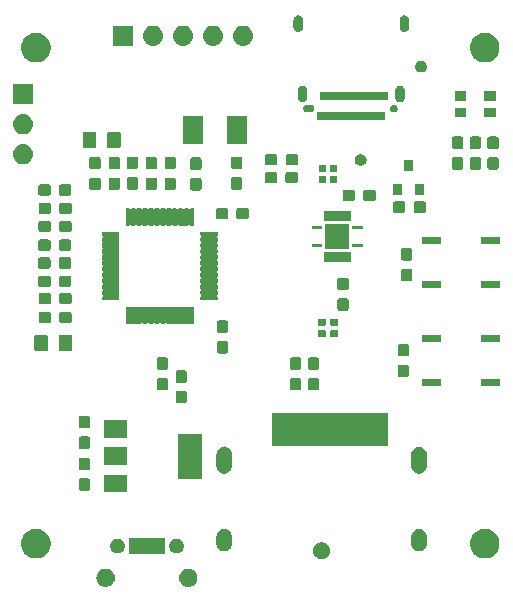
<source format=gbr>
G04 #@! TF.GenerationSoftware,KiCad,Pcbnew,(5.0.0-rc3)*
G04 #@! TF.CreationDate,2019-02-20T01:37:15+01:00*
G04 #@! TF.ProjectId,Adapter,416461707465722E6B696361645F7063,rev?*
G04 #@! TF.SameCoordinates,Original*
G04 #@! TF.FileFunction,Soldermask,Top*
G04 #@! TF.FilePolarity,Negative*
%FSLAX46Y46*%
G04 Gerber Fmt 4.6, Leading zero omitted, Abs format (unit mm)*
G04 Created by KiCad (PCBNEW (5.0.0-rc3)) date Wed Feb 20 01:37:15 2019*
%MOMM*%
%LPD*%
G01*
G04 APERTURE LIST*
%ADD10C,0.100000*%
G04 APERTURE END LIST*
D10*
G36*
X42551928Y-82136214D02*
X42698014Y-82180529D01*
X42832650Y-82252493D01*
X42950659Y-82349341D01*
X43047507Y-82467350D01*
X43119471Y-82601986D01*
X43163786Y-82748072D01*
X43178749Y-82900000D01*
X43163786Y-83051928D01*
X43119471Y-83198014D01*
X43047507Y-83332650D01*
X42950659Y-83450659D01*
X42832650Y-83547507D01*
X42698014Y-83619471D01*
X42551928Y-83663786D01*
X42438067Y-83675000D01*
X42361933Y-83675000D01*
X42248072Y-83663786D01*
X42101986Y-83619471D01*
X41967350Y-83547507D01*
X41849341Y-83450659D01*
X41752493Y-83332650D01*
X41680529Y-83198014D01*
X41636214Y-83051928D01*
X41621251Y-82900000D01*
X41636214Y-82748072D01*
X41680529Y-82601986D01*
X41752493Y-82467350D01*
X41849341Y-82349341D01*
X41967350Y-82252493D01*
X42101986Y-82180529D01*
X42248072Y-82136214D01*
X42361933Y-82125000D01*
X42438067Y-82125000D01*
X42551928Y-82136214D01*
X42551928Y-82136214D01*
G37*
G36*
X35551928Y-82136214D02*
X35698014Y-82180529D01*
X35832650Y-82252493D01*
X35950659Y-82349341D01*
X36047507Y-82467350D01*
X36119471Y-82601986D01*
X36163786Y-82748072D01*
X36178749Y-82900000D01*
X36163786Y-83051928D01*
X36119471Y-83198014D01*
X36047507Y-83332650D01*
X35950659Y-83450659D01*
X35832650Y-83547507D01*
X35698014Y-83619471D01*
X35551928Y-83663786D01*
X35438067Y-83675000D01*
X35361933Y-83675000D01*
X35248072Y-83663786D01*
X35101986Y-83619471D01*
X34967350Y-83547507D01*
X34849341Y-83450659D01*
X34752493Y-83332650D01*
X34680529Y-83198014D01*
X34636214Y-83051928D01*
X34621251Y-82900000D01*
X34636214Y-82748072D01*
X34680529Y-82601986D01*
X34752493Y-82467350D01*
X34849341Y-82349341D01*
X34967350Y-82252493D01*
X35101986Y-82180529D01*
X35248072Y-82136214D01*
X35361933Y-82125000D01*
X35438067Y-82125000D01*
X35551928Y-82136214D01*
X35551928Y-82136214D01*
G37*
G36*
X53816594Y-79885924D02*
X53900635Y-79902641D01*
X54032576Y-79957293D01*
X54032577Y-79957294D01*
X54151324Y-80036638D01*
X54252302Y-80137616D01*
X54252304Y-80137619D01*
X54331647Y-80256364D01*
X54386299Y-80388305D01*
X54414160Y-80528374D01*
X54414160Y-80671186D01*
X54386299Y-80811255D01*
X54331647Y-80943196D01*
X54313110Y-80970938D01*
X54252302Y-81061944D01*
X54151324Y-81162922D01*
X54151321Y-81162924D01*
X54032576Y-81242267D01*
X53900635Y-81296919D01*
X53816594Y-81313636D01*
X53760568Y-81324780D01*
X53617752Y-81324780D01*
X53561726Y-81313636D01*
X53477685Y-81296919D01*
X53345744Y-81242267D01*
X53226999Y-81162924D01*
X53226996Y-81162922D01*
X53126018Y-81061944D01*
X53065210Y-80970938D01*
X53046673Y-80943196D01*
X52992021Y-80811255D01*
X52964160Y-80671186D01*
X52964160Y-80528374D01*
X52992021Y-80388305D01*
X53046673Y-80256364D01*
X53126016Y-80137619D01*
X53126018Y-80137616D01*
X53226996Y-80036638D01*
X53345743Y-79957294D01*
X53345744Y-79957293D01*
X53477685Y-79902641D01*
X53561726Y-79885924D01*
X53617752Y-79874780D01*
X53760568Y-79874780D01*
X53816594Y-79885924D01*
X53816594Y-79885924D01*
G37*
G36*
X29864612Y-78798037D02*
X30092096Y-78892264D01*
X30296831Y-79029064D01*
X30470936Y-79203169D01*
X30607736Y-79407904D01*
X30701963Y-79635388D01*
X30750000Y-79876885D01*
X30750000Y-80123115D01*
X30701963Y-80364612D01*
X30607736Y-80592096D01*
X30470936Y-80796831D01*
X30296831Y-80970936D01*
X30092096Y-81107736D01*
X29864612Y-81201963D01*
X29623115Y-81250000D01*
X29376885Y-81250000D01*
X29135388Y-81201963D01*
X28907904Y-81107736D01*
X28703169Y-80970936D01*
X28529064Y-80796831D01*
X28392264Y-80592096D01*
X28298037Y-80364612D01*
X28250000Y-80123115D01*
X28250000Y-79876885D01*
X28298037Y-79635388D01*
X28392264Y-79407904D01*
X28529064Y-79203169D01*
X28703169Y-79029064D01*
X28907904Y-78892264D01*
X29135388Y-78798037D01*
X29376885Y-78750000D01*
X29623115Y-78750000D01*
X29864612Y-78798037D01*
X29864612Y-78798037D01*
G37*
G36*
X67864612Y-78798037D02*
X68092096Y-78892264D01*
X68296831Y-79029064D01*
X68470936Y-79203169D01*
X68607736Y-79407904D01*
X68701963Y-79635388D01*
X68750000Y-79876885D01*
X68750000Y-80123115D01*
X68701963Y-80364612D01*
X68607736Y-80592096D01*
X68470936Y-80796831D01*
X68296831Y-80970936D01*
X68092096Y-81107736D01*
X67864612Y-81201963D01*
X67623115Y-81250000D01*
X67376885Y-81250000D01*
X67135388Y-81201963D01*
X66907904Y-81107736D01*
X66703169Y-80970936D01*
X66529064Y-80796831D01*
X66392264Y-80592096D01*
X66298037Y-80364612D01*
X66250000Y-80123115D01*
X66250000Y-79876885D01*
X66298037Y-79635388D01*
X66392264Y-79407904D01*
X66529064Y-79203169D01*
X66703169Y-79029064D01*
X66907904Y-78892264D01*
X67135388Y-78798037D01*
X67376885Y-78750000D01*
X67623115Y-78750000D01*
X67864612Y-78798037D01*
X67864612Y-78798037D01*
G37*
G36*
X40400000Y-80875000D02*
X37400000Y-80875000D01*
X37400000Y-79525000D01*
X40400000Y-79525000D01*
X40400000Y-80875000D01*
X40400000Y-80875000D01*
G37*
G36*
X41522521Y-79584043D02*
X41640334Y-79619781D01*
X41748911Y-79677817D01*
X41844080Y-79755920D01*
X41922183Y-79851089D01*
X41980219Y-79959666D01*
X42015957Y-80077479D01*
X42028024Y-80200000D01*
X42015957Y-80322521D01*
X41980219Y-80440334D01*
X41922183Y-80548911D01*
X41844080Y-80644080D01*
X41748911Y-80722183D01*
X41640334Y-80780219D01*
X41522521Y-80815957D01*
X41430704Y-80825000D01*
X41369296Y-80825000D01*
X41277479Y-80815957D01*
X41159666Y-80780219D01*
X41051089Y-80722183D01*
X40955920Y-80644080D01*
X40877817Y-80548911D01*
X40819781Y-80440334D01*
X40784043Y-80322521D01*
X40771976Y-80200000D01*
X40784043Y-80077479D01*
X40819781Y-79959666D01*
X40877817Y-79851089D01*
X40955920Y-79755920D01*
X41051089Y-79677817D01*
X41159666Y-79619781D01*
X41277479Y-79584043D01*
X41369296Y-79575000D01*
X41430704Y-79575000D01*
X41522521Y-79584043D01*
X41522521Y-79584043D01*
G37*
G36*
X36522521Y-79584043D02*
X36640334Y-79619781D01*
X36748911Y-79677817D01*
X36844080Y-79755920D01*
X36922183Y-79851089D01*
X36980219Y-79959666D01*
X37015957Y-80077479D01*
X37028024Y-80200000D01*
X37015957Y-80322521D01*
X36980219Y-80440334D01*
X36922183Y-80548911D01*
X36844080Y-80644080D01*
X36748911Y-80722183D01*
X36640334Y-80780219D01*
X36522521Y-80815957D01*
X36430704Y-80825000D01*
X36369296Y-80825000D01*
X36277479Y-80815957D01*
X36159666Y-80780219D01*
X36051089Y-80722183D01*
X35955920Y-80644080D01*
X35877817Y-80548911D01*
X35819781Y-80440334D01*
X35784043Y-80322521D01*
X35771976Y-80200000D01*
X35784043Y-80077479D01*
X35819781Y-79959666D01*
X35877817Y-79851089D01*
X35955920Y-79755920D01*
X36051089Y-79677817D01*
X36159666Y-79619781D01*
X36277479Y-79584043D01*
X36369296Y-79575000D01*
X36430704Y-79575000D01*
X36522521Y-79584043D01*
X36522521Y-79584043D01*
G37*
G36*
X45555157Y-78758060D02*
X45566582Y-78759185D01*
X45627844Y-78777769D01*
X45689107Y-78796353D01*
X45753937Y-78831005D01*
X45802024Y-78856708D01*
X45802025Y-78856709D01*
X45802027Y-78856710D01*
X45901003Y-78937937D01*
X45982230Y-79036912D01*
X46042587Y-79149832D01*
X46079755Y-79272358D01*
X46089160Y-79367848D01*
X46089160Y-80031712D01*
X46079755Y-80127202D01*
X46042587Y-80249728D01*
X45982230Y-80362648D01*
X45901003Y-80461623D01*
X45802028Y-80542850D01*
X45689108Y-80603207D01*
X45627845Y-80621791D01*
X45566583Y-80640375D01*
X45555158Y-80641500D01*
X45439160Y-80652925D01*
X45323163Y-80641500D01*
X45311738Y-80640375D01*
X45250476Y-80621791D01*
X45189213Y-80603207D01*
X45076293Y-80542850D01*
X44977318Y-80461623D01*
X44896091Y-80362648D01*
X44835733Y-80249728D01*
X44798565Y-80127202D01*
X44789160Y-80031712D01*
X44789160Y-79367849D01*
X44798565Y-79272359D01*
X44798566Y-79272357D01*
X44835733Y-79149834D01*
X44835733Y-79149833D01*
X44896090Y-79036913D01*
X44977317Y-78937937D01*
X45076292Y-78856710D01*
X45189212Y-78796353D01*
X45250475Y-78777769D01*
X45311737Y-78759185D01*
X45323162Y-78758060D01*
X45439160Y-78746635D01*
X45555157Y-78758060D01*
X45555157Y-78758060D01*
G37*
G36*
X62055157Y-78758060D02*
X62066582Y-78759185D01*
X62127844Y-78777769D01*
X62189107Y-78796353D01*
X62253937Y-78831005D01*
X62302024Y-78856708D01*
X62302025Y-78856709D01*
X62302027Y-78856710D01*
X62401003Y-78937937D01*
X62482230Y-79036912D01*
X62542587Y-79149832D01*
X62579755Y-79272358D01*
X62589160Y-79367848D01*
X62589160Y-80031712D01*
X62579755Y-80127202D01*
X62542587Y-80249728D01*
X62482230Y-80362648D01*
X62401003Y-80461623D01*
X62302028Y-80542850D01*
X62189108Y-80603207D01*
X62127845Y-80621791D01*
X62066583Y-80640375D01*
X62055158Y-80641500D01*
X61939160Y-80652925D01*
X61823163Y-80641500D01*
X61811738Y-80640375D01*
X61750476Y-80621791D01*
X61689213Y-80603207D01*
X61576293Y-80542850D01*
X61477318Y-80461623D01*
X61396091Y-80362648D01*
X61335733Y-80249728D01*
X61298565Y-80127202D01*
X61289160Y-80031712D01*
X61289160Y-79367849D01*
X61298565Y-79272359D01*
X61298566Y-79272357D01*
X61335733Y-79149834D01*
X61335733Y-79149833D01*
X61396090Y-79036913D01*
X61477317Y-78937937D01*
X61576292Y-78856710D01*
X61689212Y-78796353D01*
X61750475Y-78777769D01*
X61811737Y-78759185D01*
X61823162Y-78758060D01*
X61939160Y-78746635D01*
X62055157Y-78758060D01*
X62055157Y-78758060D01*
G37*
G36*
X37250000Y-75650000D02*
X35250000Y-75650000D01*
X35250000Y-74150000D01*
X37250000Y-74150000D01*
X37250000Y-75650000D01*
X37250000Y-75650000D01*
G37*
G36*
X33934024Y-74478955D02*
X33966736Y-74488879D01*
X33996890Y-74504997D01*
X34023316Y-74526684D01*
X34045003Y-74553110D01*
X34061121Y-74583264D01*
X34071045Y-74615976D01*
X34075000Y-74656138D01*
X34075000Y-75343862D01*
X34071045Y-75384024D01*
X34061121Y-75416736D01*
X34045003Y-75446890D01*
X34023316Y-75473316D01*
X33996890Y-75495003D01*
X33966736Y-75511121D01*
X33934024Y-75521045D01*
X33893862Y-75525000D01*
X33306138Y-75525000D01*
X33265976Y-75521045D01*
X33233264Y-75511121D01*
X33203110Y-75495003D01*
X33176684Y-75473316D01*
X33154997Y-75446890D01*
X33138879Y-75416736D01*
X33128955Y-75384024D01*
X33125000Y-75343862D01*
X33125000Y-74656138D01*
X33128955Y-74615976D01*
X33138879Y-74583264D01*
X33154997Y-74553110D01*
X33176684Y-74526684D01*
X33203110Y-74504997D01*
X33233264Y-74488879D01*
X33265976Y-74478955D01*
X33306138Y-74475000D01*
X33893862Y-74475000D01*
X33934024Y-74478955D01*
X33934024Y-74478955D01*
G37*
G36*
X43550000Y-74500000D02*
X41550000Y-74500000D01*
X41550000Y-70700000D01*
X43550000Y-70700000D01*
X43550000Y-74500000D01*
X43550000Y-74500000D01*
G37*
G36*
X45555157Y-71778060D02*
X45566582Y-71779185D01*
X45627844Y-71797769D01*
X45689107Y-71816353D01*
X45722167Y-71834024D01*
X45802024Y-71876708D01*
X45802025Y-71876709D01*
X45802027Y-71876710D01*
X45901003Y-71957937D01*
X45982230Y-72056912D01*
X46042587Y-72169832D01*
X46079755Y-72292358D01*
X46089160Y-72387848D01*
X46089160Y-73451712D01*
X46079755Y-73547202D01*
X46042587Y-73669728D01*
X45982230Y-73782648D01*
X45901003Y-73881623D01*
X45802028Y-73962850D01*
X45689108Y-74023207D01*
X45627845Y-74041791D01*
X45566583Y-74060375D01*
X45555158Y-74061500D01*
X45439160Y-74072925D01*
X45323163Y-74061500D01*
X45311738Y-74060375D01*
X45250476Y-74041791D01*
X45189213Y-74023207D01*
X45076293Y-73962850D01*
X44977318Y-73881623D01*
X44896091Y-73782648D01*
X44835734Y-73669728D01*
X44798566Y-73547202D01*
X44789161Y-73451712D01*
X44789160Y-72387849D01*
X44798565Y-72292359D01*
X44798566Y-72292357D01*
X44835733Y-72169834D01*
X44835733Y-72169833D01*
X44896090Y-72056913D01*
X44977317Y-71957937D01*
X45076292Y-71876710D01*
X45189212Y-71816353D01*
X45250475Y-71797769D01*
X45311737Y-71779185D01*
X45323162Y-71778060D01*
X45439160Y-71766635D01*
X45555157Y-71778060D01*
X45555157Y-71778060D01*
G37*
G36*
X62055157Y-71778060D02*
X62066582Y-71779185D01*
X62127844Y-71797769D01*
X62189107Y-71816353D01*
X62222167Y-71834024D01*
X62302024Y-71876708D01*
X62302025Y-71876709D01*
X62302027Y-71876710D01*
X62401003Y-71957937D01*
X62482230Y-72056912D01*
X62542587Y-72169832D01*
X62579755Y-72292358D01*
X62589160Y-72387848D01*
X62589160Y-73451712D01*
X62579755Y-73547202D01*
X62542587Y-73669728D01*
X62482230Y-73782648D01*
X62401003Y-73881623D01*
X62302028Y-73962850D01*
X62189108Y-74023207D01*
X62127845Y-74041791D01*
X62066583Y-74060375D01*
X62055158Y-74061500D01*
X61939160Y-74072925D01*
X61823163Y-74061500D01*
X61811738Y-74060375D01*
X61750476Y-74041791D01*
X61689213Y-74023207D01*
X61576293Y-73962850D01*
X61477318Y-73881623D01*
X61396091Y-73782648D01*
X61335734Y-73669728D01*
X61298566Y-73547202D01*
X61289161Y-73451712D01*
X61289160Y-72387849D01*
X61298565Y-72292359D01*
X61298566Y-72292357D01*
X61335733Y-72169834D01*
X61335733Y-72169833D01*
X61396090Y-72056913D01*
X61477317Y-71957937D01*
X61576292Y-71876710D01*
X61689212Y-71816353D01*
X61750475Y-71797769D01*
X61811737Y-71779185D01*
X61823162Y-71778060D01*
X61939160Y-71766635D01*
X62055157Y-71778060D01*
X62055157Y-71778060D01*
G37*
G36*
X33934024Y-72728955D02*
X33966736Y-72738879D01*
X33996890Y-72754997D01*
X34023316Y-72776684D01*
X34045003Y-72803110D01*
X34061121Y-72833264D01*
X34071045Y-72865976D01*
X34075000Y-72906138D01*
X34075000Y-73593862D01*
X34071045Y-73634024D01*
X34061121Y-73666736D01*
X34045003Y-73696890D01*
X34023316Y-73723316D01*
X33996890Y-73745003D01*
X33966736Y-73761121D01*
X33934024Y-73771045D01*
X33893862Y-73775000D01*
X33306138Y-73775000D01*
X33265976Y-73771045D01*
X33233264Y-73761121D01*
X33203110Y-73745003D01*
X33176684Y-73723316D01*
X33154997Y-73696890D01*
X33138879Y-73666736D01*
X33128955Y-73634024D01*
X33125000Y-73593862D01*
X33125000Y-72906138D01*
X33128955Y-72865976D01*
X33138879Y-72833264D01*
X33154997Y-72803110D01*
X33176684Y-72776684D01*
X33203110Y-72754997D01*
X33233264Y-72738879D01*
X33265976Y-72728955D01*
X33306138Y-72725000D01*
X33893862Y-72725000D01*
X33934024Y-72728955D01*
X33934024Y-72728955D01*
G37*
G36*
X37250000Y-73350000D02*
X35250000Y-73350000D01*
X35250000Y-71850000D01*
X37250000Y-71850000D01*
X37250000Y-73350000D01*
X37250000Y-73350000D01*
G37*
G36*
X33934024Y-70928955D02*
X33966736Y-70938879D01*
X33996890Y-70954997D01*
X34023316Y-70976684D01*
X34045003Y-71003110D01*
X34061121Y-71033264D01*
X34071045Y-71065976D01*
X34075000Y-71106138D01*
X34075000Y-71793862D01*
X34071045Y-71834024D01*
X34061121Y-71866736D01*
X34045003Y-71896890D01*
X34023316Y-71923316D01*
X33996890Y-71945003D01*
X33966736Y-71961121D01*
X33934024Y-71971045D01*
X33893862Y-71975000D01*
X33306138Y-71975000D01*
X33265976Y-71971045D01*
X33233264Y-71961121D01*
X33203110Y-71945003D01*
X33176684Y-71923316D01*
X33154997Y-71896890D01*
X33138879Y-71866736D01*
X33128955Y-71834024D01*
X33125000Y-71793862D01*
X33125000Y-71106138D01*
X33128955Y-71065976D01*
X33138879Y-71033264D01*
X33154997Y-71003110D01*
X33176684Y-70976684D01*
X33203110Y-70954997D01*
X33233264Y-70938879D01*
X33265976Y-70928955D01*
X33306138Y-70925000D01*
X33893862Y-70925000D01*
X33934024Y-70928955D01*
X33934024Y-70928955D01*
G37*
G36*
X59354260Y-71694780D02*
X49524060Y-71694780D01*
X49524060Y-68944780D01*
X59354260Y-68944780D01*
X59354260Y-71694780D01*
X59354260Y-71694780D01*
G37*
G36*
X37250000Y-71050000D02*
X35250000Y-71050000D01*
X35250000Y-69550000D01*
X37250000Y-69550000D01*
X37250000Y-71050000D01*
X37250000Y-71050000D01*
G37*
G36*
X33934024Y-69178955D02*
X33966736Y-69188879D01*
X33996890Y-69204997D01*
X34023316Y-69226684D01*
X34045003Y-69253110D01*
X34061121Y-69283264D01*
X34071045Y-69315976D01*
X34075000Y-69356138D01*
X34075000Y-70043862D01*
X34071045Y-70084024D01*
X34061121Y-70116736D01*
X34045003Y-70146890D01*
X34023316Y-70173316D01*
X33996890Y-70195003D01*
X33966736Y-70211121D01*
X33934024Y-70221045D01*
X33893862Y-70225000D01*
X33306138Y-70225000D01*
X33265976Y-70221045D01*
X33233264Y-70211121D01*
X33203110Y-70195003D01*
X33176684Y-70173316D01*
X33154997Y-70146890D01*
X33138879Y-70116736D01*
X33128955Y-70084024D01*
X33125000Y-70043862D01*
X33125000Y-69356138D01*
X33128955Y-69315976D01*
X33138879Y-69283264D01*
X33154997Y-69253110D01*
X33176684Y-69226684D01*
X33203110Y-69204997D01*
X33233264Y-69188879D01*
X33265976Y-69178955D01*
X33306138Y-69175000D01*
X33893862Y-69175000D01*
X33934024Y-69178955D01*
X33934024Y-69178955D01*
G37*
G36*
X42134024Y-67078955D02*
X42166736Y-67088879D01*
X42196890Y-67104997D01*
X42223316Y-67126684D01*
X42245003Y-67153110D01*
X42261121Y-67183264D01*
X42271045Y-67215976D01*
X42275000Y-67256138D01*
X42275000Y-67943862D01*
X42271045Y-67984024D01*
X42261121Y-68016736D01*
X42245003Y-68046890D01*
X42223316Y-68073316D01*
X42196890Y-68095003D01*
X42166736Y-68111121D01*
X42134024Y-68121045D01*
X42093862Y-68125000D01*
X41506138Y-68125000D01*
X41465976Y-68121045D01*
X41433264Y-68111121D01*
X41403110Y-68095003D01*
X41376684Y-68073316D01*
X41354997Y-68046890D01*
X41338879Y-68016736D01*
X41328955Y-67984024D01*
X41325000Y-67943862D01*
X41325000Y-67256138D01*
X41328955Y-67215976D01*
X41338879Y-67183264D01*
X41354997Y-67153110D01*
X41376684Y-67126684D01*
X41403110Y-67104997D01*
X41433264Y-67088879D01*
X41465976Y-67078955D01*
X41506138Y-67075000D01*
X42093862Y-67075000D01*
X42134024Y-67078955D01*
X42134024Y-67078955D01*
G37*
G36*
X53334024Y-65978955D02*
X53366736Y-65988879D01*
X53396890Y-66004997D01*
X53423316Y-66026684D01*
X53445003Y-66053110D01*
X53461121Y-66083264D01*
X53471045Y-66115976D01*
X53475000Y-66156138D01*
X53475000Y-66843862D01*
X53471045Y-66884024D01*
X53461121Y-66916736D01*
X53445003Y-66946890D01*
X53423316Y-66973316D01*
X53396890Y-66995003D01*
X53366736Y-67011121D01*
X53334024Y-67021045D01*
X53293862Y-67025000D01*
X52706138Y-67025000D01*
X52665976Y-67021045D01*
X52633264Y-67011121D01*
X52603110Y-66995003D01*
X52576684Y-66973316D01*
X52554997Y-66946890D01*
X52538879Y-66916736D01*
X52528955Y-66884024D01*
X52525000Y-66843862D01*
X52525000Y-66156138D01*
X52528955Y-66115976D01*
X52538879Y-66083264D01*
X52554997Y-66053110D01*
X52576684Y-66026684D01*
X52603110Y-66004997D01*
X52633264Y-65988879D01*
X52665976Y-65978955D01*
X52706138Y-65975000D01*
X53293862Y-65975000D01*
X53334024Y-65978955D01*
X53334024Y-65978955D01*
G37*
G36*
X40534024Y-65978955D02*
X40566736Y-65988879D01*
X40596890Y-66004997D01*
X40623316Y-66026684D01*
X40645003Y-66053110D01*
X40661121Y-66083264D01*
X40671045Y-66115976D01*
X40675000Y-66156138D01*
X40675000Y-66843862D01*
X40671045Y-66884024D01*
X40661121Y-66916736D01*
X40645003Y-66946890D01*
X40623316Y-66973316D01*
X40596890Y-66995003D01*
X40566736Y-67011121D01*
X40534024Y-67021045D01*
X40493862Y-67025000D01*
X39906138Y-67025000D01*
X39865976Y-67021045D01*
X39833264Y-67011121D01*
X39803110Y-66995003D01*
X39776684Y-66973316D01*
X39754997Y-66946890D01*
X39738879Y-66916736D01*
X39728955Y-66884024D01*
X39725000Y-66843862D01*
X39725000Y-66156138D01*
X39728955Y-66115976D01*
X39738879Y-66083264D01*
X39754997Y-66053110D01*
X39776684Y-66026684D01*
X39803110Y-66004997D01*
X39833264Y-65988879D01*
X39865976Y-65978955D01*
X39906138Y-65975000D01*
X40493862Y-65975000D01*
X40534024Y-65978955D01*
X40534024Y-65978955D01*
G37*
G36*
X51834024Y-65978955D02*
X51866736Y-65988879D01*
X51896890Y-66004997D01*
X51923316Y-66026684D01*
X51945003Y-66053110D01*
X51961121Y-66083264D01*
X51971045Y-66115976D01*
X51975000Y-66156138D01*
X51975000Y-66843862D01*
X51971045Y-66884024D01*
X51961121Y-66916736D01*
X51945003Y-66946890D01*
X51923316Y-66973316D01*
X51896890Y-66995003D01*
X51866736Y-67011121D01*
X51834024Y-67021045D01*
X51793862Y-67025000D01*
X51206138Y-67025000D01*
X51165976Y-67021045D01*
X51133264Y-67011121D01*
X51103110Y-66995003D01*
X51076684Y-66973316D01*
X51054997Y-66946890D01*
X51038879Y-66916736D01*
X51028955Y-66884024D01*
X51025000Y-66843862D01*
X51025000Y-66156138D01*
X51028955Y-66115976D01*
X51038879Y-66083264D01*
X51054997Y-66053110D01*
X51076684Y-66026684D01*
X51103110Y-66004997D01*
X51133264Y-65988879D01*
X51165976Y-65978955D01*
X51206138Y-65975000D01*
X51793862Y-65975000D01*
X51834024Y-65978955D01*
X51834024Y-65978955D01*
G37*
G36*
X68800000Y-66650000D02*
X67200000Y-66650000D01*
X67200000Y-66050000D01*
X68800000Y-66050000D01*
X68800000Y-66650000D01*
X68800000Y-66650000D01*
G37*
G36*
X63800000Y-66650000D02*
X62200000Y-66650000D01*
X62200000Y-66050000D01*
X63800000Y-66050000D01*
X63800000Y-66650000D01*
X63800000Y-66650000D01*
G37*
G36*
X42134024Y-65328955D02*
X42166736Y-65338879D01*
X42196890Y-65354997D01*
X42223316Y-65376684D01*
X42245003Y-65403110D01*
X42261121Y-65433264D01*
X42271045Y-65465976D01*
X42275000Y-65506138D01*
X42275000Y-66193862D01*
X42271045Y-66234024D01*
X42261121Y-66266736D01*
X42245003Y-66296890D01*
X42223316Y-66323316D01*
X42196890Y-66345003D01*
X42166736Y-66361121D01*
X42134024Y-66371045D01*
X42093862Y-66375000D01*
X41506138Y-66375000D01*
X41465976Y-66371045D01*
X41433264Y-66361121D01*
X41403110Y-66345003D01*
X41376684Y-66323316D01*
X41354997Y-66296890D01*
X41338879Y-66266736D01*
X41328955Y-66234024D01*
X41325000Y-66193862D01*
X41325000Y-65506138D01*
X41328955Y-65465976D01*
X41338879Y-65433264D01*
X41354997Y-65403110D01*
X41376684Y-65376684D01*
X41403110Y-65354997D01*
X41433264Y-65338879D01*
X41465976Y-65328955D01*
X41506138Y-65325000D01*
X42093862Y-65325000D01*
X42134024Y-65328955D01*
X42134024Y-65328955D01*
G37*
G36*
X60934024Y-64853955D02*
X60966736Y-64863879D01*
X60996890Y-64879997D01*
X61023316Y-64901684D01*
X61045003Y-64928110D01*
X61061121Y-64958264D01*
X61071045Y-64990976D01*
X61075000Y-65031138D01*
X61075000Y-65718862D01*
X61071045Y-65759024D01*
X61061121Y-65791736D01*
X61045003Y-65821890D01*
X61023316Y-65848316D01*
X60996890Y-65870003D01*
X60966736Y-65886121D01*
X60934024Y-65896045D01*
X60893862Y-65900000D01*
X60306138Y-65900000D01*
X60265976Y-65896045D01*
X60233264Y-65886121D01*
X60203110Y-65870003D01*
X60176684Y-65848316D01*
X60154997Y-65821890D01*
X60138879Y-65791736D01*
X60128955Y-65759024D01*
X60125000Y-65718862D01*
X60125000Y-65031138D01*
X60128955Y-64990976D01*
X60138879Y-64958264D01*
X60154997Y-64928110D01*
X60176684Y-64901684D01*
X60203110Y-64879997D01*
X60233264Y-64863879D01*
X60265976Y-64853955D01*
X60306138Y-64850000D01*
X60893862Y-64850000D01*
X60934024Y-64853955D01*
X60934024Y-64853955D01*
G37*
G36*
X40534024Y-64228955D02*
X40566736Y-64238879D01*
X40596890Y-64254997D01*
X40623316Y-64276684D01*
X40645003Y-64303110D01*
X40661121Y-64333264D01*
X40671045Y-64365976D01*
X40675000Y-64406138D01*
X40675000Y-65093862D01*
X40671045Y-65134024D01*
X40661121Y-65166736D01*
X40645003Y-65196890D01*
X40623316Y-65223316D01*
X40596890Y-65245003D01*
X40566736Y-65261121D01*
X40534024Y-65271045D01*
X40493862Y-65275000D01*
X39906138Y-65275000D01*
X39865976Y-65271045D01*
X39833264Y-65261121D01*
X39803110Y-65245003D01*
X39776684Y-65223316D01*
X39754997Y-65196890D01*
X39738879Y-65166736D01*
X39728955Y-65134024D01*
X39725000Y-65093862D01*
X39725000Y-64406138D01*
X39728955Y-64365976D01*
X39738879Y-64333264D01*
X39754997Y-64303110D01*
X39776684Y-64276684D01*
X39803110Y-64254997D01*
X39833264Y-64238879D01*
X39865976Y-64228955D01*
X39906138Y-64225000D01*
X40493862Y-64225000D01*
X40534024Y-64228955D01*
X40534024Y-64228955D01*
G37*
G36*
X51834024Y-64228955D02*
X51866736Y-64238879D01*
X51896890Y-64254997D01*
X51923316Y-64276684D01*
X51945003Y-64303110D01*
X51961121Y-64333264D01*
X51971045Y-64365976D01*
X51975000Y-64406138D01*
X51975000Y-65093862D01*
X51971045Y-65134024D01*
X51961121Y-65166736D01*
X51945003Y-65196890D01*
X51923316Y-65223316D01*
X51896890Y-65245003D01*
X51866736Y-65261121D01*
X51834024Y-65271045D01*
X51793862Y-65275000D01*
X51206138Y-65275000D01*
X51165976Y-65271045D01*
X51133264Y-65261121D01*
X51103110Y-65245003D01*
X51076684Y-65223316D01*
X51054997Y-65196890D01*
X51038879Y-65166736D01*
X51028955Y-65134024D01*
X51025000Y-65093862D01*
X51025000Y-64406138D01*
X51028955Y-64365976D01*
X51038879Y-64333264D01*
X51054997Y-64303110D01*
X51076684Y-64276684D01*
X51103110Y-64254997D01*
X51133264Y-64238879D01*
X51165976Y-64228955D01*
X51206138Y-64225000D01*
X51793862Y-64225000D01*
X51834024Y-64228955D01*
X51834024Y-64228955D01*
G37*
G36*
X53334024Y-64228955D02*
X53366736Y-64238879D01*
X53396890Y-64254997D01*
X53423316Y-64276684D01*
X53445003Y-64303110D01*
X53461121Y-64333264D01*
X53471045Y-64365976D01*
X53475000Y-64406138D01*
X53475000Y-65093862D01*
X53471045Y-65134024D01*
X53461121Y-65166736D01*
X53445003Y-65196890D01*
X53423316Y-65223316D01*
X53396890Y-65245003D01*
X53366736Y-65261121D01*
X53334024Y-65271045D01*
X53293862Y-65275000D01*
X52706138Y-65275000D01*
X52665976Y-65271045D01*
X52633264Y-65261121D01*
X52603110Y-65245003D01*
X52576684Y-65223316D01*
X52554997Y-65196890D01*
X52538879Y-65166736D01*
X52528955Y-65134024D01*
X52525000Y-65093862D01*
X52525000Y-64406138D01*
X52528955Y-64365976D01*
X52538879Y-64333264D01*
X52554997Y-64303110D01*
X52576684Y-64276684D01*
X52603110Y-64254997D01*
X52633264Y-64238879D01*
X52665976Y-64228955D01*
X52706138Y-64225000D01*
X53293862Y-64225000D01*
X53334024Y-64228955D01*
X53334024Y-64228955D01*
G37*
G36*
X60934024Y-63103955D02*
X60966736Y-63113879D01*
X60996890Y-63129997D01*
X61023316Y-63151684D01*
X61045003Y-63178110D01*
X61061121Y-63208264D01*
X61071045Y-63240976D01*
X61075000Y-63281138D01*
X61075000Y-63968862D01*
X61071045Y-64009024D01*
X61061121Y-64041736D01*
X61045003Y-64071890D01*
X61023316Y-64098316D01*
X60996890Y-64120003D01*
X60966736Y-64136121D01*
X60934024Y-64146045D01*
X60893862Y-64150000D01*
X60306138Y-64150000D01*
X60265976Y-64146045D01*
X60233264Y-64136121D01*
X60203110Y-64120003D01*
X60176684Y-64098316D01*
X60154997Y-64071890D01*
X60138879Y-64041736D01*
X60128955Y-64009024D01*
X60125000Y-63968862D01*
X60125000Y-63281138D01*
X60128955Y-63240976D01*
X60138879Y-63208264D01*
X60154997Y-63178110D01*
X60176684Y-63151684D01*
X60203110Y-63129997D01*
X60233264Y-63113879D01*
X60265976Y-63103955D01*
X60306138Y-63100000D01*
X60893862Y-63100000D01*
X60934024Y-63103955D01*
X60934024Y-63103955D01*
G37*
G36*
X45634024Y-62853955D02*
X45666736Y-62863879D01*
X45696890Y-62879997D01*
X45723316Y-62901684D01*
X45745003Y-62928110D01*
X45761121Y-62958264D01*
X45771045Y-62990976D01*
X45775000Y-63031138D01*
X45775000Y-63718862D01*
X45771045Y-63759024D01*
X45761121Y-63791736D01*
X45745003Y-63821890D01*
X45723316Y-63848316D01*
X45696890Y-63870003D01*
X45666736Y-63886121D01*
X45634024Y-63896045D01*
X45593862Y-63900000D01*
X45006138Y-63900000D01*
X44965976Y-63896045D01*
X44933264Y-63886121D01*
X44903110Y-63870003D01*
X44876684Y-63848316D01*
X44854997Y-63821890D01*
X44838879Y-63791736D01*
X44828955Y-63759024D01*
X44825000Y-63718862D01*
X44825000Y-63031138D01*
X44828955Y-62990976D01*
X44838879Y-62958264D01*
X44854997Y-62928110D01*
X44876684Y-62901684D01*
X44903110Y-62879997D01*
X44933264Y-62863879D01*
X44965976Y-62853955D01*
X45006138Y-62850000D01*
X45593862Y-62850000D01*
X45634024Y-62853955D01*
X45634024Y-62853955D01*
G37*
G36*
X30380522Y-62304039D02*
X30414053Y-62314211D01*
X30444960Y-62330731D01*
X30472043Y-62352957D01*
X30494269Y-62380040D01*
X30510789Y-62410947D01*
X30520961Y-62444478D01*
X30525000Y-62485487D01*
X30525000Y-63514513D01*
X30520961Y-63555522D01*
X30510789Y-63589053D01*
X30494269Y-63619960D01*
X30472043Y-63647043D01*
X30444960Y-63669269D01*
X30414053Y-63685789D01*
X30380522Y-63695961D01*
X30339513Y-63700000D01*
X29560487Y-63700000D01*
X29519478Y-63695961D01*
X29485947Y-63685789D01*
X29455040Y-63669269D01*
X29427957Y-63647043D01*
X29405731Y-63619960D01*
X29389211Y-63589053D01*
X29379039Y-63555522D01*
X29375000Y-63514513D01*
X29375000Y-62485487D01*
X29379039Y-62444478D01*
X29389211Y-62410947D01*
X29405731Y-62380040D01*
X29427957Y-62352957D01*
X29455040Y-62330731D01*
X29485947Y-62314211D01*
X29519478Y-62304039D01*
X29560487Y-62300000D01*
X30339513Y-62300000D01*
X30380522Y-62304039D01*
X30380522Y-62304039D01*
G37*
G36*
X32430522Y-62304039D02*
X32464053Y-62314211D01*
X32494960Y-62330731D01*
X32522043Y-62352957D01*
X32544269Y-62380040D01*
X32560789Y-62410947D01*
X32570961Y-62444478D01*
X32575000Y-62485487D01*
X32575000Y-63514513D01*
X32570961Y-63555522D01*
X32560789Y-63589053D01*
X32544269Y-63619960D01*
X32522043Y-63647043D01*
X32494960Y-63669269D01*
X32464053Y-63685789D01*
X32430522Y-63695961D01*
X32389513Y-63700000D01*
X31610487Y-63700000D01*
X31569478Y-63695961D01*
X31535947Y-63685789D01*
X31505040Y-63669269D01*
X31477957Y-63647043D01*
X31455731Y-63619960D01*
X31439211Y-63589053D01*
X31429039Y-63555522D01*
X31425000Y-63514513D01*
X31425000Y-62485487D01*
X31429039Y-62444478D01*
X31439211Y-62410947D01*
X31455731Y-62380040D01*
X31477957Y-62352957D01*
X31505040Y-62330731D01*
X31535947Y-62314211D01*
X31569478Y-62304039D01*
X31610487Y-62300000D01*
X32389513Y-62300000D01*
X32430522Y-62304039D01*
X32430522Y-62304039D01*
G37*
G36*
X63800000Y-62950000D02*
X62200000Y-62950000D01*
X62200000Y-62350000D01*
X63800000Y-62350000D01*
X63800000Y-62950000D01*
X63800000Y-62950000D01*
G37*
G36*
X68800000Y-62950000D02*
X67200000Y-62950000D01*
X67200000Y-62350000D01*
X68800000Y-62350000D01*
X68800000Y-62950000D01*
X68800000Y-62950000D01*
G37*
G36*
X55001463Y-61927226D02*
X55017298Y-61932030D01*
X55031886Y-61939827D01*
X55044676Y-61950324D01*
X55055173Y-61963114D01*
X55062970Y-61977702D01*
X55067774Y-61993537D01*
X55070000Y-62016140D01*
X55070000Y-62423860D01*
X55067774Y-62446463D01*
X55062970Y-62462298D01*
X55055173Y-62476886D01*
X55044676Y-62489676D01*
X55031886Y-62500173D01*
X55017298Y-62507970D01*
X55001463Y-62512774D01*
X54978860Y-62515000D01*
X54521140Y-62515000D01*
X54498537Y-62512774D01*
X54482702Y-62507970D01*
X54468114Y-62500173D01*
X54455324Y-62489676D01*
X54444827Y-62476886D01*
X54437030Y-62462298D01*
X54432226Y-62446463D01*
X54430000Y-62423860D01*
X54430000Y-62016140D01*
X54432226Y-61993537D01*
X54437030Y-61977702D01*
X54444827Y-61963114D01*
X54455324Y-61950324D01*
X54468114Y-61939827D01*
X54482702Y-61932030D01*
X54498537Y-61927226D01*
X54521140Y-61925000D01*
X54978860Y-61925000D01*
X55001463Y-61927226D01*
X55001463Y-61927226D01*
G37*
G36*
X53968563Y-61925986D02*
X53984398Y-61930790D01*
X53998986Y-61938587D01*
X54011776Y-61949084D01*
X54022273Y-61961874D01*
X54030070Y-61976462D01*
X54034874Y-61992297D01*
X54037100Y-62014900D01*
X54037100Y-62422620D01*
X54034874Y-62445223D01*
X54030070Y-62461058D01*
X54022273Y-62475646D01*
X54011776Y-62488436D01*
X53998986Y-62498933D01*
X53984398Y-62506730D01*
X53968563Y-62511534D01*
X53945960Y-62513760D01*
X53488240Y-62513760D01*
X53465637Y-62511534D01*
X53449802Y-62506730D01*
X53435214Y-62498933D01*
X53422424Y-62488436D01*
X53411927Y-62475646D01*
X53404130Y-62461058D01*
X53399326Y-62445223D01*
X53397100Y-62422620D01*
X53397100Y-62014900D01*
X53399326Y-61992297D01*
X53404130Y-61976462D01*
X53411927Y-61961874D01*
X53422424Y-61949084D01*
X53435214Y-61938587D01*
X53449802Y-61930790D01*
X53465637Y-61925986D01*
X53488240Y-61923760D01*
X53945960Y-61923760D01*
X53968563Y-61925986D01*
X53968563Y-61925986D01*
G37*
G36*
X45634024Y-61103955D02*
X45666736Y-61113879D01*
X45696890Y-61129997D01*
X45723316Y-61151684D01*
X45745003Y-61178110D01*
X45761121Y-61208264D01*
X45771045Y-61240976D01*
X45775000Y-61281138D01*
X45775000Y-61968862D01*
X45771045Y-62009024D01*
X45761121Y-62041736D01*
X45745003Y-62071890D01*
X45723316Y-62098316D01*
X45696890Y-62120003D01*
X45666736Y-62136121D01*
X45634024Y-62146045D01*
X45593862Y-62150000D01*
X45006138Y-62150000D01*
X44965976Y-62146045D01*
X44933264Y-62136121D01*
X44903110Y-62120003D01*
X44876684Y-62098316D01*
X44854997Y-62071890D01*
X44838879Y-62041736D01*
X44828955Y-62009024D01*
X44825000Y-61968862D01*
X44825000Y-61281138D01*
X44828955Y-61240976D01*
X44838879Y-61208264D01*
X44854997Y-61178110D01*
X44876684Y-61151684D01*
X44903110Y-61129997D01*
X44933264Y-61113879D01*
X44965976Y-61103955D01*
X45006138Y-61100000D01*
X45593862Y-61100000D01*
X45634024Y-61103955D01*
X45634024Y-61103955D01*
G37*
G36*
X55001463Y-60957226D02*
X55017298Y-60962030D01*
X55031886Y-60969827D01*
X55044676Y-60980324D01*
X55055173Y-60993114D01*
X55062970Y-61007702D01*
X55067774Y-61023537D01*
X55070000Y-61046140D01*
X55070000Y-61453860D01*
X55067774Y-61476463D01*
X55062970Y-61492298D01*
X55055173Y-61506886D01*
X55044676Y-61519676D01*
X55031886Y-61530173D01*
X55017298Y-61537970D01*
X55001463Y-61542774D01*
X54978860Y-61545000D01*
X54521140Y-61545000D01*
X54498537Y-61542774D01*
X54482702Y-61537970D01*
X54468114Y-61530173D01*
X54455324Y-61519676D01*
X54444827Y-61506886D01*
X54437030Y-61492298D01*
X54432226Y-61476463D01*
X54430000Y-61453860D01*
X54430000Y-61046140D01*
X54432226Y-61023537D01*
X54437030Y-61007702D01*
X54444827Y-60993114D01*
X54455324Y-60980324D01*
X54468114Y-60969827D01*
X54482702Y-60962030D01*
X54498537Y-60957226D01*
X54521140Y-60955000D01*
X54978860Y-60955000D01*
X55001463Y-60957226D01*
X55001463Y-60957226D01*
G37*
G36*
X53968563Y-60955986D02*
X53984398Y-60960790D01*
X53998986Y-60968587D01*
X54011776Y-60979084D01*
X54022273Y-60991874D01*
X54030070Y-61006462D01*
X54034874Y-61022297D01*
X54037100Y-61044900D01*
X54037100Y-61452620D01*
X54034874Y-61475223D01*
X54030070Y-61491058D01*
X54022273Y-61505646D01*
X54011776Y-61518436D01*
X53998986Y-61528933D01*
X53984398Y-61536730D01*
X53968563Y-61541534D01*
X53945960Y-61543760D01*
X53488240Y-61543760D01*
X53465637Y-61541534D01*
X53449802Y-61536730D01*
X53435214Y-61528933D01*
X53422424Y-61518436D01*
X53411927Y-61505646D01*
X53404130Y-61491058D01*
X53399326Y-61475223D01*
X53397100Y-61452620D01*
X53397100Y-61044900D01*
X53399326Y-61022297D01*
X53404130Y-61006462D01*
X53411927Y-60991874D01*
X53422424Y-60979084D01*
X53435214Y-60968587D01*
X53449802Y-60960790D01*
X53465637Y-60955986D01*
X53488240Y-60953760D01*
X53945960Y-60953760D01*
X53968563Y-60955986D01*
X53968563Y-60955986D01*
G37*
G36*
X37389818Y-59925833D02*
X37392053Y-59926511D01*
X37394107Y-59927609D01*
X37395911Y-59929089D01*
X37403374Y-59938183D01*
X37420701Y-59955510D01*
X37441076Y-59969123D01*
X37463715Y-59978501D01*
X37487749Y-59983281D01*
X37512253Y-59983281D01*
X37536286Y-59978500D01*
X37558925Y-59969123D01*
X37579300Y-59955509D01*
X37596626Y-59938183D01*
X37604089Y-59929089D01*
X37605893Y-59927609D01*
X37607947Y-59926511D01*
X37610182Y-59925833D01*
X37618640Y-59925000D01*
X37881360Y-59925000D01*
X37889818Y-59925833D01*
X37892053Y-59926511D01*
X37894107Y-59927609D01*
X37895911Y-59929089D01*
X37903374Y-59938183D01*
X37920701Y-59955510D01*
X37941076Y-59969123D01*
X37963715Y-59978501D01*
X37987749Y-59983281D01*
X38012253Y-59983281D01*
X38036286Y-59978500D01*
X38058925Y-59969123D01*
X38079300Y-59955509D01*
X38096626Y-59938183D01*
X38104089Y-59929089D01*
X38105893Y-59927609D01*
X38107947Y-59926511D01*
X38110182Y-59925833D01*
X38118640Y-59925000D01*
X38381360Y-59925000D01*
X38389818Y-59925833D01*
X38392053Y-59926511D01*
X38394107Y-59927609D01*
X38395911Y-59929089D01*
X38403374Y-59938183D01*
X38420701Y-59955510D01*
X38441076Y-59969123D01*
X38463715Y-59978501D01*
X38487749Y-59983281D01*
X38512253Y-59983281D01*
X38536286Y-59978500D01*
X38558925Y-59969123D01*
X38579300Y-59955509D01*
X38596626Y-59938183D01*
X38604089Y-59929089D01*
X38605893Y-59927609D01*
X38607947Y-59926511D01*
X38610182Y-59925833D01*
X38618640Y-59925000D01*
X38881360Y-59925000D01*
X38889818Y-59925833D01*
X38892053Y-59926511D01*
X38894107Y-59927609D01*
X38895911Y-59929089D01*
X38903374Y-59938183D01*
X38920701Y-59955510D01*
X38941076Y-59969123D01*
X38963715Y-59978501D01*
X38987749Y-59983281D01*
X39012253Y-59983281D01*
X39036286Y-59978500D01*
X39058925Y-59969123D01*
X39079300Y-59955509D01*
X39096626Y-59938183D01*
X39104089Y-59929089D01*
X39105893Y-59927609D01*
X39107947Y-59926511D01*
X39110182Y-59925833D01*
X39118640Y-59925000D01*
X39381360Y-59925000D01*
X39389818Y-59925833D01*
X39392053Y-59926511D01*
X39394107Y-59927609D01*
X39395911Y-59929089D01*
X39403374Y-59938183D01*
X39420701Y-59955510D01*
X39441076Y-59969123D01*
X39463715Y-59978501D01*
X39487749Y-59983281D01*
X39512253Y-59983281D01*
X39536286Y-59978500D01*
X39558925Y-59969123D01*
X39579300Y-59955509D01*
X39596626Y-59938183D01*
X39604089Y-59929089D01*
X39605893Y-59927609D01*
X39607947Y-59926511D01*
X39610182Y-59925833D01*
X39618640Y-59925000D01*
X39881360Y-59925000D01*
X39889818Y-59925833D01*
X39892053Y-59926511D01*
X39894107Y-59927609D01*
X39895911Y-59929089D01*
X39903374Y-59938183D01*
X39920701Y-59955510D01*
X39941076Y-59969123D01*
X39963715Y-59978501D01*
X39987749Y-59983281D01*
X40012253Y-59983281D01*
X40036286Y-59978500D01*
X40058925Y-59969123D01*
X40079300Y-59955509D01*
X40096626Y-59938183D01*
X40104089Y-59929089D01*
X40105893Y-59927609D01*
X40107947Y-59926511D01*
X40110182Y-59925833D01*
X40118640Y-59925000D01*
X40381360Y-59925000D01*
X40389818Y-59925833D01*
X40392053Y-59926511D01*
X40394107Y-59927609D01*
X40395911Y-59929089D01*
X40403374Y-59938183D01*
X40420701Y-59955510D01*
X40441076Y-59969123D01*
X40463715Y-59978501D01*
X40487749Y-59983281D01*
X40512253Y-59983281D01*
X40536286Y-59978500D01*
X40558925Y-59969123D01*
X40579300Y-59955509D01*
X40596626Y-59938183D01*
X40604089Y-59929089D01*
X40605893Y-59927609D01*
X40607947Y-59926511D01*
X40610182Y-59925833D01*
X40618640Y-59925000D01*
X40881360Y-59925000D01*
X40889818Y-59925833D01*
X40892053Y-59926511D01*
X40894107Y-59927609D01*
X40895911Y-59929089D01*
X40903374Y-59938183D01*
X40920701Y-59955510D01*
X40941076Y-59969123D01*
X40963715Y-59978501D01*
X40987749Y-59983281D01*
X41012253Y-59983281D01*
X41036286Y-59978500D01*
X41058925Y-59969123D01*
X41079300Y-59955509D01*
X41096626Y-59938183D01*
X41104089Y-59929089D01*
X41105893Y-59927609D01*
X41107947Y-59926511D01*
X41110182Y-59925833D01*
X41118640Y-59925000D01*
X41381360Y-59925000D01*
X41389818Y-59925833D01*
X41392053Y-59926511D01*
X41394107Y-59927609D01*
X41395911Y-59929089D01*
X41403374Y-59938183D01*
X41420701Y-59955510D01*
X41441076Y-59969123D01*
X41463715Y-59978501D01*
X41487749Y-59983281D01*
X41512253Y-59983281D01*
X41536286Y-59978500D01*
X41558925Y-59969123D01*
X41579300Y-59955509D01*
X41596626Y-59938183D01*
X41604089Y-59929089D01*
X41605893Y-59927609D01*
X41607947Y-59926511D01*
X41610182Y-59925833D01*
X41618640Y-59925000D01*
X41881360Y-59925000D01*
X41889818Y-59925833D01*
X41892053Y-59926511D01*
X41894107Y-59927609D01*
X41895911Y-59929089D01*
X41903374Y-59938183D01*
X41920701Y-59955510D01*
X41941076Y-59969123D01*
X41963715Y-59978501D01*
X41987749Y-59983281D01*
X42012253Y-59983281D01*
X42036286Y-59978500D01*
X42058925Y-59969123D01*
X42079300Y-59955509D01*
X42096626Y-59938183D01*
X42104089Y-59929089D01*
X42105893Y-59927609D01*
X42107947Y-59926511D01*
X42110182Y-59925833D01*
X42118640Y-59925000D01*
X42381360Y-59925000D01*
X42389818Y-59925833D01*
X42392053Y-59926511D01*
X42394107Y-59927609D01*
X42395911Y-59929089D01*
X42403374Y-59938183D01*
X42420701Y-59955510D01*
X42441076Y-59969123D01*
X42463715Y-59978501D01*
X42487749Y-59983281D01*
X42512253Y-59983281D01*
X42536286Y-59978500D01*
X42558925Y-59969123D01*
X42579300Y-59955509D01*
X42596626Y-59938183D01*
X42604089Y-59929089D01*
X42605893Y-59927609D01*
X42607947Y-59926511D01*
X42610182Y-59925833D01*
X42618640Y-59925000D01*
X42881360Y-59925000D01*
X42889818Y-59925833D01*
X42892053Y-59926511D01*
X42894107Y-59927609D01*
X42895911Y-59929089D01*
X42897391Y-59930893D01*
X42898489Y-59932947D01*
X42899167Y-59935182D01*
X42900000Y-59943640D01*
X42900000Y-61381360D01*
X42899167Y-61389818D01*
X42898489Y-61392053D01*
X42897391Y-61394107D01*
X42895911Y-61395911D01*
X42894107Y-61397391D01*
X42892053Y-61398489D01*
X42889818Y-61399167D01*
X42881360Y-61400000D01*
X42618640Y-61400000D01*
X42610182Y-61399167D01*
X42607947Y-61398489D01*
X42605893Y-61397391D01*
X42604089Y-61395911D01*
X42596626Y-61386817D01*
X42579299Y-61369490D01*
X42558924Y-61355877D01*
X42536285Y-61346499D01*
X42512251Y-61341719D01*
X42487747Y-61341719D01*
X42463714Y-61346500D01*
X42441075Y-61355877D01*
X42420700Y-61369491D01*
X42403374Y-61386817D01*
X42395911Y-61395911D01*
X42394107Y-61397391D01*
X42392053Y-61398489D01*
X42389818Y-61399167D01*
X42381360Y-61400000D01*
X42118640Y-61400000D01*
X42110182Y-61399167D01*
X42107947Y-61398489D01*
X42105893Y-61397391D01*
X42104089Y-61395911D01*
X42096626Y-61386817D01*
X42079299Y-61369490D01*
X42058924Y-61355877D01*
X42036285Y-61346499D01*
X42012251Y-61341719D01*
X41987747Y-61341719D01*
X41963714Y-61346500D01*
X41941075Y-61355877D01*
X41920700Y-61369491D01*
X41903374Y-61386817D01*
X41895911Y-61395911D01*
X41894107Y-61397391D01*
X41892053Y-61398489D01*
X41889818Y-61399167D01*
X41881360Y-61400000D01*
X41618640Y-61400000D01*
X41610182Y-61399167D01*
X41607947Y-61398489D01*
X41605893Y-61397391D01*
X41604089Y-61395911D01*
X41596626Y-61386817D01*
X41579299Y-61369490D01*
X41558924Y-61355877D01*
X41536285Y-61346499D01*
X41512251Y-61341719D01*
X41487747Y-61341719D01*
X41463714Y-61346500D01*
X41441075Y-61355877D01*
X41420700Y-61369491D01*
X41403374Y-61386817D01*
X41395911Y-61395911D01*
X41394107Y-61397391D01*
X41392053Y-61398489D01*
X41389818Y-61399167D01*
X41381360Y-61400000D01*
X41118640Y-61400000D01*
X41110182Y-61399167D01*
X41107947Y-61398489D01*
X41105893Y-61397391D01*
X41104089Y-61395911D01*
X41096626Y-61386817D01*
X41079299Y-61369490D01*
X41058924Y-61355877D01*
X41036285Y-61346499D01*
X41012251Y-61341719D01*
X40987747Y-61341719D01*
X40963714Y-61346500D01*
X40941075Y-61355877D01*
X40920700Y-61369491D01*
X40903374Y-61386817D01*
X40895911Y-61395911D01*
X40894107Y-61397391D01*
X40892053Y-61398489D01*
X40889818Y-61399167D01*
X40881360Y-61400000D01*
X40618640Y-61400000D01*
X40610182Y-61399167D01*
X40607947Y-61398489D01*
X40605893Y-61397391D01*
X40604089Y-61395911D01*
X40596626Y-61386817D01*
X40579299Y-61369490D01*
X40558924Y-61355877D01*
X40536285Y-61346499D01*
X40512251Y-61341719D01*
X40487747Y-61341719D01*
X40463714Y-61346500D01*
X40441075Y-61355877D01*
X40420700Y-61369491D01*
X40403374Y-61386817D01*
X40395911Y-61395911D01*
X40394107Y-61397391D01*
X40392053Y-61398489D01*
X40389818Y-61399167D01*
X40381360Y-61400000D01*
X40118640Y-61400000D01*
X40110182Y-61399167D01*
X40107947Y-61398489D01*
X40105893Y-61397391D01*
X40104089Y-61395911D01*
X40096626Y-61386817D01*
X40079299Y-61369490D01*
X40058924Y-61355877D01*
X40036285Y-61346499D01*
X40012251Y-61341719D01*
X39987747Y-61341719D01*
X39963714Y-61346500D01*
X39941075Y-61355877D01*
X39920700Y-61369491D01*
X39903374Y-61386817D01*
X39895911Y-61395911D01*
X39894107Y-61397391D01*
X39892053Y-61398489D01*
X39889818Y-61399167D01*
X39881360Y-61400000D01*
X39618640Y-61400000D01*
X39610182Y-61399167D01*
X39607947Y-61398489D01*
X39605893Y-61397391D01*
X39604089Y-61395911D01*
X39596626Y-61386817D01*
X39579299Y-61369490D01*
X39558924Y-61355877D01*
X39536285Y-61346499D01*
X39512251Y-61341719D01*
X39487747Y-61341719D01*
X39463714Y-61346500D01*
X39441075Y-61355877D01*
X39420700Y-61369491D01*
X39403374Y-61386817D01*
X39395911Y-61395911D01*
X39394107Y-61397391D01*
X39392053Y-61398489D01*
X39389818Y-61399167D01*
X39381360Y-61400000D01*
X39118640Y-61400000D01*
X39110182Y-61399167D01*
X39107947Y-61398489D01*
X39105893Y-61397391D01*
X39104089Y-61395911D01*
X39096626Y-61386817D01*
X39079299Y-61369490D01*
X39058924Y-61355877D01*
X39036285Y-61346499D01*
X39012251Y-61341719D01*
X38987747Y-61341719D01*
X38963714Y-61346500D01*
X38941075Y-61355877D01*
X38920700Y-61369491D01*
X38903374Y-61386817D01*
X38895911Y-61395911D01*
X38894107Y-61397391D01*
X38892053Y-61398489D01*
X38889818Y-61399167D01*
X38881360Y-61400000D01*
X38618640Y-61400000D01*
X38610182Y-61399167D01*
X38607947Y-61398489D01*
X38605893Y-61397391D01*
X38604089Y-61395911D01*
X38596626Y-61386817D01*
X38579299Y-61369490D01*
X38558924Y-61355877D01*
X38536285Y-61346499D01*
X38512251Y-61341719D01*
X38487747Y-61341719D01*
X38463714Y-61346500D01*
X38441075Y-61355877D01*
X38420700Y-61369491D01*
X38403374Y-61386817D01*
X38395911Y-61395911D01*
X38394107Y-61397391D01*
X38392053Y-61398489D01*
X38389818Y-61399167D01*
X38381360Y-61400000D01*
X38118640Y-61400000D01*
X38110182Y-61399167D01*
X38107947Y-61398489D01*
X38105893Y-61397391D01*
X38104089Y-61395911D01*
X38096626Y-61386817D01*
X38079299Y-61369490D01*
X38058924Y-61355877D01*
X38036285Y-61346499D01*
X38012251Y-61341719D01*
X37987747Y-61341719D01*
X37963714Y-61346500D01*
X37941075Y-61355877D01*
X37920700Y-61369491D01*
X37903374Y-61386817D01*
X37895911Y-61395911D01*
X37894107Y-61397391D01*
X37892053Y-61398489D01*
X37889818Y-61399167D01*
X37881360Y-61400000D01*
X37618640Y-61400000D01*
X37610182Y-61399167D01*
X37607947Y-61398489D01*
X37605893Y-61397391D01*
X37604089Y-61395911D01*
X37596626Y-61386817D01*
X37579299Y-61369490D01*
X37558924Y-61355877D01*
X37536285Y-61346499D01*
X37512251Y-61341719D01*
X37487747Y-61341719D01*
X37463714Y-61346500D01*
X37441075Y-61355877D01*
X37420700Y-61369491D01*
X37403374Y-61386817D01*
X37395911Y-61395911D01*
X37394107Y-61397391D01*
X37392053Y-61398489D01*
X37389818Y-61399167D01*
X37381360Y-61400000D01*
X37118640Y-61400000D01*
X37110182Y-61399167D01*
X37107947Y-61398489D01*
X37105893Y-61397391D01*
X37104089Y-61395911D01*
X37102609Y-61394107D01*
X37101511Y-61392053D01*
X37100833Y-61389818D01*
X37100000Y-61381360D01*
X37100000Y-59943640D01*
X37100833Y-59935182D01*
X37101511Y-59932947D01*
X37102609Y-59930893D01*
X37104089Y-59929089D01*
X37105893Y-59927609D01*
X37107947Y-59926511D01*
X37110182Y-59925833D01*
X37118640Y-59925000D01*
X37381360Y-59925000D01*
X37389818Y-59925833D01*
X37389818Y-59925833D01*
G37*
G36*
X30634024Y-60388955D02*
X30666736Y-60398879D01*
X30696890Y-60414997D01*
X30723316Y-60436684D01*
X30745003Y-60463110D01*
X30761121Y-60493264D01*
X30771045Y-60525976D01*
X30775000Y-60566138D01*
X30775000Y-61153862D01*
X30771045Y-61194024D01*
X30761121Y-61226736D01*
X30745003Y-61256890D01*
X30723316Y-61283316D01*
X30696890Y-61305003D01*
X30666736Y-61321121D01*
X30634024Y-61331045D01*
X30593862Y-61335000D01*
X29906138Y-61335000D01*
X29865976Y-61331045D01*
X29833264Y-61321121D01*
X29803110Y-61305003D01*
X29776684Y-61283316D01*
X29754997Y-61256890D01*
X29738879Y-61226736D01*
X29728955Y-61194024D01*
X29725000Y-61153862D01*
X29725000Y-60566138D01*
X29728955Y-60525976D01*
X29738879Y-60493264D01*
X29754997Y-60463110D01*
X29776684Y-60436684D01*
X29803110Y-60414997D01*
X29833264Y-60398879D01*
X29865976Y-60388955D01*
X29906138Y-60385000D01*
X30593862Y-60385000D01*
X30634024Y-60388955D01*
X30634024Y-60388955D01*
G37*
G36*
X32384024Y-60388955D02*
X32416736Y-60398879D01*
X32446890Y-60414997D01*
X32473316Y-60436684D01*
X32495003Y-60463110D01*
X32511121Y-60493264D01*
X32521045Y-60525976D01*
X32525000Y-60566138D01*
X32525000Y-61153862D01*
X32521045Y-61194024D01*
X32511121Y-61226736D01*
X32495003Y-61256890D01*
X32473316Y-61283316D01*
X32446890Y-61305003D01*
X32416736Y-61321121D01*
X32384024Y-61331045D01*
X32343862Y-61335000D01*
X31656138Y-61335000D01*
X31615976Y-61331045D01*
X31583264Y-61321121D01*
X31553110Y-61305003D01*
X31526684Y-61283316D01*
X31504997Y-61256890D01*
X31488879Y-61226736D01*
X31478955Y-61194024D01*
X31475000Y-61153862D01*
X31475000Y-60566138D01*
X31478955Y-60525976D01*
X31488879Y-60493264D01*
X31504997Y-60463110D01*
X31526684Y-60436684D01*
X31553110Y-60414997D01*
X31583264Y-60398879D01*
X31615976Y-60388955D01*
X31656138Y-60385000D01*
X32343862Y-60385000D01*
X32384024Y-60388955D01*
X32384024Y-60388955D01*
G37*
G36*
X55834024Y-59228955D02*
X55866736Y-59238879D01*
X55896890Y-59254997D01*
X55923316Y-59276684D01*
X55945003Y-59303110D01*
X55961121Y-59333264D01*
X55971045Y-59365976D01*
X55975000Y-59406138D01*
X55975000Y-60093862D01*
X55971045Y-60134024D01*
X55961121Y-60166736D01*
X55945003Y-60196890D01*
X55923316Y-60223316D01*
X55896890Y-60245003D01*
X55866736Y-60261121D01*
X55834024Y-60271045D01*
X55793862Y-60275000D01*
X55206138Y-60275000D01*
X55165976Y-60271045D01*
X55133264Y-60261121D01*
X55103110Y-60245003D01*
X55076684Y-60223316D01*
X55054997Y-60196890D01*
X55038879Y-60166736D01*
X55028955Y-60134024D01*
X55025000Y-60093862D01*
X55025000Y-59406138D01*
X55028955Y-59365976D01*
X55038879Y-59333264D01*
X55054997Y-59303110D01*
X55076684Y-59276684D01*
X55103110Y-59254997D01*
X55133264Y-59238879D01*
X55165976Y-59228955D01*
X55206138Y-59225000D01*
X55793862Y-59225000D01*
X55834024Y-59228955D01*
X55834024Y-59228955D01*
G37*
G36*
X32384024Y-58788955D02*
X32416736Y-58798879D01*
X32446890Y-58814997D01*
X32473316Y-58836684D01*
X32495003Y-58863110D01*
X32511121Y-58893264D01*
X32521045Y-58925976D01*
X32525000Y-58966138D01*
X32525000Y-59553862D01*
X32521045Y-59594024D01*
X32511121Y-59626736D01*
X32495003Y-59656890D01*
X32473316Y-59683316D01*
X32446890Y-59705003D01*
X32416736Y-59721121D01*
X32384024Y-59731045D01*
X32343862Y-59735000D01*
X31656138Y-59735000D01*
X31615976Y-59731045D01*
X31583264Y-59721121D01*
X31553110Y-59705003D01*
X31526684Y-59683316D01*
X31504997Y-59656890D01*
X31488879Y-59626736D01*
X31478955Y-59594024D01*
X31475000Y-59553862D01*
X31475000Y-58966138D01*
X31478955Y-58925976D01*
X31488879Y-58893264D01*
X31504997Y-58863110D01*
X31526684Y-58836684D01*
X31553110Y-58814997D01*
X31583264Y-58798879D01*
X31615976Y-58788955D01*
X31656138Y-58785000D01*
X32343862Y-58785000D01*
X32384024Y-58788955D01*
X32384024Y-58788955D01*
G37*
G36*
X30634024Y-58788955D02*
X30666736Y-58798879D01*
X30696890Y-58814997D01*
X30723316Y-58836684D01*
X30745003Y-58863110D01*
X30761121Y-58893264D01*
X30771045Y-58925976D01*
X30775000Y-58966138D01*
X30775000Y-59553862D01*
X30771045Y-59594024D01*
X30761121Y-59626736D01*
X30745003Y-59656890D01*
X30723316Y-59683316D01*
X30696890Y-59705003D01*
X30666736Y-59721121D01*
X30634024Y-59731045D01*
X30593862Y-59735000D01*
X29906138Y-59735000D01*
X29865976Y-59731045D01*
X29833264Y-59721121D01*
X29803110Y-59705003D01*
X29776684Y-59683316D01*
X29754997Y-59656890D01*
X29738879Y-59626736D01*
X29728955Y-59594024D01*
X29725000Y-59553862D01*
X29725000Y-58966138D01*
X29728955Y-58925976D01*
X29738879Y-58893264D01*
X29754997Y-58863110D01*
X29776684Y-58836684D01*
X29803110Y-58814997D01*
X29833264Y-58798879D01*
X29865976Y-58788955D01*
X29906138Y-58785000D01*
X30593862Y-58785000D01*
X30634024Y-58788955D01*
X30634024Y-58788955D01*
G37*
G36*
X44889818Y-53600833D02*
X44892053Y-53601511D01*
X44894107Y-53602609D01*
X44895911Y-53604089D01*
X44897391Y-53605893D01*
X44898489Y-53607947D01*
X44899167Y-53610182D01*
X44900000Y-53618640D01*
X44900000Y-53881360D01*
X44899167Y-53889818D01*
X44898489Y-53892053D01*
X44897391Y-53894107D01*
X44895911Y-53895911D01*
X44886817Y-53903374D01*
X44869490Y-53920701D01*
X44855877Y-53941076D01*
X44846499Y-53963715D01*
X44841719Y-53987749D01*
X44841719Y-54012253D01*
X44846500Y-54036286D01*
X44855877Y-54058925D01*
X44869491Y-54079300D01*
X44886817Y-54096626D01*
X44895911Y-54104089D01*
X44897391Y-54105893D01*
X44898489Y-54107947D01*
X44899167Y-54110182D01*
X44900000Y-54118640D01*
X44900000Y-54381360D01*
X44899167Y-54389818D01*
X44898489Y-54392053D01*
X44897391Y-54394107D01*
X44895911Y-54395911D01*
X44886817Y-54403374D01*
X44869490Y-54420701D01*
X44855877Y-54441076D01*
X44846499Y-54463715D01*
X44841719Y-54487749D01*
X44841719Y-54512253D01*
X44846500Y-54536286D01*
X44855877Y-54558925D01*
X44869491Y-54579300D01*
X44886817Y-54596626D01*
X44895911Y-54604089D01*
X44897391Y-54605893D01*
X44898489Y-54607947D01*
X44899167Y-54610182D01*
X44900000Y-54618640D01*
X44900000Y-54881360D01*
X44899167Y-54889818D01*
X44898489Y-54892053D01*
X44897391Y-54894107D01*
X44895911Y-54895911D01*
X44886817Y-54903374D01*
X44869490Y-54920701D01*
X44855877Y-54941076D01*
X44846499Y-54963715D01*
X44841719Y-54987749D01*
X44841719Y-55012253D01*
X44846500Y-55036286D01*
X44855877Y-55058925D01*
X44869491Y-55079300D01*
X44886817Y-55096626D01*
X44895911Y-55104089D01*
X44897391Y-55105893D01*
X44898489Y-55107947D01*
X44899167Y-55110182D01*
X44900000Y-55118640D01*
X44900000Y-55381360D01*
X44899167Y-55389818D01*
X44898489Y-55392053D01*
X44897391Y-55394107D01*
X44895911Y-55395911D01*
X44886817Y-55403374D01*
X44869490Y-55420701D01*
X44855877Y-55441076D01*
X44846499Y-55463715D01*
X44841719Y-55487749D01*
X44841719Y-55512253D01*
X44846500Y-55536286D01*
X44855877Y-55558925D01*
X44869491Y-55579300D01*
X44886817Y-55596626D01*
X44895911Y-55604089D01*
X44897391Y-55605893D01*
X44898489Y-55607947D01*
X44899167Y-55610182D01*
X44900000Y-55618640D01*
X44900000Y-55881360D01*
X44899167Y-55889818D01*
X44898489Y-55892053D01*
X44897391Y-55894107D01*
X44895911Y-55895911D01*
X44886817Y-55903374D01*
X44869490Y-55920701D01*
X44855877Y-55941076D01*
X44846499Y-55963715D01*
X44841719Y-55987749D01*
X44841719Y-56012253D01*
X44846500Y-56036286D01*
X44855877Y-56058925D01*
X44869491Y-56079300D01*
X44886817Y-56096626D01*
X44895911Y-56104089D01*
X44897391Y-56105893D01*
X44898489Y-56107947D01*
X44899167Y-56110182D01*
X44900000Y-56118640D01*
X44900000Y-56381360D01*
X44899167Y-56389818D01*
X44898489Y-56392053D01*
X44897391Y-56394107D01*
X44895911Y-56395911D01*
X44886817Y-56403374D01*
X44869490Y-56420701D01*
X44855877Y-56441076D01*
X44846499Y-56463715D01*
X44841719Y-56487749D01*
X44841719Y-56512253D01*
X44846500Y-56536286D01*
X44855877Y-56558925D01*
X44869491Y-56579300D01*
X44886817Y-56596626D01*
X44895911Y-56604089D01*
X44897391Y-56605893D01*
X44898489Y-56607947D01*
X44899167Y-56610182D01*
X44900000Y-56618640D01*
X44900000Y-56881360D01*
X44899167Y-56889818D01*
X44898489Y-56892053D01*
X44897391Y-56894107D01*
X44895911Y-56895911D01*
X44886817Y-56903374D01*
X44869490Y-56920701D01*
X44855877Y-56941076D01*
X44846499Y-56963715D01*
X44841719Y-56987749D01*
X44841719Y-57012253D01*
X44846500Y-57036286D01*
X44855877Y-57058925D01*
X44869491Y-57079300D01*
X44886817Y-57096626D01*
X44895911Y-57104089D01*
X44897391Y-57105893D01*
X44898489Y-57107947D01*
X44899167Y-57110182D01*
X44900000Y-57118640D01*
X44900000Y-57381360D01*
X44899167Y-57389818D01*
X44898489Y-57392053D01*
X44897391Y-57394107D01*
X44895911Y-57395911D01*
X44886817Y-57403374D01*
X44869490Y-57420701D01*
X44855877Y-57441076D01*
X44846499Y-57463715D01*
X44841719Y-57487749D01*
X44841719Y-57512253D01*
X44846500Y-57536286D01*
X44855877Y-57558925D01*
X44869491Y-57579300D01*
X44886817Y-57596626D01*
X44895911Y-57604089D01*
X44897391Y-57605893D01*
X44898489Y-57607947D01*
X44899167Y-57610182D01*
X44900000Y-57618640D01*
X44900000Y-57881360D01*
X44899167Y-57889818D01*
X44898489Y-57892053D01*
X44897391Y-57894107D01*
X44895911Y-57895911D01*
X44886817Y-57903374D01*
X44869490Y-57920701D01*
X44855877Y-57941076D01*
X44846499Y-57963715D01*
X44841719Y-57987749D01*
X44841719Y-58012253D01*
X44846500Y-58036286D01*
X44855877Y-58058925D01*
X44869491Y-58079300D01*
X44886817Y-58096626D01*
X44895911Y-58104089D01*
X44897391Y-58105893D01*
X44898489Y-58107947D01*
X44899167Y-58110182D01*
X44900000Y-58118640D01*
X44900000Y-58381360D01*
X44899167Y-58389818D01*
X44898489Y-58392053D01*
X44897391Y-58394107D01*
X44895911Y-58395911D01*
X44886817Y-58403374D01*
X44869490Y-58420701D01*
X44855877Y-58441076D01*
X44846499Y-58463715D01*
X44841719Y-58487749D01*
X44841719Y-58512253D01*
X44846500Y-58536286D01*
X44855877Y-58558925D01*
X44869491Y-58579300D01*
X44886817Y-58596626D01*
X44895911Y-58604089D01*
X44897391Y-58605893D01*
X44898489Y-58607947D01*
X44899167Y-58610182D01*
X44900000Y-58618640D01*
X44900000Y-58881360D01*
X44899167Y-58889818D01*
X44898489Y-58892053D01*
X44897391Y-58894107D01*
X44895911Y-58895911D01*
X44886817Y-58903374D01*
X44869490Y-58920701D01*
X44855877Y-58941076D01*
X44846499Y-58963715D01*
X44841719Y-58987749D01*
X44841719Y-59012253D01*
X44846500Y-59036286D01*
X44855877Y-59058925D01*
X44869491Y-59079300D01*
X44886817Y-59096626D01*
X44895911Y-59104089D01*
X44897391Y-59105893D01*
X44898489Y-59107947D01*
X44899167Y-59110182D01*
X44900000Y-59118640D01*
X44900000Y-59381360D01*
X44899167Y-59389818D01*
X44898489Y-59392053D01*
X44897391Y-59394107D01*
X44895911Y-59395911D01*
X44894107Y-59397391D01*
X44892053Y-59398489D01*
X44889818Y-59399167D01*
X44881360Y-59400000D01*
X43443640Y-59400000D01*
X43435182Y-59399167D01*
X43432947Y-59398489D01*
X43430893Y-59397391D01*
X43429089Y-59395911D01*
X43427609Y-59394107D01*
X43426511Y-59392053D01*
X43425833Y-59389818D01*
X43425000Y-59381360D01*
X43425000Y-59118640D01*
X43425833Y-59110182D01*
X43426511Y-59107947D01*
X43427609Y-59105893D01*
X43429089Y-59104089D01*
X43438183Y-59096626D01*
X43455510Y-59079299D01*
X43469123Y-59058924D01*
X43478501Y-59036285D01*
X43483281Y-59012251D01*
X43483281Y-58987747D01*
X43478500Y-58963714D01*
X43469123Y-58941075D01*
X43455509Y-58920700D01*
X43438183Y-58903374D01*
X43429089Y-58895911D01*
X43427609Y-58894107D01*
X43426511Y-58892053D01*
X43425833Y-58889818D01*
X43425000Y-58881360D01*
X43425000Y-58618640D01*
X43425833Y-58610182D01*
X43426511Y-58607947D01*
X43427609Y-58605893D01*
X43429089Y-58604089D01*
X43438183Y-58596626D01*
X43455510Y-58579299D01*
X43469123Y-58558924D01*
X43478501Y-58536285D01*
X43483281Y-58512251D01*
X43483281Y-58487747D01*
X43478500Y-58463714D01*
X43469123Y-58441075D01*
X43455509Y-58420700D01*
X43438183Y-58403374D01*
X43429089Y-58395911D01*
X43427609Y-58394107D01*
X43426511Y-58392053D01*
X43425833Y-58389818D01*
X43425000Y-58381360D01*
X43425000Y-58118640D01*
X43425833Y-58110182D01*
X43426511Y-58107947D01*
X43427609Y-58105893D01*
X43429089Y-58104089D01*
X43438183Y-58096626D01*
X43455510Y-58079299D01*
X43469123Y-58058924D01*
X43478501Y-58036285D01*
X43483281Y-58012251D01*
X43483281Y-57987747D01*
X43478500Y-57963714D01*
X43469123Y-57941075D01*
X43455509Y-57920700D01*
X43438183Y-57903374D01*
X43429089Y-57895911D01*
X43427609Y-57894107D01*
X43426511Y-57892053D01*
X43425833Y-57889818D01*
X43425000Y-57881360D01*
X43425000Y-57618640D01*
X43425833Y-57610182D01*
X43426511Y-57607947D01*
X43427609Y-57605893D01*
X43429089Y-57604089D01*
X43438183Y-57596626D01*
X43455510Y-57579299D01*
X43469123Y-57558924D01*
X43478501Y-57536285D01*
X43483281Y-57512251D01*
X43483281Y-57487747D01*
X43478500Y-57463714D01*
X43469123Y-57441075D01*
X43455509Y-57420700D01*
X43438183Y-57403374D01*
X43429089Y-57395911D01*
X43427609Y-57394107D01*
X43426511Y-57392053D01*
X43425833Y-57389818D01*
X43425000Y-57381360D01*
X43425000Y-57118640D01*
X43425833Y-57110182D01*
X43426511Y-57107947D01*
X43427609Y-57105893D01*
X43429089Y-57104089D01*
X43438183Y-57096626D01*
X43455510Y-57079299D01*
X43469123Y-57058924D01*
X43478501Y-57036285D01*
X43483281Y-57012251D01*
X43483281Y-56987747D01*
X43478500Y-56963714D01*
X43469123Y-56941075D01*
X43455509Y-56920700D01*
X43438183Y-56903374D01*
X43429089Y-56895911D01*
X43427609Y-56894107D01*
X43426511Y-56892053D01*
X43425833Y-56889818D01*
X43425000Y-56881360D01*
X43425000Y-56618640D01*
X43425833Y-56610182D01*
X43426511Y-56607947D01*
X43427609Y-56605893D01*
X43429089Y-56604089D01*
X43438183Y-56596626D01*
X43455510Y-56579299D01*
X43469123Y-56558924D01*
X43478501Y-56536285D01*
X43483281Y-56512251D01*
X43483281Y-56487747D01*
X43478500Y-56463714D01*
X43469123Y-56441075D01*
X43455509Y-56420700D01*
X43438183Y-56403374D01*
X43429089Y-56395911D01*
X43427609Y-56394107D01*
X43426511Y-56392053D01*
X43425833Y-56389818D01*
X43425000Y-56381360D01*
X43425000Y-56118640D01*
X43425833Y-56110182D01*
X43426511Y-56107947D01*
X43427609Y-56105893D01*
X43429089Y-56104089D01*
X43438183Y-56096626D01*
X43455510Y-56079299D01*
X43469123Y-56058924D01*
X43478501Y-56036285D01*
X43483281Y-56012251D01*
X43483281Y-55987747D01*
X43478500Y-55963714D01*
X43469123Y-55941075D01*
X43455509Y-55920700D01*
X43438183Y-55903374D01*
X43429089Y-55895911D01*
X43427609Y-55894107D01*
X43426511Y-55892053D01*
X43425833Y-55889818D01*
X43425000Y-55881360D01*
X43425000Y-55618640D01*
X43425833Y-55610182D01*
X43426511Y-55607947D01*
X43427609Y-55605893D01*
X43429089Y-55604089D01*
X43438183Y-55596626D01*
X43455510Y-55579299D01*
X43469123Y-55558924D01*
X43478501Y-55536285D01*
X43483281Y-55512251D01*
X43483281Y-55487747D01*
X43478500Y-55463714D01*
X43469123Y-55441075D01*
X43455509Y-55420700D01*
X43438183Y-55403374D01*
X43429089Y-55395911D01*
X43427609Y-55394107D01*
X43426511Y-55392053D01*
X43425833Y-55389818D01*
X43425000Y-55381360D01*
X43425000Y-55118640D01*
X43425833Y-55110182D01*
X43426511Y-55107947D01*
X43427609Y-55105893D01*
X43429089Y-55104089D01*
X43438183Y-55096626D01*
X43455510Y-55079299D01*
X43469123Y-55058924D01*
X43478501Y-55036285D01*
X43483281Y-55012251D01*
X43483281Y-54987747D01*
X43478500Y-54963714D01*
X43469123Y-54941075D01*
X43455509Y-54920700D01*
X43438183Y-54903374D01*
X43429089Y-54895911D01*
X43427609Y-54894107D01*
X43426511Y-54892053D01*
X43425833Y-54889818D01*
X43425000Y-54881360D01*
X43425000Y-54618640D01*
X43425833Y-54610182D01*
X43426511Y-54607947D01*
X43427609Y-54605893D01*
X43429089Y-54604089D01*
X43438183Y-54596626D01*
X43455510Y-54579299D01*
X43469123Y-54558924D01*
X43478501Y-54536285D01*
X43483281Y-54512251D01*
X43483281Y-54487747D01*
X43478500Y-54463714D01*
X43469123Y-54441075D01*
X43455509Y-54420700D01*
X43438183Y-54403374D01*
X43429089Y-54395911D01*
X43427609Y-54394107D01*
X43426511Y-54392053D01*
X43425833Y-54389818D01*
X43425000Y-54381360D01*
X43425000Y-54118640D01*
X43425833Y-54110182D01*
X43426511Y-54107947D01*
X43427609Y-54105893D01*
X43429089Y-54104089D01*
X43438183Y-54096626D01*
X43455510Y-54079299D01*
X43469123Y-54058924D01*
X43478501Y-54036285D01*
X43483281Y-54012251D01*
X43483281Y-53987747D01*
X43478500Y-53963714D01*
X43469123Y-53941075D01*
X43455509Y-53920700D01*
X43438183Y-53903374D01*
X43429089Y-53895911D01*
X43427609Y-53894107D01*
X43426511Y-53892053D01*
X43425833Y-53889818D01*
X43425000Y-53881360D01*
X43425000Y-53618640D01*
X43425833Y-53610182D01*
X43426511Y-53607947D01*
X43427609Y-53605893D01*
X43429089Y-53604089D01*
X43430893Y-53602609D01*
X43432947Y-53601511D01*
X43435182Y-53600833D01*
X43443640Y-53600000D01*
X44881360Y-53600000D01*
X44889818Y-53600833D01*
X44889818Y-53600833D01*
G37*
G36*
X36564818Y-53600833D02*
X36567053Y-53601511D01*
X36569107Y-53602609D01*
X36570911Y-53604089D01*
X36572391Y-53605893D01*
X36573489Y-53607947D01*
X36574167Y-53610182D01*
X36575000Y-53618640D01*
X36575000Y-53881360D01*
X36574167Y-53889818D01*
X36573489Y-53892053D01*
X36572391Y-53894107D01*
X36570911Y-53895911D01*
X36561817Y-53903374D01*
X36544490Y-53920701D01*
X36530877Y-53941076D01*
X36521499Y-53963715D01*
X36516719Y-53987749D01*
X36516719Y-54012253D01*
X36521500Y-54036286D01*
X36530877Y-54058925D01*
X36544491Y-54079300D01*
X36561817Y-54096626D01*
X36570911Y-54104089D01*
X36572391Y-54105893D01*
X36573489Y-54107947D01*
X36574167Y-54110182D01*
X36575000Y-54118640D01*
X36575000Y-54381360D01*
X36574167Y-54389818D01*
X36573489Y-54392053D01*
X36572391Y-54394107D01*
X36570911Y-54395911D01*
X36561817Y-54403374D01*
X36544490Y-54420701D01*
X36530877Y-54441076D01*
X36521499Y-54463715D01*
X36516719Y-54487749D01*
X36516719Y-54512253D01*
X36521500Y-54536286D01*
X36530877Y-54558925D01*
X36544491Y-54579300D01*
X36561817Y-54596626D01*
X36570911Y-54604089D01*
X36572391Y-54605893D01*
X36573489Y-54607947D01*
X36574167Y-54610182D01*
X36575000Y-54618640D01*
X36575000Y-54881360D01*
X36574167Y-54889818D01*
X36573489Y-54892053D01*
X36572391Y-54894107D01*
X36570911Y-54895911D01*
X36561817Y-54903374D01*
X36544490Y-54920701D01*
X36530877Y-54941076D01*
X36521499Y-54963715D01*
X36516719Y-54987749D01*
X36516719Y-55012253D01*
X36521500Y-55036286D01*
X36530877Y-55058925D01*
X36544491Y-55079300D01*
X36561817Y-55096626D01*
X36570911Y-55104089D01*
X36572391Y-55105893D01*
X36573489Y-55107947D01*
X36574167Y-55110182D01*
X36575000Y-55118640D01*
X36575000Y-55381360D01*
X36574167Y-55389818D01*
X36573489Y-55392053D01*
X36572391Y-55394107D01*
X36570911Y-55395911D01*
X36561817Y-55403374D01*
X36544490Y-55420701D01*
X36530877Y-55441076D01*
X36521499Y-55463715D01*
X36516719Y-55487749D01*
X36516719Y-55512253D01*
X36521500Y-55536286D01*
X36530877Y-55558925D01*
X36544491Y-55579300D01*
X36561817Y-55596626D01*
X36570911Y-55604089D01*
X36572391Y-55605893D01*
X36573489Y-55607947D01*
X36574167Y-55610182D01*
X36575000Y-55618640D01*
X36575000Y-55881360D01*
X36574167Y-55889818D01*
X36573489Y-55892053D01*
X36572391Y-55894107D01*
X36570911Y-55895911D01*
X36561817Y-55903374D01*
X36544490Y-55920701D01*
X36530877Y-55941076D01*
X36521499Y-55963715D01*
X36516719Y-55987749D01*
X36516719Y-56012253D01*
X36521500Y-56036286D01*
X36530877Y-56058925D01*
X36544491Y-56079300D01*
X36561817Y-56096626D01*
X36570911Y-56104089D01*
X36572391Y-56105893D01*
X36573489Y-56107947D01*
X36574167Y-56110182D01*
X36575000Y-56118640D01*
X36575000Y-56381360D01*
X36574167Y-56389818D01*
X36573489Y-56392053D01*
X36572391Y-56394107D01*
X36570911Y-56395911D01*
X36561817Y-56403374D01*
X36544490Y-56420701D01*
X36530877Y-56441076D01*
X36521499Y-56463715D01*
X36516719Y-56487749D01*
X36516719Y-56512253D01*
X36521500Y-56536286D01*
X36530877Y-56558925D01*
X36544491Y-56579300D01*
X36561817Y-56596626D01*
X36570911Y-56604089D01*
X36572391Y-56605893D01*
X36573489Y-56607947D01*
X36574167Y-56610182D01*
X36575000Y-56618640D01*
X36575000Y-56881360D01*
X36574167Y-56889818D01*
X36573489Y-56892053D01*
X36572391Y-56894107D01*
X36570911Y-56895911D01*
X36561817Y-56903374D01*
X36544490Y-56920701D01*
X36530877Y-56941076D01*
X36521499Y-56963715D01*
X36516719Y-56987749D01*
X36516719Y-57012253D01*
X36521500Y-57036286D01*
X36530877Y-57058925D01*
X36544491Y-57079300D01*
X36561817Y-57096626D01*
X36570911Y-57104089D01*
X36572391Y-57105893D01*
X36573489Y-57107947D01*
X36574167Y-57110182D01*
X36575000Y-57118640D01*
X36575000Y-57381360D01*
X36574167Y-57389818D01*
X36573489Y-57392053D01*
X36572391Y-57394107D01*
X36570911Y-57395911D01*
X36561817Y-57403374D01*
X36544490Y-57420701D01*
X36530877Y-57441076D01*
X36521499Y-57463715D01*
X36516719Y-57487749D01*
X36516719Y-57512253D01*
X36521500Y-57536286D01*
X36530877Y-57558925D01*
X36544491Y-57579300D01*
X36561817Y-57596626D01*
X36570911Y-57604089D01*
X36572391Y-57605893D01*
X36573489Y-57607947D01*
X36574167Y-57610182D01*
X36575000Y-57618640D01*
X36575000Y-57881360D01*
X36574167Y-57889818D01*
X36573489Y-57892053D01*
X36572391Y-57894107D01*
X36570911Y-57895911D01*
X36561817Y-57903374D01*
X36544490Y-57920701D01*
X36530877Y-57941076D01*
X36521499Y-57963715D01*
X36516719Y-57987749D01*
X36516719Y-58012253D01*
X36521500Y-58036286D01*
X36530877Y-58058925D01*
X36544491Y-58079300D01*
X36561817Y-58096626D01*
X36570911Y-58104089D01*
X36572391Y-58105893D01*
X36573489Y-58107947D01*
X36574167Y-58110182D01*
X36575000Y-58118640D01*
X36575000Y-58381360D01*
X36574167Y-58389818D01*
X36573489Y-58392053D01*
X36572391Y-58394107D01*
X36570911Y-58395911D01*
X36561817Y-58403374D01*
X36544490Y-58420701D01*
X36530877Y-58441076D01*
X36521499Y-58463715D01*
X36516719Y-58487749D01*
X36516719Y-58512253D01*
X36521500Y-58536286D01*
X36530877Y-58558925D01*
X36544491Y-58579300D01*
X36561817Y-58596626D01*
X36570911Y-58604089D01*
X36572391Y-58605893D01*
X36573489Y-58607947D01*
X36574167Y-58610182D01*
X36575000Y-58618640D01*
X36575000Y-58881360D01*
X36574167Y-58889818D01*
X36573489Y-58892053D01*
X36572391Y-58894107D01*
X36570911Y-58895911D01*
X36561817Y-58903374D01*
X36544490Y-58920701D01*
X36530877Y-58941076D01*
X36521499Y-58963715D01*
X36516719Y-58987749D01*
X36516719Y-59012253D01*
X36521500Y-59036286D01*
X36530877Y-59058925D01*
X36544491Y-59079300D01*
X36561817Y-59096626D01*
X36570911Y-59104089D01*
X36572391Y-59105893D01*
X36573489Y-59107947D01*
X36574167Y-59110182D01*
X36575000Y-59118640D01*
X36575000Y-59381360D01*
X36574167Y-59389818D01*
X36573489Y-59392053D01*
X36572391Y-59394107D01*
X36570911Y-59395911D01*
X36569107Y-59397391D01*
X36567053Y-59398489D01*
X36564818Y-59399167D01*
X36556360Y-59400000D01*
X35118640Y-59400000D01*
X35110182Y-59399167D01*
X35107947Y-59398489D01*
X35105893Y-59397391D01*
X35104089Y-59395911D01*
X35102609Y-59394107D01*
X35101511Y-59392053D01*
X35100833Y-59389818D01*
X35100000Y-59381360D01*
X35100000Y-59118640D01*
X35100833Y-59110182D01*
X35101511Y-59107947D01*
X35102609Y-59105893D01*
X35104089Y-59104089D01*
X35113183Y-59096626D01*
X35130510Y-59079299D01*
X35144123Y-59058924D01*
X35153501Y-59036285D01*
X35158281Y-59012251D01*
X35158281Y-58987747D01*
X35153500Y-58963714D01*
X35144123Y-58941075D01*
X35130509Y-58920700D01*
X35113183Y-58903374D01*
X35104089Y-58895911D01*
X35102609Y-58894107D01*
X35101511Y-58892053D01*
X35100833Y-58889818D01*
X35100000Y-58881360D01*
X35100000Y-58618640D01*
X35100833Y-58610182D01*
X35101511Y-58607947D01*
X35102609Y-58605893D01*
X35104089Y-58604089D01*
X35113183Y-58596626D01*
X35130510Y-58579299D01*
X35144123Y-58558924D01*
X35153501Y-58536285D01*
X35158281Y-58512251D01*
X35158281Y-58487747D01*
X35153500Y-58463714D01*
X35144123Y-58441075D01*
X35130509Y-58420700D01*
X35113183Y-58403374D01*
X35104089Y-58395911D01*
X35102609Y-58394107D01*
X35101511Y-58392053D01*
X35100833Y-58389818D01*
X35100000Y-58381360D01*
X35100000Y-58118640D01*
X35100833Y-58110182D01*
X35101511Y-58107947D01*
X35102609Y-58105893D01*
X35104089Y-58104089D01*
X35113183Y-58096626D01*
X35130510Y-58079299D01*
X35144123Y-58058924D01*
X35153501Y-58036285D01*
X35158281Y-58012251D01*
X35158281Y-57987747D01*
X35153500Y-57963714D01*
X35144123Y-57941075D01*
X35130509Y-57920700D01*
X35113183Y-57903374D01*
X35104089Y-57895911D01*
X35102609Y-57894107D01*
X35101511Y-57892053D01*
X35100833Y-57889818D01*
X35100000Y-57881360D01*
X35100000Y-57618640D01*
X35100833Y-57610182D01*
X35101511Y-57607947D01*
X35102609Y-57605893D01*
X35104089Y-57604089D01*
X35113183Y-57596626D01*
X35130510Y-57579299D01*
X35144123Y-57558924D01*
X35153501Y-57536285D01*
X35158281Y-57512251D01*
X35158281Y-57487747D01*
X35153500Y-57463714D01*
X35144123Y-57441075D01*
X35130509Y-57420700D01*
X35113183Y-57403374D01*
X35104089Y-57395911D01*
X35102609Y-57394107D01*
X35101511Y-57392053D01*
X35100833Y-57389818D01*
X35100000Y-57381360D01*
X35100000Y-57118640D01*
X35100833Y-57110182D01*
X35101511Y-57107947D01*
X35102609Y-57105893D01*
X35104089Y-57104089D01*
X35113183Y-57096626D01*
X35130510Y-57079299D01*
X35144123Y-57058924D01*
X35153501Y-57036285D01*
X35158281Y-57012251D01*
X35158281Y-56987747D01*
X35153500Y-56963714D01*
X35144123Y-56941075D01*
X35130509Y-56920700D01*
X35113183Y-56903374D01*
X35104089Y-56895911D01*
X35102609Y-56894107D01*
X35101511Y-56892053D01*
X35100833Y-56889818D01*
X35100000Y-56881360D01*
X35100000Y-56618640D01*
X35100833Y-56610182D01*
X35101511Y-56607947D01*
X35102609Y-56605893D01*
X35104089Y-56604089D01*
X35113183Y-56596626D01*
X35130510Y-56579299D01*
X35144123Y-56558924D01*
X35153501Y-56536285D01*
X35158281Y-56512251D01*
X35158281Y-56487747D01*
X35153500Y-56463714D01*
X35144123Y-56441075D01*
X35130509Y-56420700D01*
X35113183Y-56403374D01*
X35104089Y-56395911D01*
X35102609Y-56394107D01*
X35101511Y-56392053D01*
X35100833Y-56389818D01*
X35100000Y-56381360D01*
X35100000Y-56118640D01*
X35100833Y-56110182D01*
X35101511Y-56107947D01*
X35102609Y-56105893D01*
X35104089Y-56104089D01*
X35113183Y-56096626D01*
X35130510Y-56079299D01*
X35144123Y-56058924D01*
X35153501Y-56036285D01*
X35158281Y-56012251D01*
X35158281Y-55987747D01*
X35153500Y-55963714D01*
X35144123Y-55941075D01*
X35130509Y-55920700D01*
X35113183Y-55903374D01*
X35104089Y-55895911D01*
X35102609Y-55894107D01*
X35101511Y-55892053D01*
X35100833Y-55889818D01*
X35100000Y-55881360D01*
X35100000Y-55618640D01*
X35100833Y-55610182D01*
X35101511Y-55607947D01*
X35102609Y-55605893D01*
X35104089Y-55604089D01*
X35113183Y-55596626D01*
X35130510Y-55579299D01*
X35144123Y-55558924D01*
X35153501Y-55536285D01*
X35158281Y-55512251D01*
X35158281Y-55487747D01*
X35153500Y-55463714D01*
X35144123Y-55441075D01*
X35130509Y-55420700D01*
X35113183Y-55403374D01*
X35104089Y-55395911D01*
X35102609Y-55394107D01*
X35101511Y-55392053D01*
X35100833Y-55389818D01*
X35100000Y-55381360D01*
X35100000Y-55118640D01*
X35100833Y-55110182D01*
X35101511Y-55107947D01*
X35102609Y-55105893D01*
X35104089Y-55104089D01*
X35113183Y-55096626D01*
X35130510Y-55079299D01*
X35144123Y-55058924D01*
X35153501Y-55036285D01*
X35158281Y-55012251D01*
X35158281Y-54987747D01*
X35153500Y-54963714D01*
X35144123Y-54941075D01*
X35130509Y-54920700D01*
X35113183Y-54903374D01*
X35104089Y-54895911D01*
X35102609Y-54894107D01*
X35101511Y-54892053D01*
X35100833Y-54889818D01*
X35100000Y-54881360D01*
X35100000Y-54618640D01*
X35100833Y-54610182D01*
X35101511Y-54607947D01*
X35102609Y-54605893D01*
X35104089Y-54604089D01*
X35113183Y-54596626D01*
X35130510Y-54579299D01*
X35144123Y-54558924D01*
X35153501Y-54536285D01*
X35158281Y-54512251D01*
X35158281Y-54487747D01*
X35153500Y-54463714D01*
X35144123Y-54441075D01*
X35130509Y-54420700D01*
X35113183Y-54403374D01*
X35104089Y-54395911D01*
X35102609Y-54394107D01*
X35101511Y-54392053D01*
X35100833Y-54389818D01*
X35100000Y-54381360D01*
X35100000Y-54118640D01*
X35100833Y-54110182D01*
X35101511Y-54107947D01*
X35102609Y-54105893D01*
X35104089Y-54104089D01*
X35113183Y-54096626D01*
X35130510Y-54079299D01*
X35144123Y-54058924D01*
X35153501Y-54036285D01*
X35158281Y-54012251D01*
X35158281Y-53987747D01*
X35153500Y-53963714D01*
X35144123Y-53941075D01*
X35130509Y-53920700D01*
X35113183Y-53903374D01*
X35104089Y-53895911D01*
X35102609Y-53894107D01*
X35101511Y-53892053D01*
X35100833Y-53889818D01*
X35100000Y-53881360D01*
X35100000Y-53618640D01*
X35100833Y-53610182D01*
X35101511Y-53607947D01*
X35102609Y-53605893D01*
X35104089Y-53604089D01*
X35105893Y-53602609D01*
X35107947Y-53601511D01*
X35110182Y-53600833D01*
X35118640Y-53600000D01*
X36556360Y-53600000D01*
X36564818Y-53600833D01*
X36564818Y-53600833D01*
G37*
G36*
X55834024Y-57478955D02*
X55866736Y-57488879D01*
X55896890Y-57504997D01*
X55923316Y-57526684D01*
X55945003Y-57553110D01*
X55961121Y-57583264D01*
X55971045Y-57615976D01*
X55975000Y-57656138D01*
X55975000Y-58343862D01*
X55971045Y-58384024D01*
X55961121Y-58416736D01*
X55945003Y-58446890D01*
X55923316Y-58473316D01*
X55896890Y-58495003D01*
X55866736Y-58511121D01*
X55834024Y-58521045D01*
X55793862Y-58525000D01*
X55206138Y-58525000D01*
X55165976Y-58521045D01*
X55133264Y-58511121D01*
X55103110Y-58495003D01*
X55076684Y-58473316D01*
X55054997Y-58446890D01*
X55038879Y-58416736D01*
X55028955Y-58384024D01*
X55025000Y-58343862D01*
X55025000Y-57656138D01*
X55028955Y-57615976D01*
X55038879Y-57583264D01*
X55054997Y-57553110D01*
X55076684Y-57526684D01*
X55103110Y-57504997D01*
X55133264Y-57488879D01*
X55165976Y-57478955D01*
X55206138Y-57475000D01*
X55793862Y-57475000D01*
X55834024Y-57478955D01*
X55834024Y-57478955D01*
G37*
G36*
X68800000Y-58350000D02*
X67200000Y-58350000D01*
X67200000Y-57750000D01*
X68800000Y-57750000D01*
X68800000Y-58350000D01*
X68800000Y-58350000D01*
G37*
G36*
X63800000Y-58350000D02*
X62200000Y-58350000D01*
X62200000Y-57750000D01*
X63800000Y-57750000D01*
X63800000Y-58350000D01*
X63800000Y-58350000D01*
G37*
G36*
X32364024Y-57308955D02*
X32396736Y-57318879D01*
X32426890Y-57334997D01*
X32453316Y-57356684D01*
X32475003Y-57383110D01*
X32491121Y-57413264D01*
X32501045Y-57445976D01*
X32505000Y-57486138D01*
X32505000Y-58073862D01*
X32501045Y-58114024D01*
X32491121Y-58146736D01*
X32475003Y-58176890D01*
X32453316Y-58203316D01*
X32426890Y-58225003D01*
X32396736Y-58241121D01*
X32364024Y-58251045D01*
X32323862Y-58255000D01*
X31636138Y-58255000D01*
X31595976Y-58251045D01*
X31563264Y-58241121D01*
X31533110Y-58225003D01*
X31506684Y-58203316D01*
X31484997Y-58176890D01*
X31468879Y-58146736D01*
X31458955Y-58114024D01*
X31455000Y-58073862D01*
X31455000Y-57486138D01*
X31458955Y-57445976D01*
X31468879Y-57413264D01*
X31484997Y-57383110D01*
X31506684Y-57356684D01*
X31533110Y-57334997D01*
X31563264Y-57318879D01*
X31595976Y-57308955D01*
X31636138Y-57305000D01*
X32323862Y-57305000D01*
X32364024Y-57308955D01*
X32364024Y-57308955D01*
G37*
G36*
X30614024Y-57308955D02*
X30646736Y-57318879D01*
X30676890Y-57334997D01*
X30703316Y-57356684D01*
X30725003Y-57383110D01*
X30741121Y-57413264D01*
X30751045Y-57445976D01*
X30755000Y-57486138D01*
X30755000Y-58073862D01*
X30751045Y-58114024D01*
X30741121Y-58146736D01*
X30725003Y-58176890D01*
X30703316Y-58203316D01*
X30676890Y-58225003D01*
X30646736Y-58241121D01*
X30614024Y-58251045D01*
X30573862Y-58255000D01*
X29886138Y-58255000D01*
X29845976Y-58251045D01*
X29813264Y-58241121D01*
X29783110Y-58225003D01*
X29756684Y-58203316D01*
X29734997Y-58176890D01*
X29718879Y-58146736D01*
X29708955Y-58114024D01*
X29705000Y-58073862D01*
X29705000Y-57486138D01*
X29708955Y-57445976D01*
X29718879Y-57413264D01*
X29734997Y-57383110D01*
X29756684Y-57356684D01*
X29783110Y-57334997D01*
X29813264Y-57318879D01*
X29845976Y-57308955D01*
X29886138Y-57305000D01*
X30573862Y-57305000D01*
X30614024Y-57308955D01*
X30614024Y-57308955D01*
G37*
G36*
X61234024Y-56728955D02*
X61266736Y-56738879D01*
X61296890Y-56754997D01*
X61323316Y-56776684D01*
X61345003Y-56803110D01*
X61361121Y-56833264D01*
X61371045Y-56865976D01*
X61375000Y-56906138D01*
X61375000Y-57593862D01*
X61371045Y-57634024D01*
X61361121Y-57666736D01*
X61345003Y-57696890D01*
X61323316Y-57723316D01*
X61296890Y-57745003D01*
X61266736Y-57761121D01*
X61234024Y-57771045D01*
X61193862Y-57775000D01*
X60606138Y-57775000D01*
X60565976Y-57771045D01*
X60533264Y-57761121D01*
X60503110Y-57745003D01*
X60476684Y-57723316D01*
X60454997Y-57696890D01*
X60438879Y-57666736D01*
X60428955Y-57634024D01*
X60425000Y-57593862D01*
X60425000Y-56906138D01*
X60428955Y-56865976D01*
X60438879Y-56833264D01*
X60454997Y-56803110D01*
X60476684Y-56776684D01*
X60503110Y-56754997D01*
X60533264Y-56738879D01*
X60565976Y-56728955D01*
X60606138Y-56725000D01*
X61193862Y-56725000D01*
X61234024Y-56728955D01*
X61234024Y-56728955D01*
G37*
G36*
X30599024Y-55768955D02*
X30631736Y-55778879D01*
X30661890Y-55794997D01*
X30688316Y-55816684D01*
X30710003Y-55843110D01*
X30726121Y-55873264D01*
X30736045Y-55905976D01*
X30740000Y-55946138D01*
X30740000Y-56533862D01*
X30736045Y-56574024D01*
X30726121Y-56606736D01*
X30710003Y-56636890D01*
X30688316Y-56663316D01*
X30661890Y-56685003D01*
X30631736Y-56701121D01*
X30599024Y-56711045D01*
X30558862Y-56715000D01*
X29871138Y-56715000D01*
X29830976Y-56711045D01*
X29798264Y-56701121D01*
X29768110Y-56685003D01*
X29741684Y-56663316D01*
X29719997Y-56636890D01*
X29703879Y-56606736D01*
X29693955Y-56574024D01*
X29690000Y-56533862D01*
X29690000Y-55946138D01*
X29693955Y-55905976D01*
X29703879Y-55873264D01*
X29719997Y-55843110D01*
X29741684Y-55816684D01*
X29768110Y-55794997D01*
X29798264Y-55778879D01*
X29830976Y-55768955D01*
X29871138Y-55765000D01*
X30558862Y-55765000D01*
X30599024Y-55768955D01*
X30599024Y-55768955D01*
G37*
G36*
X32349024Y-55768955D02*
X32381736Y-55778879D01*
X32411890Y-55794997D01*
X32438316Y-55816684D01*
X32460003Y-55843110D01*
X32476121Y-55873264D01*
X32486045Y-55905976D01*
X32490000Y-55946138D01*
X32490000Y-56533862D01*
X32486045Y-56574024D01*
X32476121Y-56606736D01*
X32460003Y-56636890D01*
X32438316Y-56663316D01*
X32411890Y-56685003D01*
X32381736Y-56701121D01*
X32349024Y-56711045D01*
X32308862Y-56715000D01*
X31621138Y-56715000D01*
X31580976Y-56711045D01*
X31548264Y-56701121D01*
X31518110Y-56685003D01*
X31491684Y-56663316D01*
X31469997Y-56636890D01*
X31453879Y-56606736D01*
X31443955Y-56574024D01*
X31440000Y-56533862D01*
X31440000Y-55946138D01*
X31443955Y-55905976D01*
X31453879Y-55873264D01*
X31469997Y-55843110D01*
X31491684Y-55816684D01*
X31518110Y-55794997D01*
X31548264Y-55778879D01*
X31580976Y-55768955D01*
X31621138Y-55765000D01*
X32308862Y-55765000D01*
X32349024Y-55768955D01*
X32349024Y-55768955D01*
G37*
G36*
X56139955Y-56193943D02*
X53860045Y-56193943D01*
X53860045Y-55344059D01*
X56139955Y-55344059D01*
X56139955Y-56193943D01*
X56139955Y-56193943D01*
G37*
G36*
X61234024Y-54978955D02*
X61266736Y-54988879D01*
X61296890Y-55004997D01*
X61323316Y-55026684D01*
X61345003Y-55053110D01*
X61361121Y-55083264D01*
X61371045Y-55115976D01*
X61375000Y-55156138D01*
X61375000Y-55843862D01*
X61371045Y-55884024D01*
X61361121Y-55916736D01*
X61345003Y-55946890D01*
X61323316Y-55973316D01*
X61296890Y-55995003D01*
X61266736Y-56011121D01*
X61234024Y-56021045D01*
X61193862Y-56025000D01*
X60606138Y-56025000D01*
X60565976Y-56021045D01*
X60533264Y-56011121D01*
X60503110Y-55995003D01*
X60476684Y-55973316D01*
X60454997Y-55946890D01*
X60438879Y-55916736D01*
X60428955Y-55884024D01*
X60425000Y-55843862D01*
X60425000Y-55156138D01*
X60428955Y-55115976D01*
X60438879Y-55083264D01*
X60454997Y-55053110D01*
X60476684Y-55026684D01*
X60503110Y-55004997D01*
X60533264Y-54988879D01*
X60565976Y-54978955D01*
X60606138Y-54975000D01*
X61193862Y-54975000D01*
X61234024Y-54978955D01*
X61234024Y-54978955D01*
G37*
G36*
X32354024Y-54248955D02*
X32386736Y-54258879D01*
X32416890Y-54274997D01*
X32443316Y-54296684D01*
X32465003Y-54323110D01*
X32481121Y-54353264D01*
X32491045Y-54385976D01*
X32495000Y-54426138D01*
X32495000Y-55013862D01*
X32491045Y-55054024D01*
X32481121Y-55086736D01*
X32465003Y-55116890D01*
X32443316Y-55143316D01*
X32416890Y-55165003D01*
X32386736Y-55181121D01*
X32354024Y-55191045D01*
X32313862Y-55195000D01*
X31626138Y-55195000D01*
X31585976Y-55191045D01*
X31553264Y-55181121D01*
X31523110Y-55165003D01*
X31496684Y-55143316D01*
X31474997Y-55116890D01*
X31458879Y-55086736D01*
X31448955Y-55054024D01*
X31445000Y-55013862D01*
X31445000Y-54426138D01*
X31448955Y-54385976D01*
X31458879Y-54353264D01*
X31474997Y-54323110D01*
X31496684Y-54296684D01*
X31523110Y-54274997D01*
X31553264Y-54258879D01*
X31585976Y-54248955D01*
X31626138Y-54245000D01*
X32313862Y-54245000D01*
X32354024Y-54248955D01*
X32354024Y-54248955D01*
G37*
G36*
X30604024Y-54248955D02*
X30636736Y-54258879D01*
X30666890Y-54274997D01*
X30693316Y-54296684D01*
X30715003Y-54323110D01*
X30731121Y-54353264D01*
X30741045Y-54385976D01*
X30745000Y-54426138D01*
X30745000Y-55013862D01*
X30741045Y-55054024D01*
X30731121Y-55086736D01*
X30715003Y-55116890D01*
X30693316Y-55143316D01*
X30666890Y-55165003D01*
X30636736Y-55181121D01*
X30604024Y-55191045D01*
X30563862Y-55195000D01*
X29876138Y-55195000D01*
X29835976Y-55191045D01*
X29803264Y-55181121D01*
X29773110Y-55165003D01*
X29746684Y-55143316D01*
X29724997Y-55116890D01*
X29708879Y-55086736D01*
X29698955Y-55054024D01*
X29695000Y-55013862D01*
X29695000Y-54426138D01*
X29698955Y-54385976D01*
X29708879Y-54353264D01*
X29724997Y-54323110D01*
X29746684Y-54296684D01*
X29773110Y-54274997D01*
X29803264Y-54258879D01*
X29835976Y-54248955D01*
X29876138Y-54245000D01*
X30563862Y-54245000D01*
X30604024Y-54248955D01*
X30604024Y-54248955D01*
G37*
G36*
X56025000Y-55025000D02*
X53975000Y-55025000D01*
X53975000Y-52975000D01*
X56025000Y-52975000D01*
X56025000Y-55025000D01*
X56025000Y-55025000D01*
G37*
G36*
X57155942Y-54889955D02*
X56306058Y-54889955D01*
X56306058Y-54610047D01*
X57155942Y-54610047D01*
X57155942Y-54889955D01*
X57155942Y-54889955D01*
G37*
G36*
X53693942Y-54889955D02*
X52844058Y-54889955D01*
X52844058Y-54610047D01*
X53693942Y-54610047D01*
X53693942Y-54889955D01*
X53693942Y-54889955D01*
G37*
G36*
X63800000Y-54650000D02*
X62200000Y-54650000D01*
X62200000Y-54050000D01*
X63800000Y-54050000D01*
X63800000Y-54650000D01*
X63800000Y-54650000D01*
G37*
G36*
X68800000Y-54650000D02*
X67200000Y-54650000D01*
X67200000Y-54050000D01*
X68800000Y-54050000D01*
X68800000Y-54650000D01*
X68800000Y-54650000D01*
G37*
G36*
X30629024Y-52673955D02*
X30661736Y-52683879D01*
X30691890Y-52699997D01*
X30718316Y-52721684D01*
X30740003Y-52748110D01*
X30756121Y-52778264D01*
X30766045Y-52810976D01*
X30770000Y-52851138D01*
X30770000Y-53438862D01*
X30766045Y-53479024D01*
X30756121Y-53511736D01*
X30740003Y-53541890D01*
X30718316Y-53568316D01*
X30691890Y-53590003D01*
X30661736Y-53606121D01*
X30629024Y-53616045D01*
X30588862Y-53620000D01*
X29901138Y-53620000D01*
X29860976Y-53616045D01*
X29828264Y-53606121D01*
X29798110Y-53590003D01*
X29771684Y-53568316D01*
X29749997Y-53541890D01*
X29733879Y-53511736D01*
X29723955Y-53479024D01*
X29720000Y-53438862D01*
X29720000Y-52851138D01*
X29723955Y-52810976D01*
X29733879Y-52778264D01*
X29749997Y-52748110D01*
X29771684Y-52721684D01*
X29798110Y-52699997D01*
X29828264Y-52683879D01*
X29860976Y-52673955D01*
X29901138Y-52670000D01*
X30588862Y-52670000D01*
X30629024Y-52673955D01*
X30629024Y-52673955D01*
G37*
G36*
X32379024Y-52673955D02*
X32411736Y-52683879D01*
X32441890Y-52699997D01*
X32468316Y-52721684D01*
X32490003Y-52748110D01*
X32506121Y-52778264D01*
X32516045Y-52810976D01*
X32520000Y-52851138D01*
X32520000Y-53438862D01*
X32516045Y-53479024D01*
X32506121Y-53511736D01*
X32490003Y-53541890D01*
X32468316Y-53568316D01*
X32441890Y-53590003D01*
X32411736Y-53606121D01*
X32379024Y-53616045D01*
X32338862Y-53620000D01*
X31651138Y-53620000D01*
X31610976Y-53616045D01*
X31578264Y-53606121D01*
X31548110Y-53590003D01*
X31521684Y-53568316D01*
X31499997Y-53541890D01*
X31483879Y-53511736D01*
X31473955Y-53479024D01*
X31470000Y-53438862D01*
X31470000Y-52851138D01*
X31473955Y-52810976D01*
X31483879Y-52778264D01*
X31499997Y-52748110D01*
X31521684Y-52721684D01*
X31548110Y-52699997D01*
X31578264Y-52683879D01*
X31610976Y-52673955D01*
X31651138Y-52670000D01*
X32338862Y-52670000D01*
X32379024Y-52673955D01*
X32379024Y-52673955D01*
G37*
G36*
X53693942Y-53389953D02*
X52844058Y-53389953D01*
X52844058Y-53110045D01*
X53693942Y-53110045D01*
X53693942Y-53389953D01*
X53693942Y-53389953D01*
G37*
G36*
X57155942Y-53389953D02*
X56306058Y-53389953D01*
X56306058Y-53110045D01*
X57155942Y-53110045D01*
X57155942Y-53389953D01*
X57155942Y-53389953D01*
G37*
G36*
X37389818Y-51600833D02*
X37392053Y-51601511D01*
X37394107Y-51602609D01*
X37395911Y-51604089D01*
X37403374Y-51613183D01*
X37420701Y-51630510D01*
X37441076Y-51644123D01*
X37463715Y-51653501D01*
X37487749Y-51658281D01*
X37512253Y-51658281D01*
X37536286Y-51653500D01*
X37558925Y-51644123D01*
X37579300Y-51630509D01*
X37596626Y-51613183D01*
X37604089Y-51604089D01*
X37605893Y-51602609D01*
X37607947Y-51601511D01*
X37610182Y-51600833D01*
X37618640Y-51600000D01*
X37881360Y-51600000D01*
X37889818Y-51600833D01*
X37892053Y-51601511D01*
X37894107Y-51602609D01*
X37895911Y-51604089D01*
X37903374Y-51613183D01*
X37920701Y-51630510D01*
X37941076Y-51644123D01*
X37963715Y-51653501D01*
X37987749Y-51658281D01*
X38012253Y-51658281D01*
X38036286Y-51653500D01*
X38058925Y-51644123D01*
X38079300Y-51630509D01*
X38096626Y-51613183D01*
X38104089Y-51604089D01*
X38105893Y-51602609D01*
X38107947Y-51601511D01*
X38110182Y-51600833D01*
X38118640Y-51600000D01*
X38381360Y-51600000D01*
X38389818Y-51600833D01*
X38392053Y-51601511D01*
X38394107Y-51602609D01*
X38395911Y-51604089D01*
X38403374Y-51613183D01*
X38420701Y-51630510D01*
X38441076Y-51644123D01*
X38463715Y-51653501D01*
X38487749Y-51658281D01*
X38512253Y-51658281D01*
X38536286Y-51653500D01*
X38558925Y-51644123D01*
X38579300Y-51630509D01*
X38596626Y-51613183D01*
X38604089Y-51604089D01*
X38605893Y-51602609D01*
X38607947Y-51601511D01*
X38610182Y-51600833D01*
X38618640Y-51600000D01*
X38881360Y-51600000D01*
X38889818Y-51600833D01*
X38892053Y-51601511D01*
X38894107Y-51602609D01*
X38895911Y-51604089D01*
X38903374Y-51613183D01*
X38920701Y-51630510D01*
X38941076Y-51644123D01*
X38963715Y-51653501D01*
X38987749Y-51658281D01*
X39012253Y-51658281D01*
X39036286Y-51653500D01*
X39058925Y-51644123D01*
X39079300Y-51630509D01*
X39096626Y-51613183D01*
X39104089Y-51604089D01*
X39105893Y-51602609D01*
X39107947Y-51601511D01*
X39110182Y-51600833D01*
X39118640Y-51600000D01*
X39381360Y-51600000D01*
X39389818Y-51600833D01*
X39392053Y-51601511D01*
X39394107Y-51602609D01*
X39395911Y-51604089D01*
X39403374Y-51613183D01*
X39420701Y-51630510D01*
X39441076Y-51644123D01*
X39463715Y-51653501D01*
X39487749Y-51658281D01*
X39512253Y-51658281D01*
X39536286Y-51653500D01*
X39558925Y-51644123D01*
X39579300Y-51630509D01*
X39596626Y-51613183D01*
X39604089Y-51604089D01*
X39605893Y-51602609D01*
X39607947Y-51601511D01*
X39610182Y-51600833D01*
X39618640Y-51600000D01*
X39881360Y-51600000D01*
X39889818Y-51600833D01*
X39892053Y-51601511D01*
X39894107Y-51602609D01*
X39895911Y-51604089D01*
X39903374Y-51613183D01*
X39920701Y-51630510D01*
X39941076Y-51644123D01*
X39963715Y-51653501D01*
X39987749Y-51658281D01*
X40012253Y-51658281D01*
X40036286Y-51653500D01*
X40058925Y-51644123D01*
X40079300Y-51630509D01*
X40096626Y-51613183D01*
X40104089Y-51604089D01*
X40105893Y-51602609D01*
X40107947Y-51601511D01*
X40110182Y-51600833D01*
X40118640Y-51600000D01*
X40381360Y-51600000D01*
X40389818Y-51600833D01*
X40392053Y-51601511D01*
X40394107Y-51602609D01*
X40395911Y-51604089D01*
X40403374Y-51613183D01*
X40420701Y-51630510D01*
X40441076Y-51644123D01*
X40463715Y-51653501D01*
X40487749Y-51658281D01*
X40512253Y-51658281D01*
X40536286Y-51653500D01*
X40558925Y-51644123D01*
X40579300Y-51630509D01*
X40596626Y-51613183D01*
X40604089Y-51604089D01*
X40605893Y-51602609D01*
X40607947Y-51601511D01*
X40610182Y-51600833D01*
X40618640Y-51600000D01*
X40881360Y-51600000D01*
X40889818Y-51600833D01*
X40892053Y-51601511D01*
X40894107Y-51602609D01*
X40895911Y-51604089D01*
X40903374Y-51613183D01*
X40920701Y-51630510D01*
X40941076Y-51644123D01*
X40963715Y-51653501D01*
X40987749Y-51658281D01*
X41012253Y-51658281D01*
X41036286Y-51653500D01*
X41058925Y-51644123D01*
X41079300Y-51630509D01*
X41096626Y-51613183D01*
X41104089Y-51604089D01*
X41105893Y-51602609D01*
X41107947Y-51601511D01*
X41110182Y-51600833D01*
X41118640Y-51600000D01*
X41381360Y-51600000D01*
X41389818Y-51600833D01*
X41392053Y-51601511D01*
X41394107Y-51602609D01*
X41395911Y-51604089D01*
X41403374Y-51613183D01*
X41420701Y-51630510D01*
X41441076Y-51644123D01*
X41463715Y-51653501D01*
X41487749Y-51658281D01*
X41512253Y-51658281D01*
X41536286Y-51653500D01*
X41558925Y-51644123D01*
X41579300Y-51630509D01*
X41596626Y-51613183D01*
X41604089Y-51604089D01*
X41605893Y-51602609D01*
X41607947Y-51601511D01*
X41610182Y-51600833D01*
X41618640Y-51600000D01*
X41881360Y-51600000D01*
X41889818Y-51600833D01*
X41892053Y-51601511D01*
X41894107Y-51602609D01*
X41895911Y-51604089D01*
X41903374Y-51613183D01*
X41920701Y-51630510D01*
X41941076Y-51644123D01*
X41963715Y-51653501D01*
X41987749Y-51658281D01*
X42012253Y-51658281D01*
X42036286Y-51653500D01*
X42058925Y-51644123D01*
X42079300Y-51630509D01*
X42096626Y-51613183D01*
X42104089Y-51604089D01*
X42105893Y-51602609D01*
X42107947Y-51601511D01*
X42110182Y-51600833D01*
X42118640Y-51600000D01*
X42381360Y-51600000D01*
X42389818Y-51600833D01*
X42392053Y-51601511D01*
X42394107Y-51602609D01*
X42395911Y-51604089D01*
X42403374Y-51613183D01*
X42420701Y-51630510D01*
X42441076Y-51644123D01*
X42463715Y-51653501D01*
X42487749Y-51658281D01*
X42512253Y-51658281D01*
X42536286Y-51653500D01*
X42558925Y-51644123D01*
X42579300Y-51630509D01*
X42596626Y-51613183D01*
X42604089Y-51604089D01*
X42605893Y-51602609D01*
X42607947Y-51601511D01*
X42610182Y-51600833D01*
X42618640Y-51600000D01*
X42881360Y-51600000D01*
X42889818Y-51600833D01*
X42892053Y-51601511D01*
X42894107Y-51602609D01*
X42895911Y-51604089D01*
X42897391Y-51605893D01*
X42898489Y-51607947D01*
X42899167Y-51610182D01*
X42900000Y-51618640D01*
X42900000Y-53056360D01*
X42899167Y-53064818D01*
X42898489Y-53067053D01*
X42897391Y-53069107D01*
X42895911Y-53070911D01*
X42894107Y-53072391D01*
X42892053Y-53073489D01*
X42889818Y-53074167D01*
X42881360Y-53075000D01*
X42618640Y-53075000D01*
X42610182Y-53074167D01*
X42607947Y-53073489D01*
X42605893Y-53072391D01*
X42604089Y-53070911D01*
X42596626Y-53061817D01*
X42579299Y-53044490D01*
X42558924Y-53030877D01*
X42536285Y-53021499D01*
X42512251Y-53016719D01*
X42487747Y-53016719D01*
X42463714Y-53021500D01*
X42441075Y-53030877D01*
X42420700Y-53044491D01*
X42403374Y-53061817D01*
X42395911Y-53070911D01*
X42394107Y-53072391D01*
X42392053Y-53073489D01*
X42389818Y-53074167D01*
X42381360Y-53075000D01*
X42118640Y-53075000D01*
X42110182Y-53074167D01*
X42107947Y-53073489D01*
X42105893Y-53072391D01*
X42104089Y-53070911D01*
X42096626Y-53061817D01*
X42079299Y-53044490D01*
X42058924Y-53030877D01*
X42036285Y-53021499D01*
X42012251Y-53016719D01*
X41987747Y-53016719D01*
X41963714Y-53021500D01*
X41941075Y-53030877D01*
X41920700Y-53044491D01*
X41903374Y-53061817D01*
X41895911Y-53070911D01*
X41894107Y-53072391D01*
X41892053Y-53073489D01*
X41889818Y-53074167D01*
X41881360Y-53075000D01*
X41618640Y-53075000D01*
X41610182Y-53074167D01*
X41607947Y-53073489D01*
X41605893Y-53072391D01*
X41604089Y-53070911D01*
X41596626Y-53061817D01*
X41579299Y-53044490D01*
X41558924Y-53030877D01*
X41536285Y-53021499D01*
X41512251Y-53016719D01*
X41487747Y-53016719D01*
X41463714Y-53021500D01*
X41441075Y-53030877D01*
X41420700Y-53044491D01*
X41403374Y-53061817D01*
X41395911Y-53070911D01*
X41394107Y-53072391D01*
X41392053Y-53073489D01*
X41389818Y-53074167D01*
X41381360Y-53075000D01*
X41118640Y-53075000D01*
X41110182Y-53074167D01*
X41107947Y-53073489D01*
X41105893Y-53072391D01*
X41104089Y-53070911D01*
X41096626Y-53061817D01*
X41079299Y-53044490D01*
X41058924Y-53030877D01*
X41036285Y-53021499D01*
X41012251Y-53016719D01*
X40987747Y-53016719D01*
X40963714Y-53021500D01*
X40941075Y-53030877D01*
X40920700Y-53044491D01*
X40903374Y-53061817D01*
X40895911Y-53070911D01*
X40894107Y-53072391D01*
X40892053Y-53073489D01*
X40889818Y-53074167D01*
X40881360Y-53075000D01*
X40618640Y-53075000D01*
X40610182Y-53074167D01*
X40607947Y-53073489D01*
X40605893Y-53072391D01*
X40604089Y-53070911D01*
X40596626Y-53061817D01*
X40579299Y-53044490D01*
X40558924Y-53030877D01*
X40536285Y-53021499D01*
X40512251Y-53016719D01*
X40487747Y-53016719D01*
X40463714Y-53021500D01*
X40441075Y-53030877D01*
X40420700Y-53044491D01*
X40403374Y-53061817D01*
X40395911Y-53070911D01*
X40394107Y-53072391D01*
X40392053Y-53073489D01*
X40389818Y-53074167D01*
X40381360Y-53075000D01*
X40118640Y-53075000D01*
X40110182Y-53074167D01*
X40107947Y-53073489D01*
X40105893Y-53072391D01*
X40104089Y-53070911D01*
X40096626Y-53061817D01*
X40079299Y-53044490D01*
X40058924Y-53030877D01*
X40036285Y-53021499D01*
X40012251Y-53016719D01*
X39987747Y-53016719D01*
X39963714Y-53021500D01*
X39941075Y-53030877D01*
X39920700Y-53044491D01*
X39903374Y-53061817D01*
X39895911Y-53070911D01*
X39894107Y-53072391D01*
X39892053Y-53073489D01*
X39889818Y-53074167D01*
X39881360Y-53075000D01*
X39618640Y-53075000D01*
X39610182Y-53074167D01*
X39607947Y-53073489D01*
X39605893Y-53072391D01*
X39604089Y-53070911D01*
X39596626Y-53061817D01*
X39579299Y-53044490D01*
X39558924Y-53030877D01*
X39536285Y-53021499D01*
X39512251Y-53016719D01*
X39487747Y-53016719D01*
X39463714Y-53021500D01*
X39441075Y-53030877D01*
X39420700Y-53044491D01*
X39403374Y-53061817D01*
X39395911Y-53070911D01*
X39394107Y-53072391D01*
X39392053Y-53073489D01*
X39389818Y-53074167D01*
X39381360Y-53075000D01*
X39118640Y-53075000D01*
X39110182Y-53074167D01*
X39107947Y-53073489D01*
X39105893Y-53072391D01*
X39104089Y-53070911D01*
X39096626Y-53061817D01*
X39079299Y-53044490D01*
X39058924Y-53030877D01*
X39036285Y-53021499D01*
X39012251Y-53016719D01*
X38987747Y-53016719D01*
X38963714Y-53021500D01*
X38941075Y-53030877D01*
X38920700Y-53044491D01*
X38903374Y-53061817D01*
X38895911Y-53070911D01*
X38894107Y-53072391D01*
X38892053Y-53073489D01*
X38889818Y-53074167D01*
X38881360Y-53075000D01*
X38618640Y-53075000D01*
X38610182Y-53074167D01*
X38607947Y-53073489D01*
X38605893Y-53072391D01*
X38604089Y-53070911D01*
X38596626Y-53061817D01*
X38579299Y-53044490D01*
X38558924Y-53030877D01*
X38536285Y-53021499D01*
X38512251Y-53016719D01*
X38487747Y-53016719D01*
X38463714Y-53021500D01*
X38441075Y-53030877D01*
X38420700Y-53044491D01*
X38403374Y-53061817D01*
X38395911Y-53070911D01*
X38394107Y-53072391D01*
X38392053Y-53073489D01*
X38389818Y-53074167D01*
X38381360Y-53075000D01*
X38118640Y-53075000D01*
X38110182Y-53074167D01*
X38107947Y-53073489D01*
X38105893Y-53072391D01*
X38104089Y-53070911D01*
X38096626Y-53061817D01*
X38079299Y-53044490D01*
X38058924Y-53030877D01*
X38036285Y-53021499D01*
X38012251Y-53016719D01*
X37987747Y-53016719D01*
X37963714Y-53021500D01*
X37941075Y-53030877D01*
X37920700Y-53044491D01*
X37903374Y-53061817D01*
X37895911Y-53070911D01*
X37894107Y-53072391D01*
X37892053Y-53073489D01*
X37889818Y-53074167D01*
X37881360Y-53075000D01*
X37618640Y-53075000D01*
X37610182Y-53074167D01*
X37607947Y-53073489D01*
X37605893Y-53072391D01*
X37604089Y-53070911D01*
X37596626Y-53061817D01*
X37579299Y-53044490D01*
X37558924Y-53030877D01*
X37536285Y-53021499D01*
X37512251Y-53016719D01*
X37487747Y-53016719D01*
X37463714Y-53021500D01*
X37441075Y-53030877D01*
X37420700Y-53044491D01*
X37403374Y-53061817D01*
X37395911Y-53070911D01*
X37394107Y-53072391D01*
X37392053Y-53073489D01*
X37389818Y-53074167D01*
X37381360Y-53075000D01*
X37118640Y-53075000D01*
X37110182Y-53074167D01*
X37107947Y-53073489D01*
X37105893Y-53072391D01*
X37104089Y-53070911D01*
X37102609Y-53069107D01*
X37101511Y-53067053D01*
X37100833Y-53064818D01*
X37100000Y-53056360D01*
X37100000Y-51618640D01*
X37100833Y-51610182D01*
X37101511Y-51607947D01*
X37102609Y-51605893D01*
X37104089Y-51604089D01*
X37105893Y-51602609D01*
X37107947Y-51601511D01*
X37110182Y-51600833D01*
X37118640Y-51600000D01*
X37381360Y-51600000D01*
X37389818Y-51600833D01*
X37389818Y-51600833D01*
G37*
G36*
X56139955Y-52655941D02*
X53860045Y-52655941D01*
X53860045Y-51806057D01*
X56139955Y-51806057D01*
X56139955Y-52655941D01*
X56139955Y-52655941D01*
G37*
G36*
X45634024Y-51578955D02*
X45666736Y-51588879D01*
X45696890Y-51604997D01*
X45723316Y-51626684D01*
X45745003Y-51653110D01*
X45761121Y-51683264D01*
X45771045Y-51715976D01*
X45775000Y-51756138D01*
X45775000Y-52343862D01*
X45771045Y-52384024D01*
X45761121Y-52416736D01*
X45745003Y-52446890D01*
X45723316Y-52473316D01*
X45696890Y-52495003D01*
X45666736Y-52511121D01*
X45634024Y-52521045D01*
X45593862Y-52525000D01*
X44906138Y-52525000D01*
X44865976Y-52521045D01*
X44833264Y-52511121D01*
X44803110Y-52495003D01*
X44776684Y-52473316D01*
X44754997Y-52446890D01*
X44738879Y-52416736D01*
X44728955Y-52384024D01*
X44725000Y-52343862D01*
X44725000Y-51756138D01*
X44728955Y-51715976D01*
X44738879Y-51683264D01*
X44754997Y-51653110D01*
X44776684Y-51626684D01*
X44803110Y-51604997D01*
X44833264Y-51588879D01*
X44865976Y-51578955D01*
X44906138Y-51575000D01*
X45593862Y-51575000D01*
X45634024Y-51578955D01*
X45634024Y-51578955D01*
G37*
G36*
X47384024Y-51578955D02*
X47416736Y-51588879D01*
X47446890Y-51604997D01*
X47473316Y-51626684D01*
X47495003Y-51653110D01*
X47511121Y-51683264D01*
X47521045Y-51715976D01*
X47525000Y-51756138D01*
X47525000Y-52343862D01*
X47521045Y-52384024D01*
X47511121Y-52416736D01*
X47495003Y-52446890D01*
X47473316Y-52473316D01*
X47446890Y-52495003D01*
X47416736Y-52511121D01*
X47384024Y-52521045D01*
X47343862Y-52525000D01*
X46656138Y-52525000D01*
X46615976Y-52521045D01*
X46583264Y-52511121D01*
X46553110Y-52495003D01*
X46526684Y-52473316D01*
X46504997Y-52446890D01*
X46488879Y-52416736D01*
X46478955Y-52384024D01*
X46475000Y-52343862D01*
X46475000Y-51756138D01*
X46478955Y-51715976D01*
X46488879Y-51683264D01*
X46504997Y-51653110D01*
X46526684Y-51626684D01*
X46553110Y-51604997D01*
X46583264Y-51588879D01*
X46615976Y-51578955D01*
X46656138Y-51575000D01*
X47343862Y-51575000D01*
X47384024Y-51578955D01*
X47384024Y-51578955D01*
G37*
G36*
X30634024Y-51128955D02*
X30666736Y-51138879D01*
X30696890Y-51154997D01*
X30723316Y-51176684D01*
X30745003Y-51203110D01*
X30761121Y-51233264D01*
X30771045Y-51265976D01*
X30775000Y-51306138D01*
X30775000Y-51893862D01*
X30771045Y-51934024D01*
X30761121Y-51966736D01*
X30745003Y-51996890D01*
X30723316Y-52023316D01*
X30696890Y-52045003D01*
X30666736Y-52061121D01*
X30634024Y-52071045D01*
X30593862Y-52075000D01*
X29906138Y-52075000D01*
X29865976Y-52071045D01*
X29833264Y-52061121D01*
X29803110Y-52045003D01*
X29776684Y-52023316D01*
X29754997Y-51996890D01*
X29738879Y-51966736D01*
X29728955Y-51934024D01*
X29725000Y-51893862D01*
X29725000Y-51306138D01*
X29728955Y-51265976D01*
X29738879Y-51233264D01*
X29754997Y-51203110D01*
X29776684Y-51176684D01*
X29803110Y-51154997D01*
X29833264Y-51138879D01*
X29865976Y-51128955D01*
X29906138Y-51125000D01*
X30593862Y-51125000D01*
X30634024Y-51128955D01*
X30634024Y-51128955D01*
G37*
G36*
X32384024Y-51128955D02*
X32416736Y-51138879D01*
X32446890Y-51154997D01*
X32473316Y-51176684D01*
X32495003Y-51203110D01*
X32511121Y-51233264D01*
X32521045Y-51265976D01*
X32525000Y-51306138D01*
X32525000Y-51893862D01*
X32521045Y-51934024D01*
X32511121Y-51966736D01*
X32495003Y-51996890D01*
X32473316Y-52023316D01*
X32446890Y-52045003D01*
X32416736Y-52061121D01*
X32384024Y-52071045D01*
X32343862Y-52075000D01*
X31656138Y-52075000D01*
X31615976Y-52071045D01*
X31583264Y-52061121D01*
X31553110Y-52045003D01*
X31526684Y-52023316D01*
X31504997Y-51996890D01*
X31488879Y-51966736D01*
X31478955Y-51934024D01*
X31475000Y-51893862D01*
X31475000Y-51306138D01*
X31478955Y-51265976D01*
X31488879Y-51233264D01*
X31504997Y-51203110D01*
X31526684Y-51176684D01*
X31553110Y-51154997D01*
X31583264Y-51138879D01*
X31615976Y-51128955D01*
X31656138Y-51125000D01*
X32343862Y-51125000D01*
X32384024Y-51128955D01*
X32384024Y-51128955D01*
G37*
G36*
X62384024Y-51028955D02*
X62416736Y-51038879D01*
X62446890Y-51054997D01*
X62473316Y-51076684D01*
X62495003Y-51103110D01*
X62511121Y-51133264D01*
X62521045Y-51165976D01*
X62525000Y-51206138D01*
X62525000Y-51793862D01*
X62521045Y-51834024D01*
X62511121Y-51866736D01*
X62495003Y-51896890D01*
X62473316Y-51923316D01*
X62446890Y-51945003D01*
X62416736Y-51961121D01*
X62384024Y-51971045D01*
X62343862Y-51975000D01*
X61656138Y-51975000D01*
X61615976Y-51971045D01*
X61583264Y-51961121D01*
X61553110Y-51945003D01*
X61526684Y-51923316D01*
X61504997Y-51896890D01*
X61488879Y-51866736D01*
X61478955Y-51834024D01*
X61475000Y-51793862D01*
X61475000Y-51206138D01*
X61478955Y-51165976D01*
X61488879Y-51133264D01*
X61504997Y-51103110D01*
X61526684Y-51076684D01*
X61553110Y-51054997D01*
X61583264Y-51038879D01*
X61615976Y-51028955D01*
X61656138Y-51025000D01*
X62343862Y-51025000D01*
X62384024Y-51028955D01*
X62384024Y-51028955D01*
G37*
G36*
X60634024Y-51028955D02*
X60666736Y-51038879D01*
X60696890Y-51054997D01*
X60723316Y-51076684D01*
X60745003Y-51103110D01*
X60761121Y-51133264D01*
X60771045Y-51165976D01*
X60775000Y-51206138D01*
X60775000Y-51793862D01*
X60771045Y-51834024D01*
X60761121Y-51866736D01*
X60745003Y-51896890D01*
X60723316Y-51923316D01*
X60696890Y-51945003D01*
X60666736Y-51961121D01*
X60634024Y-51971045D01*
X60593862Y-51975000D01*
X59906138Y-51975000D01*
X59865976Y-51971045D01*
X59833264Y-51961121D01*
X59803110Y-51945003D01*
X59776684Y-51923316D01*
X59754997Y-51896890D01*
X59738879Y-51866736D01*
X59728955Y-51834024D01*
X59725000Y-51793862D01*
X59725000Y-51206138D01*
X59728955Y-51165976D01*
X59738879Y-51133264D01*
X59754997Y-51103110D01*
X59776684Y-51076684D01*
X59803110Y-51054997D01*
X59833264Y-51038879D01*
X59865976Y-51028955D01*
X59906138Y-51025000D01*
X60593862Y-51025000D01*
X60634024Y-51028955D01*
X60634024Y-51028955D01*
G37*
G36*
X58134024Y-50028955D02*
X58166736Y-50038879D01*
X58196890Y-50054997D01*
X58223316Y-50076684D01*
X58245003Y-50103110D01*
X58261121Y-50133264D01*
X58271045Y-50165976D01*
X58275000Y-50206138D01*
X58275000Y-50793862D01*
X58271045Y-50834024D01*
X58261121Y-50866736D01*
X58245003Y-50896890D01*
X58223316Y-50923316D01*
X58196890Y-50945003D01*
X58166736Y-50961121D01*
X58134024Y-50971045D01*
X58093862Y-50975000D01*
X57406138Y-50975000D01*
X57365976Y-50971045D01*
X57333264Y-50961121D01*
X57303110Y-50945003D01*
X57276684Y-50923316D01*
X57254997Y-50896890D01*
X57238879Y-50866736D01*
X57228955Y-50834024D01*
X57225000Y-50793862D01*
X57225000Y-50206138D01*
X57228955Y-50165976D01*
X57238879Y-50133264D01*
X57254997Y-50103110D01*
X57276684Y-50076684D01*
X57303110Y-50054997D01*
X57333264Y-50038879D01*
X57365976Y-50028955D01*
X57406138Y-50025000D01*
X58093862Y-50025000D01*
X58134024Y-50028955D01*
X58134024Y-50028955D01*
G37*
G36*
X56384024Y-50028955D02*
X56416736Y-50038879D01*
X56446890Y-50054997D01*
X56473316Y-50076684D01*
X56495003Y-50103110D01*
X56511121Y-50133264D01*
X56521045Y-50165976D01*
X56525000Y-50206138D01*
X56525000Y-50793862D01*
X56521045Y-50834024D01*
X56511121Y-50866736D01*
X56495003Y-50896890D01*
X56473316Y-50923316D01*
X56446890Y-50945003D01*
X56416736Y-50961121D01*
X56384024Y-50971045D01*
X56343862Y-50975000D01*
X55656138Y-50975000D01*
X55615976Y-50971045D01*
X55583264Y-50961121D01*
X55553110Y-50945003D01*
X55526684Y-50923316D01*
X55504997Y-50896890D01*
X55488879Y-50866736D01*
X55478955Y-50834024D01*
X55475000Y-50793862D01*
X55475000Y-50206138D01*
X55478955Y-50165976D01*
X55488879Y-50133264D01*
X55504997Y-50103110D01*
X55526684Y-50076684D01*
X55553110Y-50054997D01*
X55583264Y-50038879D01*
X55615976Y-50028955D01*
X55656138Y-50025000D01*
X56343862Y-50025000D01*
X56384024Y-50028955D01*
X56384024Y-50028955D01*
G37*
G36*
X32364024Y-49588955D02*
X32396736Y-49598879D01*
X32426890Y-49614997D01*
X32453316Y-49636684D01*
X32475003Y-49663110D01*
X32491121Y-49693264D01*
X32501045Y-49725976D01*
X32505000Y-49766138D01*
X32505000Y-50353862D01*
X32501045Y-50394024D01*
X32491121Y-50426736D01*
X32475003Y-50456890D01*
X32453316Y-50483316D01*
X32426890Y-50505003D01*
X32396736Y-50521121D01*
X32364024Y-50531045D01*
X32323862Y-50535000D01*
X31636138Y-50535000D01*
X31595976Y-50531045D01*
X31563264Y-50521121D01*
X31533110Y-50505003D01*
X31506684Y-50483316D01*
X31484997Y-50456890D01*
X31468879Y-50426736D01*
X31458955Y-50394024D01*
X31455000Y-50353862D01*
X31455000Y-49766138D01*
X31458955Y-49725976D01*
X31468879Y-49693264D01*
X31484997Y-49663110D01*
X31506684Y-49636684D01*
X31533110Y-49614997D01*
X31563264Y-49598879D01*
X31595976Y-49588955D01*
X31636138Y-49585000D01*
X32323862Y-49585000D01*
X32364024Y-49588955D01*
X32364024Y-49588955D01*
G37*
G36*
X30614024Y-49588955D02*
X30646736Y-49598879D01*
X30676890Y-49614997D01*
X30703316Y-49636684D01*
X30725003Y-49663110D01*
X30741121Y-49693264D01*
X30751045Y-49725976D01*
X30755000Y-49766138D01*
X30755000Y-50353862D01*
X30751045Y-50394024D01*
X30741121Y-50426736D01*
X30725003Y-50456890D01*
X30703316Y-50483316D01*
X30676890Y-50505003D01*
X30646736Y-50521121D01*
X30614024Y-50531045D01*
X30573862Y-50535000D01*
X29886138Y-50535000D01*
X29845976Y-50531045D01*
X29813264Y-50521121D01*
X29783110Y-50505003D01*
X29756684Y-50483316D01*
X29734997Y-50456890D01*
X29718879Y-50426736D01*
X29708955Y-50394024D01*
X29705000Y-50353862D01*
X29705000Y-49766138D01*
X29708955Y-49725976D01*
X29718879Y-49693264D01*
X29734997Y-49663110D01*
X29756684Y-49636684D01*
X29783110Y-49614997D01*
X29813264Y-49598879D01*
X29845976Y-49588955D01*
X29886138Y-49585000D01*
X30573862Y-49585000D01*
X30614024Y-49588955D01*
X30614024Y-49588955D01*
G37*
G36*
X60500000Y-50450000D02*
X59700000Y-50450000D01*
X59700000Y-49550000D01*
X60500000Y-49550000D01*
X60500000Y-50450000D01*
X60500000Y-50450000D01*
G37*
G36*
X62400000Y-50450000D02*
X61600000Y-50450000D01*
X61600000Y-49550000D01*
X62400000Y-49550000D01*
X62400000Y-50450000D01*
X62400000Y-50450000D01*
G37*
G36*
X43384024Y-49053955D02*
X43416736Y-49063879D01*
X43446890Y-49079997D01*
X43473316Y-49101684D01*
X43495003Y-49128110D01*
X43511121Y-49158264D01*
X43521045Y-49190976D01*
X43525000Y-49231138D01*
X43525000Y-49918862D01*
X43521045Y-49959024D01*
X43511121Y-49991736D01*
X43495003Y-50021890D01*
X43473316Y-50048316D01*
X43446890Y-50070003D01*
X43416736Y-50086121D01*
X43384024Y-50096045D01*
X43343862Y-50100000D01*
X42756138Y-50100000D01*
X42715976Y-50096045D01*
X42683264Y-50086121D01*
X42653110Y-50070003D01*
X42626684Y-50048316D01*
X42604997Y-50021890D01*
X42588879Y-49991736D01*
X42578955Y-49959024D01*
X42575000Y-49918862D01*
X42575000Y-49231138D01*
X42578955Y-49190976D01*
X42588879Y-49158264D01*
X42604997Y-49128110D01*
X42626684Y-49101684D01*
X42653110Y-49079997D01*
X42683264Y-49063879D01*
X42715976Y-49053955D01*
X42756138Y-49050000D01*
X43343862Y-49050000D01*
X43384024Y-49053955D01*
X43384024Y-49053955D01*
G37*
G36*
X36484024Y-49003955D02*
X36516736Y-49013879D01*
X36546890Y-49029997D01*
X36573316Y-49051684D01*
X36595003Y-49078110D01*
X36611121Y-49108264D01*
X36621045Y-49140976D01*
X36625000Y-49181138D01*
X36625000Y-49868862D01*
X36621045Y-49909024D01*
X36611121Y-49941736D01*
X36595003Y-49971890D01*
X36573316Y-49998316D01*
X36546890Y-50020003D01*
X36516736Y-50036121D01*
X36484024Y-50046045D01*
X36443862Y-50050000D01*
X35856138Y-50050000D01*
X35815976Y-50046045D01*
X35783264Y-50036121D01*
X35753110Y-50020003D01*
X35726684Y-49998316D01*
X35704997Y-49971890D01*
X35688879Y-49941736D01*
X35678955Y-49909024D01*
X35675000Y-49868862D01*
X35675000Y-49181138D01*
X35678955Y-49140976D01*
X35688879Y-49108264D01*
X35704997Y-49078110D01*
X35726684Y-49051684D01*
X35753110Y-49029997D01*
X35783264Y-49013879D01*
X35815976Y-49003955D01*
X35856138Y-49000000D01*
X36443862Y-49000000D01*
X36484024Y-49003955D01*
X36484024Y-49003955D01*
G37*
G36*
X39609024Y-49003955D02*
X39641736Y-49013879D01*
X39671890Y-49029997D01*
X39698316Y-49051684D01*
X39720003Y-49078110D01*
X39736121Y-49108264D01*
X39746045Y-49140976D01*
X39750000Y-49181138D01*
X39750000Y-49868862D01*
X39746045Y-49909024D01*
X39736121Y-49941736D01*
X39720003Y-49971890D01*
X39698316Y-49998316D01*
X39671890Y-50020003D01*
X39641736Y-50036121D01*
X39609024Y-50046045D01*
X39568862Y-50050000D01*
X38981138Y-50050000D01*
X38940976Y-50046045D01*
X38908264Y-50036121D01*
X38878110Y-50020003D01*
X38851684Y-49998316D01*
X38829997Y-49971890D01*
X38813879Y-49941736D01*
X38803955Y-49909024D01*
X38800000Y-49868862D01*
X38800000Y-49181138D01*
X38803955Y-49140976D01*
X38813879Y-49108264D01*
X38829997Y-49078110D01*
X38851684Y-49051684D01*
X38878110Y-49029997D01*
X38908264Y-49013879D01*
X38940976Y-49003955D01*
X38981138Y-49000000D01*
X39568862Y-49000000D01*
X39609024Y-49003955D01*
X39609024Y-49003955D01*
G37*
G36*
X41209024Y-49003955D02*
X41241736Y-49013879D01*
X41271890Y-49029997D01*
X41298316Y-49051684D01*
X41320003Y-49078110D01*
X41336121Y-49108264D01*
X41346045Y-49140976D01*
X41350000Y-49181138D01*
X41350000Y-49868862D01*
X41346045Y-49909024D01*
X41336121Y-49941736D01*
X41320003Y-49971890D01*
X41298316Y-49998316D01*
X41271890Y-50020003D01*
X41241736Y-50036121D01*
X41209024Y-50046045D01*
X41168862Y-50050000D01*
X40581138Y-50050000D01*
X40540976Y-50046045D01*
X40508264Y-50036121D01*
X40478110Y-50020003D01*
X40451684Y-49998316D01*
X40429997Y-49971890D01*
X40413879Y-49941736D01*
X40403955Y-49909024D01*
X40400000Y-49868862D01*
X40400000Y-49181138D01*
X40403955Y-49140976D01*
X40413879Y-49108264D01*
X40429997Y-49078110D01*
X40451684Y-49051684D01*
X40478110Y-49029997D01*
X40508264Y-49013879D01*
X40540976Y-49003955D01*
X40581138Y-49000000D01*
X41168862Y-49000000D01*
X41209024Y-49003955D01*
X41209024Y-49003955D01*
G37*
G36*
X34834024Y-49003955D02*
X34866736Y-49013879D01*
X34896890Y-49029997D01*
X34923316Y-49051684D01*
X34945003Y-49078110D01*
X34961121Y-49108264D01*
X34971045Y-49140976D01*
X34975000Y-49181138D01*
X34975000Y-49868862D01*
X34971045Y-49909024D01*
X34961121Y-49941736D01*
X34945003Y-49971890D01*
X34923316Y-49998316D01*
X34896890Y-50020003D01*
X34866736Y-50036121D01*
X34834024Y-50046045D01*
X34793862Y-50050000D01*
X34206138Y-50050000D01*
X34165976Y-50046045D01*
X34133264Y-50036121D01*
X34103110Y-50020003D01*
X34076684Y-49998316D01*
X34054997Y-49971890D01*
X34038879Y-49941736D01*
X34028955Y-49909024D01*
X34025000Y-49868862D01*
X34025000Y-49181138D01*
X34028955Y-49140976D01*
X34038879Y-49108264D01*
X34054997Y-49078110D01*
X34076684Y-49051684D01*
X34103110Y-49029997D01*
X34133264Y-49013879D01*
X34165976Y-49003955D01*
X34206138Y-49000000D01*
X34793862Y-49000000D01*
X34834024Y-49003955D01*
X34834024Y-49003955D01*
G37*
G36*
X38009024Y-48978955D02*
X38041736Y-48988879D01*
X38071890Y-49004997D01*
X38098316Y-49026684D01*
X38120003Y-49053110D01*
X38136121Y-49083264D01*
X38146045Y-49115976D01*
X38150000Y-49156138D01*
X38150000Y-49843862D01*
X38146045Y-49884024D01*
X38136121Y-49916736D01*
X38120003Y-49946890D01*
X38098316Y-49973316D01*
X38071890Y-49995003D01*
X38041736Y-50011121D01*
X38009024Y-50021045D01*
X37968862Y-50025000D01*
X37381138Y-50025000D01*
X37340976Y-50021045D01*
X37308264Y-50011121D01*
X37278110Y-49995003D01*
X37251684Y-49973316D01*
X37229997Y-49946890D01*
X37213879Y-49916736D01*
X37203955Y-49884024D01*
X37200000Y-49843862D01*
X37200000Y-49156138D01*
X37203955Y-49115976D01*
X37213879Y-49083264D01*
X37229997Y-49053110D01*
X37251684Y-49026684D01*
X37278110Y-49004997D01*
X37308264Y-48988879D01*
X37340976Y-48978955D01*
X37381138Y-48975000D01*
X37968862Y-48975000D01*
X38009024Y-48978955D01*
X38009024Y-48978955D01*
G37*
G36*
X46834024Y-48978955D02*
X46866736Y-48988879D01*
X46896890Y-49004997D01*
X46923316Y-49026684D01*
X46945003Y-49053110D01*
X46961121Y-49083264D01*
X46971045Y-49115976D01*
X46975000Y-49156138D01*
X46975000Y-49843862D01*
X46971045Y-49884024D01*
X46961121Y-49916736D01*
X46945003Y-49946890D01*
X46923316Y-49973316D01*
X46896890Y-49995003D01*
X46866736Y-50011121D01*
X46834024Y-50021045D01*
X46793862Y-50025000D01*
X46206138Y-50025000D01*
X46165976Y-50021045D01*
X46133264Y-50011121D01*
X46103110Y-49995003D01*
X46076684Y-49973316D01*
X46054997Y-49946890D01*
X46038879Y-49916736D01*
X46028955Y-49884024D01*
X46025000Y-49843862D01*
X46025000Y-49156138D01*
X46028955Y-49115976D01*
X46038879Y-49083264D01*
X46054997Y-49053110D01*
X46076684Y-49026684D01*
X46103110Y-49004997D01*
X46133264Y-48988879D01*
X46165976Y-48978955D01*
X46206138Y-48975000D01*
X46793862Y-48975000D01*
X46834024Y-48978955D01*
X46834024Y-48978955D01*
G37*
G36*
X54001463Y-48892226D02*
X54017298Y-48897030D01*
X54031886Y-48904827D01*
X54044676Y-48915324D01*
X54055173Y-48928114D01*
X54062970Y-48942702D01*
X54067774Y-48958537D01*
X54070000Y-48981140D01*
X54070000Y-49388860D01*
X54067774Y-49411463D01*
X54062970Y-49427298D01*
X54055173Y-49441886D01*
X54044676Y-49454676D01*
X54031886Y-49465173D01*
X54017298Y-49472970D01*
X54001463Y-49477774D01*
X53978860Y-49480000D01*
X53521140Y-49480000D01*
X53498537Y-49477774D01*
X53482702Y-49472970D01*
X53468114Y-49465173D01*
X53455324Y-49454676D01*
X53444827Y-49441886D01*
X53437030Y-49427298D01*
X53432226Y-49411463D01*
X53430000Y-49388860D01*
X53430000Y-48981140D01*
X53432226Y-48958537D01*
X53437030Y-48942702D01*
X53444827Y-48928114D01*
X53455324Y-48915324D01*
X53468114Y-48904827D01*
X53482702Y-48897030D01*
X53498537Y-48892226D01*
X53521140Y-48890000D01*
X53978860Y-48890000D01*
X54001463Y-48892226D01*
X54001463Y-48892226D01*
G37*
G36*
X51534024Y-48528955D02*
X51566736Y-48538879D01*
X51596890Y-48554997D01*
X51623316Y-48576684D01*
X51645003Y-48603110D01*
X51661121Y-48633264D01*
X51671045Y-48665976D01*
X51675000Y-48706138D01*
X51675000Y-49293862D01*
X51671045Y-49334024D01*
X51661121Y-49366736D01*
X51645003Y-49396890D01*
X51623316Y-49423316D01*
X51596890Y-49445003D01*
X51566736Y-49461121D01*
X51534024Y-49471045D01*
X51493862Y-49475000D01*
X50806138Y-49475000D01*
X50765976Y-49471045D01*
X50733264Y-49461121D01*
X50703110Y-49445003D01*
X50676684Y-49423316D01*
X50654997Y-49396890D01*
X50638879Y-49366736D01*
X50628955Y-49334024D01*
X50625000Y-49293862D01*
X50625000Y-48706138D01*
X50628955Y-48665976D01*
X50638879Y-48633264D01*
X50654997Y-48603110D01*
X50676684Y-48576684D01*
X50703110Y-48554997D01*
X50733264Y-48538879D01*
X50765976Y-48528955D01*
X50806138Y-48525000D01*
X51493862Y-48525000D01*
X51534024Y-48528955D01*
X51534024Y-48528955D01*
G37*
G36*
X49784024Y-48528955D02*
X49816736Y-48538879D01*
X49846890Y-48554997D01*
X49873316Y-48576684D01*
X49895003Y-48603110D01*
X49911121Y-48633264D01*
X49921045Y-48665976D01*
X49925000Y-48706138D01*
X49925000Y-49293862D01*
X49921045Y-49334024D01*
X49911121Y-49366736D01*
X49895003Y-49396890D01*
X49873316Y-49423316D01*
X49846890Y-49445003D01*
X49816736Y-49461121D01*
X49784024Y-49471045D01*
X49743862Y-49475000D01*
X49056138Y-49475000D01*
X49015976Y-49471045D01*
X48983264Y-49461121D01*
X48953110Y-49445003D01*
X48926684Y-49423316D01*
X48904997Y-49396890D01*
X48888879Y-49366736D01*
X48878955Y-49334024D01*
X48875000Y-49293862D01*
X48875000Y-48706138D01*
X48878955Y-48665976D01*
X48888879Y-48633264D01*
X48904997Y-48603110D01*
X48926684Y-48576684D01*
X48953110Y-48554997D01*
X48983264Y-48538879D01*
X49015976Y-48528955D01*
X49056138Y-48525000D01*
X49743862Y-48525000D01*
X49784024Y-48528955D01*
X49784024Y-48528955D01*
G37*
G36*
X54951463Y-48877226D02*
X54967298Y-48882030D01*
X54981886Y-48889827D01*
X54994676Y-48900324D01*
X55005173Y-48913114D01*
X55012970Y-48927702D01*
X55017774Y-48943537D01*
X55020000Y-48966140D01*
X55020000Y-49373860D01*
X55017774Y-49396463D01*
X55012970Y-49412298D01*
X55005173Y-49426886D01*
X54994676Y-49439676D01*
X54981886Y-49450173D01*
X54967298Y-49457970D01*
X54951463Y-49462774D01*
X54928860Y-49465000D01*
X54471140Y-49465000D01*
X54448537Y-49462774D01*
X54432702Y-49457970D01*
X54418114Y-49450173D01*
X54405324Y-49439676D01*
X54394827Y-49426886D01*
X54387030Y-49412298D01*
X54382226Y-49396463D01*
X54380000Y-49373860D01*
X54380000Y-48966140D01*
X54382226Y-48943537D01*
X54387030Y-48927702D01*
X54394827Y-48913114D01*
X54405324Y-48900324D01*
X54418114Y-48889827D01*
X54432702Y-48882030D01*
X54448537Y-48877226D01*
X54471140Y-48875000D01*
X54928860Y-48875000D01*
X54951463Y-48877226D01*
X54951463Y-48877226D01*
G37*
G36*
X54001463Y-47922226D02*
X54017298Y-47927030D01*
X54031886Y-47934827D01*
X54044676Y-47945324D01*
X54055173Y-47958114D01*
X54062970Y-47972702D01*
X54067774Y-47988537D01*
X54070000Y-48011140D01*
X54070000Y-48418860D01*
X54067774Y-48441463D01*
X54062970Y-48457298D01*
X54055173Y-48471886D01*
X54044676Y-48484676D01*
X54031886Y-48495173D01*
X54017298Y-48502970D01*
X54001463Y-48507774D01*
X53978860Y-48510000D01*
X53521140Y-48510000D01*
X53498537Y-48507774D01*
X53482702Y-48502970D01*
X53468114Y-48495173D01*
X53455324Y-48484676D01*
X53444827Y-48471886D01*
X53437030Y-48457298D01*
X53432226Y-48441463D01*
X53430000Y-48418860D01*
X53430000Y-48011140D01*
X53432226Y-47988537D01*
X53437030Y-47972702D01*
X53444827Y-47958114D01*
X53455324Y-47945324D01*
X53468114Y-47934827D01*
X53482702Y-47927030D01*
X53498537Y-47922226D01*
X53521140Y-47920000D01*
X53978860Y-47920000D01*
X54001463Y-47922226D01*
X54001463Y-47922226D01*
G37*
G36*
X54951463Y-47907226D02*
X54967298Y-47912030D01*
X54981886Y-47919827D01*
X54994676Y-47930324D01*
X55005173Y-47943114D01*
X55012970Y-47957702D01*
X55017774Y-47973537D01*
X55020000Y-47996140D01*
X55020000Y-48403860D01*
X55017774Y-48426463D01*
X55012970Y-48442298D01*
X55005173Y-48456886D01*
X54994676Y-48469676D01*
X54981886Y-48480173D01*
X54967298Y-48487970D01*
X54951463Y-48492774D01*
X54928860Y-48495000D01*
X54471140Y-48495000D01*
X54448537Y-48492774D01*
X54432702Y-48487970D01*
X54418114Y-48480173D01*
X54405324Y-48469676D01*
X54394827Y-48456886D01*
X54387030Y-48442298D01*
X54382226Y-48426463D01*
X54380000Y-48403860D01*
X54380000Y-47996140D01*
X54382226Y-47973537D01*
X54387030Y-47957702D01*
X54394827Y-47943114D01*
X54405324Y-47930324D01*
X54418114Y-47919827D01*
X54432702Y-47912030D01*
X54448537Y-47907226D01*
X54471140Y-47905000D01*
X54928860Y-47905000D01*
X54951463Y-47907226D01*
X54951463Y-47907226D01*
G37*
G36*
X61450000Y-48450000D02*
X60650000Y-48450000D01*
X60650000Y-47550000D01*
X61450000Y-47550000D01*
X61450000Y-48450000D01*
X61450000Y-48450000D01*
G37*
G36*
X43384024Y-47303955D02*
X43416736Y-47313879D01*
X43446890Y-47329997D01*
X43473316Y-47351684D01*
X43495003Y-47378110D01*
X43511121Y-47408264D01*
X43521045Y-47440976D01*
X43525000Y-47481138D01*
X43525000Y-48168862D01*
X43521045Y-48209024D01*
X43511121Y-48241736D01*
X43495003Y-48271890D01*
X43473316Y-48298316D01*
X43446890Y-48320003D01*
X43416736Y-48336121D01*
X43384024Y-48346045D01*
X43343862Y-48350000D01*
X42756138Y-48350000D01*
X42715976Y-48346045D01*
X42683264Y-48336121D01*
X42653110Y-48320003D01*
X42626684Y-48298316D01*
X42604997Y-48271890D01*
X42588879Y-48241736D01*
X42578955Y-48209024D01*
X42575000Y-48168862D01*
X42575000Y-47481138D01*
X42578955Y-47440976D01*
X42588879Y-47408264D01*
X42604997Y-47378110D01*
X42626684Y-47351684D01*
X42653110Y-47329997D01*
X42683264Y-47313879D01*
X42715976Y-47303955D01*
X42756138Y-47300000D01*
X43343862Y-47300000D01*
X43384024Y-47303955D01*
X43384024Y-47303955D01*
G37*
G36*
X65534024Y-47278955D02*
X65566736Y-47288879D01*
X65596890Y-47304997D01*
X65623316Y-47326684D01*
X65645003Y-47353110D01*
X65661121Y-47383264D01*
X65671045Y-47415976D01*
X65675000Y-47456138D01*
X65675000Y-48143862D01*
X65671045Y-48184024D01*
X65661121Y-48216736D01*
X65645003Y-48246890D01*
X65623316Y-48273316D01*
X65596890Y-48295003D01*
X65566736Y-48311121D01*
X65534024Y-48321045D01*
X65493862Y-48325000D01*
X64906138Y-48325000D01*
X64865976Y-48321045D01*
X64833264Y-48311121D01*
X64803110Y-48295003D01*
X64776684Y-48273316D01*
X64754997Y-48246890D01*
X64738879Y-48216736D01*
X64728955Y-48184024D01*
X64725000Y-48143862D01*
X64725000Y-47456138D01*
X64728955Y-47415976D01*
X64738879Y-47383264D01*
X64754997Y-47353110D01*
X64776684Y-47326684D01*
X64803110Y-47304997D01*
X64833264Y-47288879D01*
X64865976Y-47278955D01*
X64906138Y-47275000D01*
X65493862Y-47275000D01*
X65534024Y-47278955D01*
X65534024Y-47278955D01*
G37*
G36*
X67034024Y-47278955D02*
X67066736Y-47288879D01*
X67096890Y-47304997D01*
X67123316Y-47326684D01*
X67145003Y-47353110D01*
X67161121Y-47383264D01*
X67171045Y-47415976D01*
X67175000Y-47456138D01*
X67175000Y-48143862D01*
X67171045Y-48184024D01*
X67161121Y-48216736D01*
X67145003Y-48246890D01*
X67123316Y-48273316D01*
X67096890Y-48295003D01*
X67066736Y-48311121D01*
X67034024Y-48321045D01*
X66993862Y-48325000D01*
X66406138Y-48325000D01*
X66365976Y-48321045D01*
X66333264Y-48311121D01*
X66303110Y-48295003D01*
X66276684Y-48273316D01*
X66254997Y-48246890D01*
X66238879Y-48216736D01*
X66228955Y-48184024D01*
X66225000Y-48143862D01*
X66225000Y-47456138D01*
X66228955Y-47415976D01*
X66238879Y-47383264D01*
X66254997Y-47353110D01*
X66276684Y-47326684D01*
X66303110Y-47304997D01*
X66333264Y-47288879D01*
X66365976Y-47278955D01*
X66406138Y-47275000D01*
X66993862Y-47275000D01*
X67034024Y-47278955D01*
X67034024Y-47278955D01*
G37*
G36*
X68534024Y-47278955D02*
X68566736Y-47288879D01*
X68596890Y-47304997D01*
X68623316Y-47326684D01*
X68645003Y-47353110D01*
X68661121Y-47383264D01*
X68671045Y-47415976D01*
X68675000Y-47456138D01*
X68675000Y-48143862D01*
X68671045Y-48184024D01*
X68661121Y-48216736D01*
X68645003Y-48246890D01*
X68623316Y-48273316D01*
X68596890Y-48295003D01*
X68566736Y-48311121D01*
X68534024Y-48321045D01*
X68493862Y-48325000D01*
X67906138Y-48325000D01*
X67865976Y-48321045D01*
X67833264Y-48311121D01*
X67803110Y-48295003D01*
X67776684Y-48273316D01*
X67754997Y-48246890D01*
X67738879Y-48216736D01*
X67728955Y-48184024D01*
X67725000Y-48143862D01*
X67725000Y-47456138D01*
X67728955Y-47415976D01*
X67738879Y-47383264D01*
X67754997Y-47353110D01*
X67776684Y-47326684D01*
X67803110Y-47304997D01*
X67833264Y-47288879D01*
X67865976Y-47278955D01*
X67906138Y-47275000D01*
X68493862Y-47275000D01*
X68534024Y-47278955D01*
X68534024Y-47278955D01*
G37*
G36*
X34834024Y-47253955D02*
X34866736Y-47263879D01*
X34896890Y-47279997D01*
X34923316Y-47301684D01*
X34945003Y-47328110D01*
X34961121Y-47358264D01*
X34971045Y-47390976D01*
X34975000Y-47431138D01*
X34975000Y-48118862D01*
X34971045Y-48159024D01*
X34961121Y-48191736D01*
X34945003Y-48221890D01*
X34923316Y-48248316D01*
X34896890Y-48270003D01*
X34866736Y-48286121D01*
X34834024Y-48296045D01*
X34793862Y-48300000D01*
X34206138Y-48300000D01*
X34165976Y-48296045D01*
X34133264Y-48286121D01*
X34103110Y-48270003D01*
X34076684Y-48248316D01*
X34054997Y-48221890D01*
X34038879Y-48191736D01*
X34028955Y-48159024D01*
X34025000Y-48118862D01*
X34025000Y-47431138D01*
X34028955Y-47390976D01*
X34038879Y-47358264D01*
X34054997Y-47328110D01*
X34076684Y-47301684D01*
X34103110Y-47279997D01*
X34133264Y-47263879D01*
X34165976Y-47253955D01*
X34206138Y-47250000D01*
X34793862Y-47250000D01*
X34834024Y-47253955D01*
X34834024Y-47253955D01*
G37*
G36*
X36484024Y-47253955D02*
X36516736Y-47263879D01*
X36546890Y-47279997D01*
X36573316Y-47301684D01*
X36595003Y-47328110D01*
X36611121Y-47358264D01*
X36621045Y-47390976D01*
X36625000Y-47431138D01*
X36625000Y-48118862D01*
X36621045Y-48159024D01*
X36611121Y-48191736D01*
X36595003Y-48221890D01*
X36573316Y-48248316D01*
X36546890Y-48270003D01*
X36516736Y-48286121D01*
X36484024Y-48296045D01*
X36443862Y-48300000D01*
X35856138Y-48300000D01*
X35815976Y-48296045D01*
X35783264Y-48286121D01*
X35753110Y-48270003D01*
X35726684Y-48248316D01*
X35704997Y-48221890D01*
X35688879Y-48191736D01*
X35678955Y-48159024D01*
X35675000Y-48118862D01*
X35675000Y-47431138D01*
X35678955Y-47390976D01*
X35688879Y-47358264D01*
X35704997Y-47328110D01*
X35726684Y-47301684D01*
X35753110Y-47279997D01*
X35783264Y-47263879D01*
X35815976Y-47253955D01*
X35856138Y-47250000D01*
X36443862Y-47250000D01*
X36484024Y-47253955D01*
X36484024Y-47253955D01*
G37*
G36*
X39609024Y-47253955D02*
X39641736Y-47263879D01*
X39671890Y-47279997D01*
X39698316Y-47301684D01*
X39720003Y-47328110D01*
X39736121Y-47358264D01*
X39746045Y-47390976D01*
X39750000Y-47431138D01*
X39750000Y-48118862D01*
X39746045Y-48159024D01*
X39736121Y-48191736D01*
X39720003Y-48221890D01*
X39698316Y-48248316D01*
X39671890Y-48270003D01*
X39641736Y-48286121D01*
X39609024Y-48296045D01*
X39568862Y-48300000D01*
X38981138Y-48300000D01*
X38940976Y-48296045D01*
X38908264Y-48286121D01*
X38878110Y-48270003D01*
X38851684Y-48248316D01*
X38829997Y-48221890D01*
X38813879Y-48191736D01*
X38803955Y-48159024D01*
X38800000Y-48118862D01*
X38800000Y-47431138D01*
X38803955Y-47390976D01*
X38813879Y-47358264D01*
X38829997Y-47328110D01*
X38851684Y-47301684D01*
X38878110Y-47279997D01*
X38908264Y-47263879D01*
X38940976Y-47253955D01*
X38981138Y-47250000D01*
X39568862Y-47250000D01*
X39609024Y-47253955D01*
X39609024Y-47253955D01*
G37*
G36*
X41209024Y-47253955D02*
X41241736Y-47263879D01*
X41271890Y-47279997D01*
X41298316Y-47301684D01*
X41320003Y-47328110D01*
X41336121Y-47358264D01*
X41346045Y-47390976D01*
X41350000Y-47431138D01*
X41350000Y-48118862D01*
X41346045Y-48159024D01*
X41336121Y-48191736D01*
X41320003Y-48221890D01*
X41298316Y-48248316D01*
X41271890Y-48270003D01*
X41241736Y-48286121D01*
X41209024Y-48296045D01*
X41168862Y-48300000D01*
X40581138Y-48300000D01*
X40540976Y-48296045D01*
X40508264Y-48286121D01*
X40478110Y-48270003D01*
X40451684Y-48248316D01*
X40429997Y-48221890D01*
X40413879Y-48191736D01*
X40403955Y-48159024D01*
X40400000Y-48118862D01*
X40400000Y-47431138D01*
X40403955Y-47390976D01*
X40413879Y-47358264D01*
X40429997Y-47328110D01*
X40451684Y-47301684D01*
X40478110Y-47279997D01*
X40508264Y-47263879D01*
X40540976Y-47253955D01*
X40581138Y-47250000D01*
X41168862Y-47250000D01*
X41209024Y-47253955D01*
X41209024Y-47253955D01*
G37*
G36*
X38009024Y-47228955D02*
X38041736Y-47238879D01*
X38071890Y-47254997D01*
X38098316Y-47276684D01*
X38120003Y-47303110D01*
X38136121Y-47333264D01*
X38146045Y-47365976D01*
X38150000Y-47406138D01*
X38150000Y-48093862D01*
X38146045Y-48134024D01*
X38136121Y-48166736D01*
X38120003Y-48196890D01*
X38098316Y-48223316D01*
X38071890Y-48245003D01*
X38041736Y-48261121D01*
X38009024Y-48271045D01*
X37968862Y-48275000D01*
X37381138Y-48275000D01*
X37340976Y-48271045D01*
X37308264Y-48261121D01*
X37278110Y-48245003D01*
X37251684Y-48223316D01*
X37229997Y-48196890D01*
X37213879Y-48166736D01*
X37203955Y-48134024D01*
X37200000Y-48093862D01*
X37200000Y-47406138D01*
X37203955Y-47365976D01*
X37213879Y-47333264D01*
X37229997Y-47303110D01*
X37251684Y-47276684D01*
X37278110Y-47254997D01*
X37308264Y-47238879D01*
X37340976Y-47228955D01*
X37381138Y-47225000D01*
X37968862Y-47225000D01*
X38009024Y-47228955D01*
X38009024Y-47228955D01*
G37*
G36*
X46834024Y-47228955D02*
X46866736Y-47238879D01*
X46896890Y-47254997D01*
X46923316Y-47276684D01*
X46945003Y-47303110D01*
X46961121Y-47333264D01*
X46971045Y-47365976D01*
X46975000Y-47406138D01*
X46975000Y-48093862D01*
X46971045Y-48134024D01*
X46961121Y-48166736D01*
X46945003Y-48196890D01*
X46923316Y-48223316D01*
X46896890Y-48245003D01*
X46866736Y-48261121D01*
X46834024Y-48271045D01*
X46793862Y-48275000D01*
X46206138Y-48275000D01*
X46165976Y-48271045D01*
X46133264Y-48261121D01*
X46103110Y-48245003D01*
X46076684Y-48223316D01*
X46054997Y-48196890D01*
X46038879Y-48166736D01*
X46028955Y-48134024D01*
X46025000Y-48093862D01*
X46025000Y-47406138D01*
X46028955Y-47365976D01*
X46038879Y-47333264D01*
X46054997Y-47303110D01*
X46076684Y-47276684D01*
X46103110Y-47254997D01*
X46133264Y-47238879D01*
X46165976Y-47228955D01*
X46206138Y-47225000D01*
X46793862Y-47225000D01*
X46834024Y-47228955D01*
X46834024Y-47228955D01*
G37*
G36*
X57145845Y-47019215D02*
X57232231Y-47054997D01*
X57236839Y-47056906D01*
X57317640Y-47110896D01*
X57318734Y-47111627D01*
X57388373Y-47181266D01*
X57388375Y-47181269D01*
X57436943Y-47253955D01*
X57443095Y-47263163D01*
X57460243Y-47304563D01*
X57480785Y-47354155D01*
X57500000Y-47450754D01*
X57500000Y-47549246D01*
X57480785Y-47645845D01*
X57443094Y-47736839D01*
X57440869Y-47740169D01*
X57388373Y-47818734D01*
X57318734Y-47888373D01*
X57318731Y-47888375D01*
X57236839Y-47943094D01*
X57236838Y-47943095D01*
X57236837Y-47943095D01*
X57165359Y-47972702D01*
X57145845Y-47980785D01*
X57049246Y-48000000D01*
X56950754Y-48000000D01*
X56854155Y-47980785D01*
X56834641Y-47972702D01*
X56763163Y-47943095D01*
X56763162Y-47943095D01*
X56763161Y-47943094D01*
X56681269Y-47888375D01*
X56681266Y-47888373D01*
X56611627Y-47818734D01*
X56559131Y-47740169D01*
X56556906Y-47736839D01*
X56519215Y-47645845D01*
X56500000Y-47549246D01*
X56500000Y-47450754D01*
X56519215Y-47354155D01*
X56539757Y-47304563D01*
X56556905Y-47263163D01*
X56563058Y-47253955D01*
X56611625Y-47181269D01*
X56611627Y-47181266D01*
X56681266Y-47111627D01*
X56682360Y-47110896D01*
X56763161Y-47056906D01*
X56767770Y-47054997D01*
X56854155Y-47019215D01*
X56950754Y-47000000D01*
X57049246Y-47000000D01*
X57145845Y-47019215D01*
X57145845Y-47019215D01*
G37*
G36*
X49809024Y-47028955D02*
X49841736Y-47038879D01*
X49871890Y-47054997D01*
X49898316Y-47076684D01*
X49920003Y-47103110D01*
X49936121Y-47133264D01*
X49946045Y-47165976D01*
X49950000Y-47206138D01*
X49950000Y-47793862D01*
X49946045Y-47834024D01*
X49936121Y-47866736D01*
X49920003Y-47896890D01*
X49898316Y-47923316D01*
X49871890Y-47945003D01*
X49841736Y-47961121D01*
X49809024Y-47971045D01*
X49768862Y-47975000D01*
X49081138Y-47975000D01*
X49040976Y-47971045D01*
X49008264Y-47961121D01*
X48978110Y-47945003D01*
X48951684Y-47923316D01*
X48929997Y-47896890D01*
X48913879Y-47866736D01*
X48903955Y-47834024D01*
X48900000Y-47793862D01*
X48900000Y-47206138D01*
X48903955Y-47165976D01*
X48913879Y-47133264D01*
X48929997Y-47103110D01*
X48951684Y-47076684D01*
X48978110Y-47054997D01*
X49008264Y-47038879D01*
X49040976Y-47028955D01*
X49081138Y-47025000D01*
X49768862Y-47025000D01*
X49809024Y-47028955D01*
X49809024Y-47028955D01*
G37*
G36*
X51559024Y-47028955D02*
X51591736Y-47038879D01*
X51621890Y-47054997D01*
X51648316Y-47076684D01*
X51670003Y-47103110D01*
X51686121Y-47133264D01*
X51696045Y-47165976D01*
X51700000Y-47206138D01*
X51700000Y-47793862D01*
X51696045Y-47834024D01*
X51686121Y-47866736D01*
X51670003Y-47896890D01*
X51648316Y-47923316D01*
X51621890Y-47945003D01*
X51591736Y-47961121D01*
X51559024Y-47971045D01*
X51518862Y-47975000D01*
X50831138Y-47975000D01*
X50790976Y-47971045D01*
X50758264Y-47961121D01*
X50728110Y-47945003D01*
X50701684Y-47923316D01*
X50679997Y-47896890D01*
X50663879Y-47866736D01*
X50653955Y-47834024D01*
X50650000Y-47793862D01*
X50650000Y-47206138D01*
X50653955Y-47165976D01*
X50663879Y-47133264D01*
X50679997Y-47103110D01*
X50701684Y-47076684D01*
X50728110Y-47054997D01*
X50758264Y-47038879D01*
X50790976Y-47028955D01*
X50831138Y-47025000D01*
X51518862Y-47025000D01*
X51559024Y-47028955D01*
X51559024Y-47028955D01*
G37*
G36*
X28566630Y-46192299D02*
X28726855Y-46240903D01*
X28874520Y-46319831D01*
X29003949Y-46426051D01*
X29110169Y-46555480D01*
X29189097Y-46703145D01*
X29237701Y-46863370D01*
X29254112Y-47030000D01*
X29237701Y-47196630D01*
X29189097Y-47356855D01*
X29110169Y-47504520D01*
X29003949Y-47633949D01*
X28874520Y-47740169D01*
X28726855Y-47819097D01*
X28566630Y-47867701D01*
X28441752Y-47880000D01*
X28358248Y-47880000D01*
X28233370Y-47867701D01*
X28073145Y-47819097D01*
X27925480Y-47740169D01*
X27796051Y-47633949D01*
X27689831Y-47504520D01*
X27610903Y-47356855D01*
X27562299Y-47196630D01*
X27545888Y-47030000D01*
X27562299Y-46863370D01*
X27610903Y-46703145D01*
X27689831Y-46555480D01*
X27796051Y-46426051D01*
X27925480Y-46319831D01*
X28073145Y-46240903D01*
X28233370Y-46192299D01*
X28358248Y-46180000D01*
X28441752Y-46180000D01*
X28566630Y-46192299D01*
X28566630Y-46192299D01*
G37*
G36*
X67034024Y-45528955D02*
X67066736Y-45538879D01*
X67096890Y-45554997D01*
X67123316Y-45576684D01*
X67145003Y-45603110D01*
X67161121Y-45633264D01*
X67171045Y-45665976D01*
X67175000Y-45706138D01*
X67175000Y-46393862D01*
X67171045Y-46434024D01*
X67161121Y-46466736D01*
X67145003Y-46496890D01*
X67123316Y-46523316D01*
X67096890Y-46545003D01*
X67066736Y-46561121D01*
X67034024Y-46571045D01*
X66993862Y-46575000D01*
X66406138Y-46575000D01*
X66365976Y-46571045D01*
X66333264Y-46561121D01*
X66303110Y-46545003D01*
X66276684Y-46523316D01*
X66254997Y-46496890D01*
X66238879Y-46466736D01*
X66228955Y-46434024D01*
X66225000Y-46393862D01*
X66225000Y-45706138D01*
X66228955Y-45665976D01*
X66238879Y-45633264D01*
X66254997Y-45603110D01*
X66276684Y-45576684D01*
X66303110Y-45554997D01*
X66333264Y-45538879D01*
X66365976Y-45528955D01*
X66406138Y-45525000D01*
X66993862Y-45525000D01*
X67034024Y-45528955D01*
X67034024Y-45528955D01*
G37*
G36*
X68534024Y-45528955D02*
X68566736Y-45538879D01*
X68596890Y-45554997D01*
X68623316Y-45576684D01*
X68645003Y-45603110D01*
X68661121Y-45633264D01*
X68671045Y-45665976D01*
X68675000Y-45706138D01*
X68675000Y-46393862D01*
X68671045Y-46434024D01*
X68661121Y-46466736D01*
X68645003Y-46496890D01*
X68623316Y-46523316D01*
X68596890Y-46545003D01*
X68566736Y-46561121D01*
X68534024Y-46571045D01*
X68493862Y-46575000D01*
X67906138Y-46575000D01*
X67865976Y-46571045D01*
X67833264Y-46561121D01*
X67803110Y-46545003D01*
X67776684Y-46523316D01*
X67754997Y-46496890D01*
X67738879Y-46466736D01*
X67728955Y-46434024D01*
X67725000Y-46393862D01*
X67725000Y-45706138D01*
X67728955Y-45665976D01*
X67738879Y-45633264D01*
X67754997Y-45603110D01*
X67776684Y-45576684D01*
X67803110Y-45554997D01*
X67833264Y-45538879D01*
X67865976Y-45528955D01*
X67906138Y-45525000D01*
X68493862Y-45525000D01*
X68534024Y-45528955D01*
X68534024Y-45528955D01*
G37*
G36*
X65534024Y-45528955D02*
X65566736Y-45538879D01*
X65596890Y-45554997D01*
X65623316Y-45576684D01*
X65645003Y-45603110D01*
X65661121Y-45633264D01*
X65671045Y-45665976D01*
X65675000Y-45706138D01*
X65675000Y-46393862D01*
X65671045Y-46434024D01*
X65661121Y-46466736D01*
X65645003Y-46496890D01*
X65623316Y-46523316D01*
X65596890Y-46545003D01*
X65566736Y-46561121D01*
X65534024Y-46571045D01*
X65493862Y-46575000D01*
X64906138Y-46575000D01*
X64865976Y-46571045D01*
X64833264Y-46561121D01*
X64803110Y-46545003D01*
X64776684Y-46523316D01*
X64754997Y-46496890D01*
X64738879Y-46466736D01*
X64728955Y-46434024D01*
X64725000Y-46393862D01*
X64725000Y-45706138D01*
X64728955Y-45665976D01*
X64738879Y-45633264D01*
X64754997Y-45603110D01*
X64776684Y-45576684D01*
X64803110Y-45554997D01*
X64833264Y-45538879D01*
X64865976Y-45528955D01*
X64906138Y-45525000D01*
X65493862Y-45525000D01*
X65534024Y-45528955D01*
X65534024Y-45528955D01*
G37*
G36*
X34480522Y-45129039D02*
X34514053Y-45139211D01*
X34544960Y-45155731D01*
X34572043Y-45177957D01*
X34594269Y-45205040D01*
X34610789Y-45235947D01*
X34620961Y-45269478D01*
X34625000Y-45310487D01*
X34625000Y-46339513D01*
X34620961Y-46380522D01*
X34610789Y-46414053D01*
X34594269Y-46444960D01*
X34572043Y-46472043D01*
X34544960Y-46494269D01*
X34514053Y-46510789D01*
X34480522Y-46520961D01*
X34439513Y-46525000D01*
X33660487Y-46525000D01*
X33619478Y-46520961D01*
X33585947Y-46510789D01*
X33555040Y-46494269D01*
X33527957Y-46472043D01*
X33505731Y-46444960D01*
X33489211Y-46414053D01*
X33479039Y-46380522D01*
X33475000Y-46339513D01*
X33475000Y-45310487D01*
X33479039Y-45269478D01*
X33489211Y-45235947D01*
X33505731Y-45205040D01*
X33527957Y-45177957D01*
X33555040Y-45155731D01*
X33585947Y-45139211D01*
X33619478Y-45129039D01*
X33660487Y-45125000D01*
X34439513Y-45125000D01*
X34480522Y-45129039D01*
X34480522Y-45129039D01*
G37*
G36*
X36530522Y-45129039D02*
X36564053Y-45139211D01*
X36594960Y-45155731D01*
X36622043Y-45177957D01*
X36644269Y-45205040D01*
X36660789Y-45235947D01*
X36670961Y-45269478D01*
X36675000Y-45310487D01*
X36675000Y-46339513D01*
X36670961Y-46380522D01*
X36660789Y-46414053D01*
X36644269Y-46444960D01*
X36622043Y-46472043D01*
X36594960Y-46494269D01*
X36564053Y-46510789D01*
X36530522Y-46520961D01*
X36489513Y-46525000D01*
X35710487Y-46525000D01*
X35669478Y-46520961D01*
X35635947Y-46510789D01*
X35605040Y-46494269D01*
X35577957Y-46472043D01*
X35555731Y-46444960D01*
X35539211Y-46414053D01*
X35529039Y-46380522D01*
X35525000Y-46339513D01*
X35525000Y-45310487D01*
X35529039Y-45269478D01*
X35539211Y-45235947D01*
X35555731Y-45205040D01*
X35577957Y-45177957D01*
X35605040Y-45155731D01*
X35635947Y-45139211D01*
X35669478Y-45129039D01*
X35710487Y-45125000D01*
X36489513Y-45125000D01*
X36530522Y-45129039D01*
X36530522Y-45129039D01*
G37*
G36*
X47375000Y-46200000D02*
X45675000Y-46200000D01*
X45675000Y-43800000D01*
X47375000Y-43800000D01*
X47375000Y-46200000D01*
X47375000Y-46200000D01*
G37*
G36*
X43675000Y-46200000D02*
X41975000Y-46200000D01*
X41975000Y-43800000D01*
X43675000Y-43800000D01*
X43675000Y-46200000D01*
X43675000Y-46200000D01*
G37*
G36*
X28566630Y-43652299D02*
X28726855Y-43700903D01*
X28874520Y-43779831D01*
X29003949Y-43886051D01*
X29110169Y-44015480D01*
X29189097Y-44163145D01*
X29237701Y-44323370D01*
X29254112Y-44490000D01*
X29237701Y-44656630D01*
X29189097Y-44816855D01*
X29110169Y-44964520D01*
X29003949Y-45093949D01*
X28874520Y-45200169D01*
X28726855Y-45279097D01*
X28566630Y-45327701D01*
X28441752Y-45340000D01*
X28358248Y-45340000D01*
X28233370Y-45327701D01*
X28073145Y-45279097D01*
X27925480Y-45200169D01*
X27796051Y-45093949D01*
X27689831Y-44964520D01*
X27610903Y-44816855D01*
X27562299Y-44656630D01*
X27545888Y-44490000D01*
X27562299Y-44323370D01*
X27610903Y-44163145D01*
X27689831Y-44015480D01*
X27796051Y-43886051D01*
X27925480Y-43779831D01*
X28073145Y-43700903D01*
X28233370Y-43652299D01*
X28358248Y-43640000D01*
X28441752Y-43640000D01*
X28566630Y-43652299D01*
X28566630Y-43652299D01*
G37*
G36*
X59100000Y-44170000D02*
X53300000Y-44170000D01*
X53300000Y-43470000D01*
X59100000Y-43470000D01*
X59100000Y-44170000D01*
X59100000Y-44170000D01*
G37*
G36*
X68450000Y-43900000D02*
X67450000Y-43900000D01*
X67450000Y-43100000D01*
X68450000Y-43100000D01*
X68450000Y-43900000D01*
X68450000Y-43900000D01*
G37*
G36*
X65950000Y-43900000D02*
X64950000Y-43900000D01*
X64950000Y-43100000D01*
X65950000Y-43100000D01*
X65950000Y-43900000D01*
X65950000Y-43900000D01*
G37*
G36*
X59894799Y-42847489D02*
X59940543Y-42866437D01*
X59953941Y-42871986D01*
X59953942Y-42871987D01*
X59953945Y-42871988D01*
X60007176Y-42907556D01*
X60052444Y-42952824D01*
X60088012Y-43006055D01*
X60112511Y-43065201D01*
X60125000Y-43127990D01*
X60125000Y-43192010D01*
X60112511Y-43254799D01*
X60088012Y-43313945D01*
X60052444Y-43367176D01*
X60007176Y-43412444D01*
X59953945Y-43448012D01*
X59953942Y-43448013D01*
X59953941Y-43448014D01*
X59940543Y-43453563D01*
X59894799Y-43472511D01*
X59832010Y-43485000D01*
X59767990Y-43485000D01*
X59705201Y-43472511D01*
X59659457Y-43453563D01*
X59646059Y-43448014D01*
X59646058Y-43448013D01*
X59646055Y-43448012D01*
X59592824Y-43412444D01*
X59547556Y-43367176D01*
X59511988Y-43313945D01*
X59487489Y-43254799D01*
X59475000Y-43192010D01*
X59475000Y-43127990D01*
X59487489Y-43065201D01*
X59511988Y-43006055D01*
X59547556Y-42952824D01*
X59592824Y-42907556D01*
X59646055Y-42871988D01*
X59646058Y-42871987D01*
X59646059Y-42871986D01*
X59659457Y-42866437D01*
X59705201Y-42847489D01*
X59767990Y-42835000D01*
X59832010Y-42835000D01*
X59894799Y-42847489D01*
X59894799Y-42847489D01*
G37*
G36*
X52813712Y-42839702D02*
X52874972Y-42858285D01*
X52912614Y-42878406D01*
X52931434Y-42888465D01*
X52980921Y-42929079D01*
X53000409Y-42952824D01*
X53021534Y-42978565D01*
X53051715Y-43035028D01*
X53070298Y-43096288D01*
X53076572Y-43160000D01*
X53070298Y-43223712D01*
X53051715Y-43284972D01*
X53036230Y-43313941D01*
X53021535Y-43341434D01*
X52980921Y-43390921D01*
X52931434Y-43431535D01*
X52912614Y-43441594D01*
X52874972Y-43461715D01*
X52813712Y-43480298D01*
X52765965Y-43485000D01*
X52434035Y-43485000D01*
X52386288Y-43480298D01*
X52325028Y-43461715D01*
X52287386Y-43441594D01*
X52268566Y-43431535D01*
X52219079Y-43390921D01*
X52178465Y-43341434D01*
X52163770Y-43313941D01*
X52148285Y-43284972D01*
X52129702Y-43223712D01*
X52123428Y-43160000D01*
X52129702Y-43096288D01*
X52148285Y-43035028D01*
X52178466Y-42978565D01*
X52199592Y-42952824D01*
X52219079Y-42929079D01*
X52268566Y-42888465D01*
X52287386Y-42878406D01*
X52325028Y-42858285D01*
X52386288Y-42839702D01*
X52434035Y-42835000D01*
X52765965Y-42835000D01*
X52813712Y-42839702D01*
X52813712Y-42839702D01*
G37*
G36*
X29250000Y-42800000D02*
X27550000Y-42800000D01*
X27550000Y-41100000D01*
X29250000Y-41100000D01*
X29250000Y-42800000D01*
X29250000Y-42800000D01*
G37*
G36*
X52148414Y-41215788D02*
X52223814Y-41238660D01*
X52293303Y-41275803D01*
X52354211Y-41325789D01*
X52404197Y-41386697D01*
X52441340Y-41456186D01*
X52464212Y-41531586D01*
X52470000Y-41590353D01*
X52470000Y-42229647D01*
X52464212Y-42288414D01*
X52441340Y-42363814D01*
X52404197Y-42433303D01*
X52404195Y-42433305D01*
X52354211Y-42494211D01*
X52293304Y-42544197D01*
X52223817Y-42581338D01*
X52223813Y-42581340D01*
X52148413Y-42604212D01*
X52070000Y-42611935D01*
X51991586Y-42604212D01*
X51916186Y-42581340D01*
X51846697Y-42544197D01*
X51785789Y-42494211D01*
X51735803Y-42433304D01*
X51698662Y-42363817D01*
X51698661Y-42363814D01*
X51698660Y-42363813D01*
X51675788Y-42288413D01*
X51670000Y-42229646D01*
X51670000Y-41590355D01*
X51675789Y-41531588D01*
X51675789Y-41531586D01*
X51698661Y-41456186D01*
X51735804Y-41386697D01*
X51785790Y-41325789D01*
X51846698Y-41275803D01*
X51916187Y-41238660D01*
X51991587Y-41215788D01*
X52070000Y-41208065D01*
X52148414Y-41215788D01*
X52148414Y-41215788D01*
G37*
G36*
X60408414Y-41215788D02*
X60483814Y-41238660D01*
X60553303Y-41275803D01*
X60614211Y-41325789D01*
X60664197Y-41386697D01*
X60701340Y-41456186D01*
X60724212Y-41531586D01*
X60730000Y-41590353D01*
X60730000Y-42229647D01*
X60724212Y-42288414D01*
X60701340Y-42363814D01*
X60664197Y-42433303D01*
X60664195Y-42433305D01*
X60614211Y-42494211D01*
X60553304Y-42544197D01*
X60483817Y-42581338D01*
X60483813Y-42581340D01*
X60408413Y-42604212D01*
X60330000Y-42611935D01*
X60251586Y-42604212D01*
X60176186Y-42581340D01*
X60106697Y-42544197D01*
X60045789Y-42494211D01*
X59995803Y-42433304D01*
X59958662Y-42363817D01*
X59958661Y-42363814D01*
X59958660Y-42363813D01*
X59935788Y-42288413D01*
X59930000Y-42229646D01*
X59930000Y-41590355D01*
X59935789Y-41531588D01*
X59935789Y-41531586D01*
X59958661Y-41456186D01*
X59995804Y-41386697D01*
X60045790Y-41325789D01*
X60106698Y-41275803D01*
X60176187Y-41238660D01*
X60251587Y-41215788D01*
X60330000Y-41208065D01*
X60408414Y-41215788D01*
X60408414Y-41215788D01*
G37*
G36*
X68450000Y-42500000D02*
X67450000Y-42500000D01*
X67450000Y-41700000D01*
X68450000Y-41700000D01*
X68450000Y-42500000D01*
X68450000Y-42500000D01*
G37*
G36*
X65950000Y-42500000D02*
X64950000Y-42500000D01*
X64950000Y-41700000D01*
X65950000Y-41700000D01*
X65950000Y-42500000D01*
X65950000Y-42500000D01*
G37*
G36*
X59350000Y-42470000D02*
X53550000Y-42470000D01*
X53550000Y-41770000D01*
X59350000Y-41770000D01*
X59350000Y-42470000D01*
X59350000Y-42470000D01*
G37*
G36*
X62245845Y-39119215D02*
X62336839Y-39156906D01*
X62404271Y-39201963D01*
X62418734Y-39211627D01*
X62488373Y-39281266D01*
X62543095Y-39363163D01*
X62580785Y-39454155D01*
X62600000Y-39550755D01*
X62600000Y-39649245D01*
X62580785Y-39745845D01*
X62543095Y-39836837D01*
X62488373Y-39918734D01*
X62418734Y-39988373D01*
X62418731Y-39988375D01*
X62336839Y-40043094D01*
X62245845Y-40080785D01*
X62149246Y-40100000D01*
X62050754Y-40100000D01*
X61954155Y-40080785D01*
X61863161Y-40043094D01*
X61781269Y-39988375D01*
X61781266Y-39988373D01*
X61711627Y-39918734D01*
X61656905Y-39836837D01*
X61619215Y-39745845D01*
X61600000Y-39649245D01*
X61600000Y-39550755D01*
X61619215Y-39454155D01*
X61656905Y-39363163D01*
X61711627Y-39281266D01*
X61781266Y-39211627D01*
X61795729Y-39201963D01*
X61863161Y-39156906D01*
X61954155Y-39119215D01*
X62050754Y-39100000D01*
X62149246Y-39100000D01*
X62245845Y-39119215D01*
X62245845Y-39119215D01*
G37*
G36*
X67864612Y-36798037D02*
X68092096Y-36892264D01*
X68296831Y-37029064D01*
X68470936Y-37203169D01*
X68607736Y-37407904D01*
X68701963Y-37635388D01*
X68750000Y-37876885D01*
X68750000Y-38123115D01*
X68701963Y-38364612D01*
X68607736Y-38592096D01*
X68470936Y-38796831D01*
X68296831Y-38970936D01*
X68092096Y-39107736D01*
X67864612Y-39201963D01*
X67623115Y-39250000D01*
X67376885Y-39250000D01*
X67135388Y-39201963D01*
X66907904Y-39107736D01*
X66703169Y-38970936D01*
X66529064Y-38796831D01*
X66392264Y-38592096D01*
X66298037Y-38364612D01*
X66250000Y-38123115D01*
X66250000Y-37876885D01*
X66298037Y-37635388D01*
X66392264Y-37407904D01*
X66529064Y-37203169D01*
X66703169Y-37029064D01*
X66907904Y-36892264D01*
X67135388Y-36798037D01*
X67376885Y-36750000D01*
X67623115Y-36750000D01*
X67864612Y-36798037D01*
X67864612Y-36798037D01*
G37*
G36*
X29864612Y-36798037D02*
X30092096Y-36892264D01*
X30296831Y-37029064D01*
X30470936Y-37203169D01*
X30607736Y-37407904D01*
X30701963Y-37635388D01*
X30750000Y-37876885D01*
X30750000Y-38123115D01*
X30701963Y-38364612D01*
X30607736Y-38592096D01*
X30470936Y-38796831D01*
X30296831Y-38970936D01*
X30092096Y-39107736D01*
X29864612Y-39201963D01*
X29623115Y-39250000D01*
X29376885Y-39250000D01*
X29135388Y-39201963D01*
X28907904Y-39107736D01*
X28703169Y-38970936D01*
X28529064Y-38796831D01*
X28392264Y-38592096D01*
X28298037Y-38364612D01*
X28250000Y-38123115D01*
X28250000Y-37876885D01*
X28298037Y-37635388D01*
X28392264Y-37407904D01*
X28529064Y-37203169D01*
X28703169Y-37029064D01*
X28907904Y-36892264D01*
X29135388Y-36798037D01*
X29376885Y-36750000D01*
X29623115Y-36750000D01*
X29864612Y-36798037D01*
X29864612Y-36798037D01*
G37*
G36*
X42126630Y-36162299D02*
X42286855Y-36210903D01*
X42434520Y-36289831D01*
X42563949Y-36396051D01*
X42670169Y-36525480D01*
X42749097Y-36673145D01*
X42797701Y-36833370D01*
X42814112Y-37000000D01*
X42797701Y-37166630D01*
X42749097Y-37326855D01*
X42670169Y-37474520D01*
X42563949Y-37603949D01*
X42434520Y-37710169D01*
X42286855Y-37789097D01*
X42126630Y-37837701D01*
X42001752Y-37850000D01*
X41918248Y-37850000D01*
X41793370Y-37837701D01*
X41633145Y-37789097D01*
X41485480Y-37710169D01*
X41356051Y-37603949D01*
X41249831Y-37474520D01*
X41170903Y-37326855D01*
X41122299Y-37166630D01*
X41105888Y-37000000D01*
X41122299Y-36833370D01*
X41170903Y-36673145D01*
X41249831Y-36525480D01*
X41356051Y-36396051D01*
X41485480Y-36289831D01*
X41633145Y-36210903D01*
X41793370Y-36162299D01*
X41918248Y-36150000D01*
X42001752Y-36150000D01*
X42126630Y-36162299D01*
X42126630Y-36162299D01*
G37*
G36*
X39586630Y-36162299D02*
X39746855Y-36210903D01*
X39894520Y-36289831D01*
X40023949Y-36396051D01*
X40130169Y-36525480D01*
X40209097Y-36673145D01*
X40257701Y-36833370D01*
X40274112Y-37000000D01*
X40257701Y-37166630D01*
X40209097Y-37326855D01*
X40130169Y-37474520D01*
X40023949Y-37603949D01*
X39894520Y-37710169D01*
X39746855Y-37789097D01*
X39586630Y-37837701D01*
X39461752Y-37850000D01*
X39378248Y-37850000D01*
X39253370Y-37837701D01*
X39093145Y-37789097D01*
X38945480Y-37710169D01*
X38816051Y-37603949D01*
X38709831Y-37474520D01*
X38630903Y-37326855D01*
X38582299Y-37166630D01*
X38565888Y-37000000D01*
X38582299Y-36833370D01*
X38630903Y-36673145D01*
X38709831Y-36525480D01*
X38816051Y-36396051D01*
X38945480Y-36289831D01*
X39093145Y-36210903D01*
X39253370Y-36162299D01*
X39378248Y-36150000D01*
X39461752Y-36150000D01*
X39586630Y-36162299D01*
X39586630Y-36162299D01*
G37*
G36*
X37730000Y-37850000D02*
X36030000Y-37850000D01*
X36030000Y-36150000D01*
X37730000Y-36150000D01*
X37730000Y-37850000D01*
X37730000Y-37850000D01*
G37*
G36*
X44666630Y-36162299D02*
X44826855Y-36210903D01*
X44974520Y-36289831D01*
X45103949Y-36396051D01*
X45210169Y-36525480D01*
X45289097Y-36673145D01*
X45337701Y-36833370D01*
X45354112Y-37000000D01*
X45337701Y-37166630D01*
X45289097Y-37326855D01*
X45210169Y-37474520D01*
X45103949Y-37603949D01*
X44974520Y-37710169D01*
X44826855Y-37789097D01*
X44666630Y-37837701D01*
X44541752Y-37850000D01*
X44458248Y-37850000D01*
X44333370Y-37837701D01*
X44173145Y-37789097D01*
X44025480Y-37710169D01*
X43896051Y-37603949D01*
X43789831Y-37474520D01*
X43710903Y-37326855D01*
X43662299Y-37166630D01*
X43645888Y-37000000D01*
X43662299Y-36833370D01*
X43710903Y-36673145D01*
X43789831Y-36525480D01*
X43896051Y-36396051D01*
X44025480Y-36289831D01*
X44173145Y-36210903D01*
X44333370Y-36162299D01*
X44458248Y-36150000D01*
X44541752Y-36150000D01*
X44666630Y-36162299D01*
X44666630Y-36162299D01*
G37*
G36*
X47206630Y-36162299D02*
X47366855Y-36210903D01*
X47514520Y-36289831D01*
X47643949Y-36396051D01*
X47750169Y-36525480D01*
X47829097Y-36673145D01*
X47877701Y-36833370D01*
X47894112Y-37000000D01*
X47877701Y-37166630D01*
X47829097Y-37326855D01*
X47750169Y-37474520D01*
X47643949Y-37603949D01*
X47514520Y-37710169D01*
X47366855Y-37789097D01*
X47206630Y-37837701D01*
X47081752Y-37850000D01*
X46998248Y-37850000D01*
X46873370Y-37837701D01*
X46713145Y-37789097D01*
X46565480Y-37710169D01*
X46436051Y-37603949D01*
X46329831Y-37474520D01*
X46250903Y-37326855D01*
X46202299Y-37166630D01*
X46185888Y-37000000D01*
X46202299Y-36833370D01*
X46250903Y-36673145D01*
X46329831Y-36525480D01*
X46436051Y-36396051D01*
X46565480Y-36289831D01*
X46713145Y-36210903D01*
X46873370Y-36162299D01*
X46998248Y-36150000D01*
X47081752Y-36150000D01*
X47206630Y-36162299D01*
X47206630Y-36162299D01*
G37*
G36*
X51788414Y-35265788D02*
X51863814Y-35288660D01*
X51933303Y-35325803D01*
X51994211Y-35375789D01*
X52044197Y-35436697D01*
X52081340Y-35506186D01*
X52104212Y-35581586D01*
X52110000Y-35640353D01*
X52110000Y-36279647D01*
X52104212Y-36338414D01*
X52081340Y-36413814D01*
X52044197Y-36483303D01*
X52044195Y-36483305D01*
X51994211Y-36544211D01*
X51933304Y-36594197D01*
X51863817Y-36631338D01*
X51863813Y-36631340D01*
X51788413Y-36654212D01*
X51710000Y-36661935D01*
X51631586Y-36654212D01*
X51556186Y-36631340D01*
X51486697Y-36594197D01*
X51425789Y-36544211D01*
X51375803Y-36483304D01*
X51338662Y-36413817D01*
X51338661Y-36413814D01*
X51338660Y-36413813D01*
X51315788Y-36338413D01*
X51310000Y-36279646D01*
X51310000Y-35640355D01*
X51315789Y-35581588D01*
X51315789Y-35581586D01*
X51338661Y-35506186D01*
X51375804Y-35436697D01*
X51425790Y-35375789D01*
X51486698Y-35325803D01*
X51556187Y-35288660D01*
X51631587Y-35265788D01*
X51710000Y-35258065D01*
X51788414Y-35265788D01*
X51788414Y-35265788D01*
G37*
G36*
X60768414Y-35265788D02*
X60843814Y-35288660D01*
X60913303Y-35325803D01*
X60974211Y-35375789D01*
X61024197Y-35436697D01*
X61061340Y-35506186D01*
X61084212Y-35581586D01*
X61090000Y-35640353D01*
X61090000Y-36279647D01*
X61084212Y-36338414D01*
X61061340Y-36413814D01*
X61024197Y-36483303D01*
X61024195Y-36483305D01*
X60974211Y-36544211D01*
X60913304Y-36594197D01*
X60843817Y-36631338D01*
X60843813Y-36631340D01*
X60768413Y-36654212D01*
X60690000Y-36661935D01*
X60611586Y-36654212D01*
X60536186Y-36631340D01*
X60466697Y-36594197D01*
X60405789Y-36544211D01*
X60355803Y-36483304D01*
X60318662Y-36413817D01*
X60318661Y-36413814D01*
X60318660Y-36413813D01*
X60295788Y-36338413D01*
X60290000Y-36279646D01*
X60290000Y-35640355D01*
X60295789Y-35581588D01*
X60295789Y-35581586D01*
X60318661Y-35506186D01*
X60355804Y-35436697D01*
X60405790Y-35375789D01*
X60466698Y-35325803D01*
X60536187Y-35288660D01*
X60611587Y-35265788D01*
X60690000Y-35258065D01*
X60768414Y-35265788D01*
X60768414Y-35265788D01*
G37*
M02*

</source>
